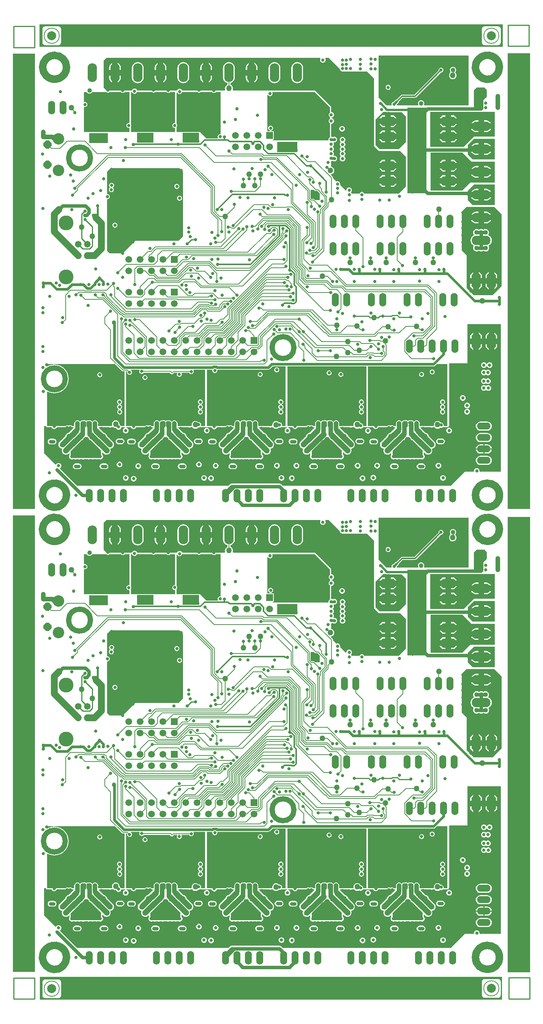
<source format=gbl>
G04 Layer_Physical_Order=4*
G04 Layer_Color=16711680*
%FSLAX24Y24*%
%MOIN*%
G70*
G01*
G75*
%ADD10C,0.0070*%
G04:AMPARAMS|DCode=11|XSize=78.7mil|YSize=78.7mil|CornerRadius=39.4mil|HoleSize=0mil|Usage=FLASHONLY|Rotation=90.000|XOffset=0mil|YOffset=0mil|HoleType=Round|Shape=RoundedRectangle|*
%AMROUNDEDRECTD11*
21,1,0.0787,0.0000,0,0,90.0*
21,1,0.0000,0.0787,0,0,90.0*
1,1,0.0787,0.0000,0.0000*
1,1,0.0787,0.0000,0.0000*
1,1,0.0787,0.0000,0.0000*
1,1,0.0787,0.0000,0.0000*
%
%ADD11ROUNDEDRECTD11*%
%ADD12C,0.0100*%
%ADD13C,0.0650*%
%ADD14C,0.0450*%
%ADD19C,0.0500*%
%ADD71C,0.0240*%
%ADD72C,0.0080*%
%ADD73C,0.0200*%
%ADD74C,0.0120*%
%ADD75C,0.0500*%
%ADD76C,0.0160*%
%ADD77C,0.0400*%
%ADD79C,0.0290*%
%ADD80C,0.0320*%
%ADD81C,0.0250*%
%ADD82C,0.0300*%
%ADD85R,0.0591X0.0591*%
%ADD86C,0.0591*%
%ADD87O,0.1200X0.0600*%
%ADD88O,0.1650X0.0825*%
%ADD89P,0.0758X8X292.5*%
%ADD90C,0.1000*%
%ADD91O,0.0600X0.1200*%
%ADD92C,0.0580*%
%ADD93C,0.1305*%
G04:AMPARAMS|DCode=94|XSize=133mil|YSize=83mil|CornerRadius=0mil|HoleSize=0mil|Usage=FLASHONLY|Rotation=270.000|XOffset=0mil|YOffset=0mil|HoleType=Round|Shape=Octagon|*
%AMOCTAGOND94*
4,1,8,-0.0208,-0.0665,0.0208,-0.0665,0.0415,-0.0458,0.0415,0.0458,0.0208,0.0665,-0.0208,0.0665,-0.0415,0.0458,-0.0415,-0.0458,-0.0208,-0.0665,0.0*
%
%ADD94OCTAGOND94*%

G04:AMPARAMS|DCode=95|XSize=133mil|YSize=83mil|CornerRadius=0mil|HoleSize=0mil|Usage=FLASHONLY|Rotation=180.000|XOffset=0mil|YOffset=0mil|HoleType=Round|Shape=Octagon|*
%AMOCTAGOND95*
4,1,8,-0.0665,0.0208,-0.0665,-0.0208,-0.0458,-0.0415,0.0458,-0.0415,0.0665,-0.0208,0.0665,0.0208,0.0458,0.0415,-0.0458,0.0415,-0.0665,0.0208,0.0*
%
%ADD95OCTAGOND95*%

%ADD96O,0.0825X0.1650*%
%ADD97C,0.0290*%
%ADD98C,0.0400*%
%ADD99C,0.0300*%
%ADD100C,0.0340*%
%ADD101C,0.0380*%
%ADD102C,0.0250*%
%ADD120C,0.0600*%
G36*
X2350Y2797D02*
X2350Y2797D01*
X411D01*
Y42800D01*
X2350D01*
X2350Y2797D01*
D02*
G37*
G36*
X2350Y43350D02*
X2350Y43350D01*
X411D01*
Y83250D01*
X2350D01*
X2350Y43350D01*
D02*
G37*
G36*
X43350Y2354D02*
Y356D01*
X2758Y356D01*
Y2354D01*
X43350Y2354D01*
D02*
G37*
G36*
X45789Y2740D02*
X45789Y2740D01*
X43850D01*
X43850Y42650D01*
X45789D01*
X45789Y2740D01*
D02*
G37*
G36*
X43400Y83837D02*
X2734D01*
Y85835D01*
X43400D01*
Y83837D01*
D02*
G37*
G36*
X45789Y43350D02*
X45789Y43350D01*
X43850D01*
X43850Y83300D01*
X45789D01*
X45789Y43350D01*
D02*
G37*
%LPC*%
G36*
X4402Y2135D02*
Y2133D01*
X3220D01*
Y2135D01*
X3131Y2117D01*
X3056Y2066D01*
X3005Y1991D01*
X2987Y1902D01*
X2989D01*
Y720D01*
X2987D01*
X3005Y631D01*
X3056Y556D01*
X3131Y505D01*
X3220Y487D01*
Y489D01*
X4402D01*
Y487D01*
X4491Y505D01*
X4566Y556D01*
X4617Y631D01*
X4635Y720D01*
X4633D01*
Y1902D01*
X4635D01*
X4617Y1991D01*
X4566Y2066D01*
X4491Y2117D01*
X4402Y2135D01*
D02*
G37*
G36*
X42990Y85643D02*
Y85641D01*
X41809D01*
Y85643D01*
X41720Y85625D01*
X41644Y85575D01*
X41594Y85499D01*
X41576Y85410D01*
X41577D01*
Y84229D01*
X41576D01*
X41594Y84139D01*
X41644Y84064D01*
X41720Y84013D01*
X41809Y83995D01*
Y83997D01*
X42990D01*
Y83995D01*
X43079Y84013D01*
X43155Y84064D01*
X43206Y84139D01*
X43223Y84229D01*
X43222D01*
Y85410D01*
X43223D01*
X43206Y85499D01*
X43155Y85575D01*
X43079Y85625D01*
X42990Y85643D01*
D02*
G37*
G36*
X4402D02*
Y85641D01*
X3220D01*
Y85643D01*
X3131Y85625D01*
X3056Y85575D01*
X3005Y85499D01*
X2987Y85410D01*
X2989D01*
Y84229D01*
X2987D01*
X3005Y84139D01*
X3056Y84064D01*
X3131Y84013D01*
X3220Y83995D01*
Y83997D01*
X4402D01*
Y83995D01*
X4491Y84013D01*
X4566Y84064D01*
X4617Y84139D01*
X4635Y84229D01*
X4633D01*
Y85410D01*
X4635D01*
X4617Y85499D01*
X4566Y85575D01*
X4491Y85625D01*
X4402Y85643D01*
D02*
G37*
G36*
X42990Y2164D02*
Y2163D01*
X41809D01*
Y2164D01*
X41720Y2147D01*
X41644Y2096D01*
X41594Y2020D01*
X41576Y1931D01*
X41577D01*
Y750D01*
X41576D01*
X41594Y661D01*
X41644Y585D01*
X41720Y535D01*
X41809Y517D01*
Y518D01*
X42990D01*
Y517D01*
X43079Y535D01*
X43155Y585D01*
X43206Y661D01*
X43223Y750D01*
X43222D01*
Y1931D01*
X43223D01*
X43206Y2020D01*
X43155Y2096D01*
X43079Y2147D01*
X42990Y2164D01*
D02*
G37*
%LPD*%
G36*
X12741Y34941D02*
X11301D01*
Y35810D01*
X12741D01*
Y34941D01*
D02*
G37*
G36*
X16741Y34948D02*
X16522D01*
X16517Y34949D01*
X16452D01*
X16447Y34948D01*
X16227D01*
X16222Y34949D01*
X16156D01*
X16151Y34948D01*
X15931D01*
X15926Y34949D01*
X15861D01*
X15856Y34948D01*
X15636D01*
X15631Y34949D01*
X15566D01*
X15561Y34948D01*
X15341D01*
X15336Y34949D01*
X15313D01*
Y35810D01*
X16741D01*
Y34948D01*
D02*
G37*
G36*
X27377Y42371D02*
X27400Y42327D01*
X27380Y42297D01*
X27361Y42201D01*
X27380Y42105D01*
X27434Y42024D01*
X27515Y41970D01*
X27611Y41951D01*
X27707Y41970D01*
X27788Y42024D01*
X27842Y42105D01*
X27861Y42201D01*
X27842Y42297D01*
X27822Y42327D01*
X27845Y42371D01*
X28131D01*
X29099Y41403D01*
X29110Y41345D01*
X29164Y41264D01*
X29245Y41210D01*
X29303Y41199D01*
X29311Y41191D01*
X30842Y41191D01*
X30891Y41181D01*
X30940Y41191D01*
X31491Y41191D01*
X32101Y40581D01*
Y34641D01*
X32531Y34211D01*
X34391D01*
X34891Y33711D01*
Y31101D01*
X34281Y30491D01*
X31269D01*
X31218Y30568D01*
X31137Y30622D01*
X31041Y30641D01*
X30945Y30622D01*
X30864Y30568D01*
X30813Y30491D01*
X30142D01*
X30098Y30558D01*
Y30604D01*
X30152Y30685D01*
X30171Y30781D01*
X30152Y30877D01*
X30098Y30958D01*
X30017Y31012D01*
X29921Y31031D01*
X29825Y31012D01*
X29744Y30958D01*
X29690Y30877D01*
X29671Y30781D01*
X29674Y30769D01*
X29627Y30745D01*
X29122Y31250D01*
X29137Y31327D01*
X29118Y31423D01*
X29064Y31504D01*
X28983Y31558D01*
X28887Y31577D01*
X28811Y31562D01*
X28506Y31866D01*
Y31872D01*
X28506Y31872D01*
X28495Y31925D01*
X28465Y31969D01*
X28465Y31969D01*
X28341Y32094D01*
Y32169D01*
X28351Y32171D01*
X28436Y32206D01*
X28509Y32262D01*
X28566Y32335D01*
X28601Y32420D01*
X28613Y32512D01*
X28601Y32603D01*
X28566Y32688D01*
X28509Y32761D01*
X28436Y32818D01*
X28351Y32853D01*
X28341Y32854D01*
Y33323D01*
X28427Y33340D01*
X28436Y33347D01*
X28501D01*
X28525Y33330D01*
X28621Y33311D01*
X28717Y33330D01*
X28798Y33384D01*
X28852Y33465D01*
X28871Y33561D01*
X28852Y33657D01*
X28798Y33738D01*
X28717Y33792D01*
X28621Y33811D01*
X28563Y33799D01*
X28534Y33840D01*
X28533Y33845D01*
X28562Y33888D01*
X28581Y33984D01*
X28562Y34079D01*
X28508Y34160D01*
X28501Y34171D01*
Y34208D01*
X28508Y34220D01*
X28562Y34300D01*
X28581Y34396D01*
X28562Y34492D01*
X28508Y34572D01*
X28501Y34584D01*
Y34621D01*
X28508Y34633D01*
X28562Y34713D01*
X28581Y34809D01*
X28562Y34904D01*
X28540Y34936D01*
X28570Y34981D01*
X28621Y34971D01*
X28717Y34990D01*
X28798Y35044D01*
X28852Y35125D01*
X28871Y35221D01*
X28852Y35317D01*
X28798Y35398D01*
X28717Y35452D01*
X28621Y35471D01*
X28525Y35452D01*
X28516Y35445D01*
X28436D01*
X28427Y35452D01*
X28341Y35469D01*
Y36593D01*
X28351Y36601D01*
X28447Y36620D01*
X28528Y36674D01*
X28582Y36755D01*
X28601Y36851D01*
X28582Y36947D01*
X28528Y37028D01*
X28447Y37082D01*
X28378Y37096D01*
Y37147D01*
X28447Y37160D01*
X28528Y37214D01*
X28582Y37295D01*
X28601Y37391D01*
X28582Y37487D01*
X28528Y37568D01*
X28447Y37622D01*
X28351Y37641D01*
X28341Y37649D01*
Y38131D01*
X27841Y38631D01*
X26951Y39521D01*
X19725D01*
X19692Y39571D01*
X19712Y39620D01*
X19724Y39711D01*
X19712Y39802D01*
X19677Y39888D01*
X19621Y39961D01*
X19548Y40017D01*
X19514Y40031D01*
Y40177D01*
X19619Y40221D01*
X19727Y40303D01*
X19809Y40410D01*
X19860Y40535D01*
X19878Y40669D01*
Y41494D01*
X19860Y41627D01*
X19809Y41752D01*
X19727Y41859D01*
X19619Y41941D01*
X19495Y41993D01*
X19361Y42010D01*
X19227Y41993D01*
X19103Y41941D01*
X18996Y41859D01*
X18913Y41752D01*
X18862Y41627D01*
X18844Y41494D01*
Y40669D01*
X18862Y40535D01*
X18913Y40410D01*
X18996Y40303D01*
X19103Y40221D01*
X19227Y40169D01*
X19228Y40169D01*
Y40031D01*
X19195Y40017D01*
X19121Y39961D01*
X19065Y39888D01*
X19030Y39802D01*
X19018Y39711D01*
X19030Y39620D01*
X19050Y39571D01*
X19017Y39521D01*
X15263D01*
X15262Y39527D01*
X15208Y39608D01*
X15127Y39662D01*
X15031Y39681D01*
X14935Y39662D01*
X14854Y39608D01*
X14800Y39527D01*
X14799Y39521D01*
X11317D01*
X11312Y39547D01*
X11258Y39628D01*
X11177Y39682D01*
X11081Y39701D01*
X10985Y39682D01*
X10904Y39628D01*
X10850Y39547D01*
X10845Y39521D01*
X8641D01*
X8381Y39781D01*
Y42161D01*
X8591Y42371D01*
X26681D01*
X27377Y42371D01*
D02*
G37*
G36*
X25356Y34125D02*
X23596D01*
Y35035D01*
X25356D01*
Y34125D01*
D02*
G37*
G36*
X33163Y37638D02*
X33242Y37622D01*
X34520D01*
X34911Y37231D01*
Y35011D01*
X34301Y34401D01*
X32601D01*
X32241Y34761D01*
Y36991D01*
X32901Y37651D01*
X33143D01*
X33163Y37638D01*
D02*
G37*
G36*
X8751Y34921D02*
X7091D01*
Y35801D01*
X8751D01*
Y34921D01*
D02*
G37*
G36*
X35264Y9087D02*
X35292Y9020D01*
X35343Y8953D01*
X35410Y8902D01*
X35477Y8874D01*
X36360Y7991D01*
Y7347D01*
X36324Y7311D01*
X33720Y7331D01*
Y7931D01*
X34660Y8872D01*
X34732Y8902D01*
X34799Y8953D01*
X34851Y9020D01*
X34880Y9092D01*
X34950Y9161D01*
X35190D01*
X35264Y9087D01*
D02*
G37*
G36*
X7029D02*
X7057Y9020D01*
X7108Y8953D01*
X7175Y8902D01*
X7243Y8874D01*
X8125Y7991D01*
Y7347D01*
X8090Y7311D01*
X5485Y7331D01*
Y7931D01*
X6426Y8872D01*
X6498Y8902D01*
X6565Y8953D01*
X6616Y9020D01*
X6646Y9092D01*
X6715Y9161D01*
X6955D01*
X7029Y9087D01*
D02*
G37*
G36*
X42701Y35471D02*
X40861D01*
X39961Y34571D01*
X37021D01*
Y37661D01*
X37937D01*
X37961Y37656D01*
X37985Y37661D01*
X38907D01*
X38931Y37656D01*
X38955Y37661D01*
X40087D01*
X40111Y37656D01*
X40135Y37661D01*
X41383D01*
X41409Y37656D01*
X41436Y37661D01*
X42701D01*
Y35471D01*
D02*
G37*
G36*
X41990Y39582D02*
Y38949D01*
X41715Y38673D01*
Y37906D01*
X41577Y37768D01*
X40858D01*
Y39539D01*
X41117Y39798D01*
X41774D01*
X41990Y39582D01*
D02*
G37*
G36*
X28182Y9070D02*
X28203Y9020D01*
X28254Y8953D01*
X28321Y8902D01*
X28371Y8881D01*
X29261Y7991D01*
Y7347D01*
X29226Y7311D01*
X26621Y7331D01*
Y7931D01*
X26727Y8037D01*
X27605Y8885D01*
X27644Y8902D01*
X27711Y8953D01*
X27762Y9020D01*
X27774Y9049D01*
X27890Y9161D01*
X28091D01*
X28182Y9070D01*
D02*
G37*
G36*
X21096D02*
X21117Y9020D01*
X21168Y8953D01*
X21235Y8902D01*
X21285Y8881D01*
X22175Y7991D01*
Y7347D01*
X22140Y7311D01*
X19535Y7331D01*
Y7931D01*
X20472Y8868D01*
X20480Y8869D01*
X20558Y8902D01*
X20625Y8953D01*
X20676Y9020D01*
X20708Y9097D01*
X20709Y9105D01*
X20765Y9161D01*
X21005D01*
X21096Y9070D01*
D02*
G37*
G36*
X13998Y9087D02*
X14026Y9020D01*
X14077Y8953D01*
X14144Y8902D01*
X14211Y8874D01*
X15094Y7991D01*
Y7347D01*
X15058Y7311D01*
X12454Y7331D01*
Y7931D01*
X13394Y8872D01*
X13467Y8902D01*
X13533Y8953D01*
X13585Y9020D01*
X13615Y9092D01*
X13684Y9161D01*
X13924D01*
X13998Y9087D01*
D02*
G37*
G36*
X42701Y31271D02*
X42701Y29501D01*
X40771Y29501D01*
X40341Y29931D01*
Y30751D01*
X40861Y31271D01*
X42701Y31271D01*
D02*
G37*
G36*
X17281Y10121D02*
X16945D01*
X16916Y10171D01*
X16930Y10241D01*
X16914Y10325D01*
X16866Y10396D01*
X16795Y10444D01*
X16711Y10460D01*
X16663Y10451D01*
X16649Y10469D01*
X16582Y10521D01*
X16505Y10553D01*
X16421Y10564D01*
X16337Y10553D01*
X16260Y10521D01*
X16193Y10469D01*
X16142Y10402D01*
X16109Y10325D01*
X16098Y10241D01*
X16107Y10171D01*
X16077Y10121D01*
X15197Y10121D01*
X15151Y10130D01*
X15105Y10121D01*
X14853D01*
Y10316D01*
X14860Y10351D01*
X14844Y10435D01*
X14819Y10471D01*
X14817Y10477D01*
X14805Y10493D01*
X14796Y10506D01*
X14793Y10508D01*
X14774Y10534D01*
X14717Y10577D01*
X14652Y10604D01*
X14581Y10613D01*
X14511Y10604D01*
X14445Y10577D01*
X14388Y10534D01*
X14383Y10526D01*
X14320D01*
X14304Y10548D01*
X14247Y10591D01*
X14182Y10618D01*
X14111Y10628D01*
X14071Y10622D01*
X14069Y10624D01*
X14037Y10630D01*
X14005Y10639D01*
X13995Y10638D01*
X13985Y10640D01*
X13953Y10634D01*
X13920Y10630D01*
X13911Y10625D01*
X13901Y10624D01*
X13874Y10605D01*
X13845Y10589D01*
X13838Y10582D01*
X13837Y10581D01*
X13814Y10576D01*
X13796D01*
X13773Y10581D01*
X13709Y10624D01*
X13625Y10640D01*
X13541Y10624D01*
X13539Y10622D01*
X13497Y10628D01*
X13427Y10618D01*
X13361Y10591D01*
X13304Y10548D01*
X13288Y10526D01*
X13225D01*
X13220Y10534D01*
X13163Y10577D01*
X13098Y10604D01*
X13027Y10613D01*
X12957Y10604D01*
X12891Y10577D01*
X12834Y10534D01*
X12791Y10477D01*
X12764Y10412D01*
X12755Y10341D01*
Y10121D01*
X12579D01*
X12576Y10126D01*
X12505Y10174D01*
X12421Y10190D01*
X12337Y10174D01*
X12286Y10139D01*
X12235Y10174D01*
X12151Y10190D01*
X12067Y10174D01*
X11996Y10126D01*
X11993Y10121D01*
X10331D01*
X10331Y14909D01*
X10395D01*
X10429Y14869D01*
X10422Y14831D01*
X10438Y14747D01*
X10486Y14676D01*
X10557Y14628D01*
X10641Y14612D01*
X10725Y14628D01*
X10796Y14676D01*
X10844Y14747D01*
X10860Y14831D01*
X10844Y14915D01*
X10796Y14986D01*
X10764Y15007D01*
X10779Y15057D01*
X11499D01*
X11523Y15013D01*
X11512Y14998D01*
X11496Y14914D01*
X11512Y14830D01*
X11560Y14759D01*
X11631Y14711D01*
X11715Y14695D01*
X11799Y14711D01*
X11870Y14759D01*
X11899Y14802D01*
X14175D01*
X14285Y14692D01*
X14322Y14667D01*
X14365Y14659D01*
X14408Y14667D01*
X14444Y14692D01*
X14536Y14784D01*
X14799D01*
X14823Y14740D01*
X14813Y14725D01*
X14796Y14641D01*
X14813Y14557D01*
X14860Y14486D01*
X14931Y14439D01*
X15015Y14422D01*
X15099Y14439D01*
X15170Y14486D01*
X15218Y14557D01*
X15234Y14641D01*
X15218Y14725D01*
X15208Y14740D01*
X15231Y14784D01*
X15877D01*
X15906Y14741D01*
X15977Y14693D01*
X16061Y14677D01*
X16145Y14693D01*
X16216Y14741D01*
X16264Y14812D01*
X16280Y14896D01*
X16264Y14980D01*
X16245Y15007D01*
X16272Y15057D01*
X17281D01*
X17281Y10121D01*
D02*
G37*
G36*
X26911Y30737D02*
X26946Y30714D01*
X26987Y30706D01*
X27149D01*
X27224Y30631D01*
X27230Y30604D01*
X27253Y30569D01*
X27325Y30497D01*
Y29923D01*
X26945D01*
X26873Y29995D01*
X26838Y30019D01*
X26797Y30027D01*
X26614D01*
X26542Y30099D01*
Y30773D01*
X26542Y30773D01*
X26542Y30774D01*
X26574Y30813D01*
X26835D01*
X26911Y30737D01*
D02*
G37*
G36*
X42671Y29331D02*
X43301Y28701D01*
X43301Y22381D01*
X42491Y21571D01*
X40871D01*
X40251Y22191D01*
X40251Y25081D01*
X39811Y25521D01*
X39811Y28921D01*
X40221Y29331D01*
X40471Y29331D01*
X42671Y29331D01*
D02*
G37*
G36*
X15351Y32401D02*
Y26751D01*
X14961Y26361D01*
X11151D01*
X10031Y25241D01*
X8901D01*
X8671Y25471D01*
Y29985D01*
X8691Y30002D01*
X8775Y30018D01*
X8846Y30066D01*
X8894Y30137D01*
X8910Y30221D01*
X8894Y30305D01*
X8846Y30376D01*
X8775Y30424D01*
X8691Y30440D01*
X8671Y30457D01*
Y32411D01*
X8971Y32711D01*
X15041Y32711D01*
X15351Y32401D01*
D02*
G37*
G36*
X24341Y10121D02*
X24048D01*
X24010Y10171D01*
X24020Y10221D01*
X24004Y10305D01*
X23956Y10376D01*
X23885Y10424D01*
X23801Y10440D01*
X23751Y10430D01*
X23729Y10459D01*
X23662Y10511D01*
X23585Y10543D01*
X23501Y10554D01*
X23417Y10543D01*
X23340Y10511D01*
X23273Y10459D01*
X23222Y10392D01*
X23189Y10315D01*
X23178Y10231D01*
X23186Y10171D01*
X23151Y10121D01*
X22289Y10121D01*
X22242Y10130D01*
X22196Y10121D01*
X21945D01*
Y10316D01*
X21951Y10351D01*
X21935Y10435D01*
X21911Y10471D01*
X21908Y10477D01*
X21896Y10493D01*
X21887Y10506D01*
X21885Y10508D01*
X21865Y10534D01*
X21808Y10577D01*
X21743Y10604D01*
X21672Y10613D01*
X21602Y10604D01*
X21536Y10577D01*
X21480Y10534D01*
X21474Y10526D01*
X21411D01*
X21395Y10548D01*
X21338Y10591D01*
X21273Y10618D01*
X21202Y10628D01*
X21162Y10622D01*
X21160Y10624D01*
X21128Y10630D01*
X21096Y10639D01*
X21086Y10638D01*
X21076Y10640D01*
X21044Y10634D01*
X21011Y10630D01*
X21002Y10625D01*
X20993Y10624D01*
X20965Y10605D01*
X20936Y10589D01*
X20930Y10582D01*
X20928Y10581D01*
X20906Y10576D01*
X20887D01*
X20864Y10581D01*
X20800Y10624D01*
X20716Y10640D01*
X20633Y10624D01*
X20630Y10622D01*
X20588Y10628D01*
X20518Y10618D01*
X20452Y10591D01*
X20396Y10548D01*
X20379Y10526D01*
X20316D01*
X20311Y10534D01*
X20254Y10577D01*
X20189Y10604D01*
X20118Y10613D01*
X20048Y10604D01*
X19982Y10577D01*
X19926Y10534D01*
X19882Y10477D01*
X19855Y10412D01*
X19846Y10341D01*
Y10121D01*
X19671D01*
X19667Y10126D01*
X19596Y10174D01*
X19512Y10190D01*
X19428Y10174D01*
X19377Y10139D01*
X19326Y10174D01*
X19242Y10190D01*
X19158Y10174D01*
X19087Y10126D01*
X19084Y10121D01*
X17441D01*
X17441Y15057D01*
X17869D01*
X17910Y15007D01*
X17903Y14972D01*
X17920Y14889D01*
X17967Y14817D01*
X18038Y14770D01*
X18122Y14753D01*
X18206Y14770D01*
X18277Y14817D01*
X18325Y14889D01*
X18341Y14972D01*
X18334Y15007D01*
X18375Y15057D01*
X22821D01*
X22895Y15072D01*
X22958Y15114D01*
X23196Y15352D01*
X24341D01*
X24341Y10121D01*
D02*
G37*
G36*
X36701Y31141D02*
Y30511D01*
X35041D01*
Y38011D01*
X36701D01*
Y31141D01*
D02*
G37*
G36*
X31421Y10121D02*
X31175D01*
X31150Y10151D01*
X31134Y10235D01*
X31086Y10306D01*
X31015Y10354D01*
X30931Y10370D01*
X30924Y10369D01*
X30911Y10402D01*
X30859Y10469D01*
X30792Y10521D01*
X30715Y10553D01*
X30631Y10564D01*
X30547Y10553D01*
X30470Y10521D01*
X30403Y10469D01*
X30352Y10402D01*
X30319Y10325D01*
X30308Y10241D01*
X30317Y10171D01*
X30287Y10121D01*
X29375Y10121D01*
X29328Y10130D01*
X29282Y10121D01*
X29031D01*
Y10316D01*
X29037Y10351D01*
X29021Y10435D01*
X28997Y10471D01*
X28994Y10477D01*
X28982Y10493D01*
X28973Y10506D01*
X28971Y10508D01*
X28951Y10534D01*
X28894Y10577D01*
X28829Y10604D01*
X28758Y10613D01*
X28688Y10604D01*
X28622Y10577D01*
X28566Y10534D01*
X28560Y10526D01*
X28497D01*
X28481Y10548D01*
X28424Y10591D01*
X28359Y10618D01*
X28288Y10628D01*
X28248Y10622D01*
X28246Y10624D01*
X28214Y10630D01*
X28182Y10639D01*
X28172Y10638D01*
X28162Y10640D01*
X28130Y10634D01*
X28097Y10630D01*
X28088Y10625D01*
X28079Y10624D01*
X28051Y10605D01*
X28022Y10589D01*
X28016Y10582D01*
X28007Y10576D01*
X27973D01*
X27950Y10581D01*
X27886Y10624D01*
X27802Y10640D01*
X27719Y10624D01*
X27716Y10622D01*
X27674Y10628D01*
X27604Y10618D01*
X27538Y10591D01*
X27482Y10548D01*
X27465Y10526D01*
X27402D01*
X27397Y10534D01*
X27340Y10577D01*
X27275Y10604D01*
X27204Y10613D01*
X27134Y10604D01*
X27068Y10577D01*
X27012Y10534D01*
X26968Y10477D01*
X26941Y10412D01*
X26932Y10341D01*
Y10121D01*
X26757D01*
X26753Y10126D01*
X26682Y10174D01*
X26598Y10190D01*
X26514Y10174D01*
X26463Y10139D01*
X26412Y10174D01*
X26328Y10190D01*
X26244Y10174D01*
X26173Y10126D01*
X26170Y10121D01*
X24501D01*
X24501Y15352D01*
X31421D01*
X31421Y10121D01*
D02*
G37*
G36*
X43240Y6111D02*
X41861Y6111D01*
X41396D01*
X41365Y6150D01*
X41371Y6181D01*
X41352Y6277D01*
X41298Y6358D01*
X41217Y6412D01*
X41121Y6431D01*
X41025Y6412D01*
X40944Y6358D01*
X40890Y6277D01*
X40871Y6181D01*
X40877Y6150D01*
X40846Y6111D01*
X40061D01*
X38821Y4871D01*
X24104Y4871D01*
X23973Y5003D01*
X23892Y5057D01*
X23796Y5076D01*
X19616D01*
X19520Y5057D01*
X19439Y5003D01*
X19308Y4871D01*
X8421Y4871D01*
X6028Y4871D01*
X4535Y6364D01*
X4541Y6428D01*
X4588Y6459D01*
X4642Y6540D01*
X4661Y6636D01*
X4642Y6731D01*
X4588Y6812D01*
X4507Y6867D01*
X4411Y6886D01*
X4316Y6867D01*
X4235Y6812D01*
X4197Y6756D01*
X4136Y6746D01*
X3121Y7761D01*
Y10121D01*
X3315D01*
X3322Y10082D01*
X3345Y10049D01*
X3378Y10027D01*
X3417Y10019D01*
X3789D01*
X3792Y10005D01*
X3846Y9924D01*
X3927Y9870D01*
X4022Y9851D01*
X4118Y9870D01*
X4199Y9924D01*
X4253Y10005D01*
X4256Y10019D01*
X5024D01*
X5034Y10021D01*
X5044D01*
X5053Y10025D01*
X5063Y10027D01*
X5071Y10032D01*
X5081Y10036D01*
X5088Y10043D01*
X5096Y10049D01*
X5097Y10050D01*
X5138Y10078D01*
X5182Y10086D01*
X5227Y10078D01*
X5261Y10055D01*
X5261Y10055D01*
X5298Y10039D01*
X5337D01*
X5374Y10055D01*
X5374Y10055D01*
X5408Y10078D01*
X5452Y10086D01*
X5497Y10078D01*
X5538Y10050D01*
X5539Y10049D01*
X5547Y10043D01*
X5554Y10036D01*
X5563Y10032D01*
X5572Y10027D01*
X5582Y10025D01*
X5591Y10021D01*
X5601Y10021D01*
X5611Y10019D01*
X5715D01*
X5732Y9969D01*
X5703Y9947D01*
X5397Y9641D01*
X5364Y9616D01*
X5274Y9526D01*
X5245Y9522D01*
X5160Y9487D01*
X5087Y9431D01*
X5031Y9358D01*
X4996Y9272D01*
X4992Y9244D01*
X4504Y8756D01*
X4448Y8683D01*
X4412Y8597D01*
X4400Y8506D01*
X4412Y8415D01*
X4448Y8330D01*
X4478Y8290D01*
X4502Y8254D01*
X4538Y8230D01*
X4577Y8200D01*
X4662Y8165D01*
X4694Y8161D01*
X4726Y8106D01*
X4707Y8062D01*
X4695Y7971D01*
X4707Y7880D01*
X4733Y7817D01*
X4738Y7795D01*
X4792Y7714D01*
X4873Y7660D01*
X4895Y7656D01*
X4957Y7630D01*
X5048Y7618D01*
X5140Y7630D01*
X5225Y7665D01*
X5298Y7721D01*
X5337Y7760D01*
X5383Y7741D01*
Y7594D01*
X5352Y7547D01*
X5333Y7451D01*
X5352Y7355D01*
X5390Y7299D01*
X5391Y7293D01*
X5391Y7292D01*
X5391Y7292D01*
X5402Y7276D01*
X5413Y7259D01*
X5413Y7259D01*
X5413Y7259D01*
X5429Y7248D01*
X5446Y7237D01*
X5446Y7237D01*
X5446Y7237D01*
X5465Y7233D01*
X5469Y7232D01*
X5487Y7220D01*
X5582Y7201D01*
X5678Y7220D01*
X5689Y7228D01*
X5804Y7227D01*
X5814Y7220D01*
X5909Y7201D01*
X6005Y7220D01*
X6012Y7225D01*
X6134Y7224D01*
X6140Y7220D01*
X6236Y7201D01*
X6331Y7220D01*
X6335Y7223D01*
X6465Y7222D01*
X6467Y7220D01*
X6562Y7201D01*
X6658Y7220D01*
X6979Y7218D01*
X7062Y7201D01*
X7139Y7217D01*
X7329Y7215D01*
X7399Y7201D01*
X7464Y7214D01*
X7679Y7212D01*
X7736Y7201D01*
X7788Y7212D01*
X8029Y7210D01*
X8072Y7201D01*
X8168Y7220D01*
X8249Y7274D01*
X8303Y7355D01*
X8322Y7451D01*
X8303Y7547D01*
X8249Y7628D01*
X8227Y7642D01*
Y7802D01*
X8273Y7821D01*
X8373Y7721D01*
X8446Y7665D01*
X8531Y7630D01*
X8622Y7618D01*
X8714Y7630D01*
X8776Y7656D01*
X8798Y7660D01*
X8879Y7714D01*
X8933Y7795D01*
X8938Y7817D01*
X8963Y7880D01*
X8975Y7971D01*
X8963Y8062D01*
X8945Y8106D01*
X8977Y8161D01*
X9009Y8165D01*
X9094Y8200D01*
X9133Y8230D01*
X9169Y8254D01*
X9193Y8290D01*
X9223Y8330D01*
X9258Y8415D01*
X9270Y8506D01*
X9258Y8597D01*
X9223Y8683D01*
X9167Y8756D01*
X8682Y9241D01*
X8678Y9272D01*
X8642Y9358D01*
X8586Y9431D01*
X8513Y9487D01*
X8428Y9522D01*
X8397Y9526D01*
X8307Y9616D01*
X8274Y9641D01*
X7968Y9947D01*
X7939Y9969D01*
X7956Y10019D01*
X8136D01*
X8146Y10021D01*
X8156D01*
X8182Y10026D01*
X8209Y10021D01*
X8219D01*
X8229Y10019D01*
X8824Y10019D01*
X8837Y10010D01*
X8932Y9991D01*
X9028Y10010D01*
X9041Y10019D01*
X9101D01*
X9111Y10021D01*
X9121D01*
X9130Y10025D01*
X9140Y10027D01*
X9148Y10032D01*
X9158Y10036D01*
X9181Y10041D01*
X9211Y10019D01*
X9255Y9985D01*
X9340Y9950D01*
X9431Y9938D01*
X9453Y9941D01*
X9504Y9864D01*
X9585Y9810D01*
X9681Y9791D01*
X9777Y9810D01*
X9858Y9864D01*
X9912Y9945D01*
X9926Y10019D01*
X10191D01*
X10230Y10027D01*
X10245Y10037D01*
X10259Y10032D01*
X10271Y10024D01*
X10259Y9970D01*
X10215Y9962D01*
X10134Y9908D01*
X10080Y9827D01*
X10061Y9731D01*
X10080Y9635D01*
X10134Y9554D01*
X10215Y9500D01*
X10311Y9481D01*
X10407Y9500D01*
X10488Y9554D01*
X10542Y9635D01*
X10561Y9731D01*
X10542Y9827D01*
X10488Y9908D01*
X10407Y9962D01*
X10370Y9969D01*
X10375Y10019D01*
X10758D01*
X10760Y10005D01*
X10814Y9924D01*
X10895Y9870D01*
X10991Y9851D01*
X11087Y9870D01*
X11168Y9924D01*
X11222Y10005D01*
X11225Y10019D01*
X11993D01*
X12003Y10021D01*
X12013Y10021D01*
X12022Y10025D01*
X12032Y10027D01*
X12040Y10032D01*
X12049Y10036D01*
X12056Y10043D01*
X12065Y10049D01*
X12065Y10050D01*
X12107Y10078D01*
X12151Y10086D01*
X12195Y10078D01*
X12229Y10055D01*
X12229Y10055D01*
X12266Y10039D01*
X12306D01*
X12343Y10055D01*
X12343Y10055D01*
X12377Y10078D01*
X12421Y10086D01*
X12465Y10078D01*
X12507Y10050D01*
X12507Y10049D01*
X12516Y10043D01*
X12523Y10036D01*
X12532Y10032D01*
X12540Y10027D01*
X12550Y10025D01*
X12559Y10021D01*
X12570Y10021D01*
X12579Y10019D01*
X12683D01*
X12700Y9969D01*
X12671Y9947D01*
X12365Y9641D01*
X12332Y9616D01*
X12243Y9526D01*
X12214Y9522D01*
X12129Y9487D01*
X12056Y9431D01*
X12000Y9358D01*
X11964Y9272D01*
X11961Y9244D01*
X11472Y8756D01*
X11416Y8683D01*
X11381Y8597D01*
X11369Y8506D01*
X11381Y8415D01*
X11416Y8330D01*
X11446Y8290D01*
X11470Y8254D01*
X11506Y8230D01*
X11546Y8200D01*
X11631Y8165D01*
X11663Y8161D01*
X11694Y8106D01*
X11676Y8062D01*
X11664Y7971D01*
X11676Y7880D01*
X11702Y7817D01*
X11706Y7795D01*
X11760Y7714D01*
X11841Y7660D01*
X11863Y7656D01*
X11926Y7630D01*
X12017Y7618D01*
X12108Y7630D01*
X12194Y7665D01*
X12267Y7721D01*
X12306Y7760D01*
X12352Y7741D01*
Y7594D01*
X12320Y7547D01*
X12301Y7451D01*
X12320Y7355D01*
X12358Y7299D01*
X12359Y7293D01*
X12360Y7292D01*
X12360Y7292D01*
X12370Y7276D01*
X12381Y7259D01*
X12382Y7259D01*
X12382Y7259D01*
X12398Y7248D01*
X12414Y7237D01*
X12415Y7237D01*
X12415Y7237D01*
X12434Y7233D01*
X12437Y7232D01*
X12455Y7220D01*
X12551Y7201D01*
X12647Y7220D01*
X12658Y7228D01*
X12773Y7227D01*
X12782Y7220D01*
X12878Y7201D01*
X12973Y7220D01*
X12981Y7225D01*
X13103Y7224D01*
X13109Y7220D01*
X13204Y7201D01*
X13300Y7220D01*
X13304Y7223D01*
X13433Y7222D01*
X13435Y7220D01*
X13531Y7201D01*
X13626Y7220D01*
X13948Y7218D01*
X14031Y7201D01*
X14108Y7217D01*
X14298Y7215D01*
X14368Y7201D01*
X14432Y7214D01*
X14648Y7212D01*
X14704Y7201D01*
X14757Y7212D01*
X14998Y7210D01*
X15041Y7201D01*
X15137Y7220D01*
X15218Y7274D01*
X15272Y7355D01*
X15291Y7451D01*
X15272Y7547D01*
X15218Y7628D01*
X15196Y7642D01*
Y7802D01*
X15242Y7821D01*
X15341Y7721D01*
X15415Y7665D01*
X15500Y7630D01*
X15591Y7618D01*
X15682Y7630D01*
X15745Y7656D01*
X15767Y7660D01*
X15848Y7714D01*
X15902Y7795D01*
X15906Y7817D01*
X15932Y7880D01*
X15944Y7971D01*
X15932Y8062D01*
X15914Y8106D01*
X15945Y8161D01*
X15977Y8165D01*
X16063Y8200D01*
X16102Y8230D01*
X16138Y8254D01*
X16162Y8290D01*
X16192Y8330D01*
X16227Y8415D01*
X16239Y8506D01*
X16227Y8597D01*
X16192Y8683D01*
X16136Y8756D01*
X15650Y9241D01*
X15646Y9272D01*
X15611Y9358D01*
X15555Y9431D01*
X15482Y9487D01*
X15397Y9522D01*
X15365Y9526D01*
X15276Y9616D01*
X15243Y9641D01*
X14937Y9947D01*
X14908Y9969D01*
X14925Y10019D01*
X15105D01*
X15115Y10021D01*
X15125D01*
X15151Y10026D01*
X15177Y10021D01*
X15187D01*
X15197Y10019D01*
X15792Y10019D01*
X15805Y10010D01*
X15901Y9991D01*
X15997Y10010D01*
X16010Y10019D01*
X16077D01*
X16089Y10021D01*
X16101Y10022D01*
X16108Y10025D01*
X16116Y10027D01*
X16126Y10034D01*
X16136Y10038D01*
X16171Y9991D01*
X16245Y9935D01*
X16330Y9900D01*
X16421Y9888D01*
X16512Y9900D01*
X16598Y9935D01*
X16671Y9991D01*
X16676Y9998D01*
X16711Y9991D01*
X16807Y10010D01*
X16870Y10053D01*
X16873Y10049D01*
X16878Y10045D01*
X16883Y10040D01*
X16895Y10034D01*
X16906Y10027D01*
X16912Y10026D01*
X16918Y10023D01*
X16932Y10022D01*
X16945Y10019D01*
X17281D01*
X17320Y10027D01*
X17353Y10049D01*
X17397Y10030D01*
X17402Y10027D01*
X17441Y10019D01*
X17845D01*
X17851Y9985D01*
X17906Y9904D01*
X17987Y9850D01*
X18082Y9831D01*
X18178Y9850D01*
X18259Y9904D01*
X18313Y9985D01*
X18320Y10019D01*
X19084D01*
X19094Y10021D01*
X19104Y10021D01*
X19113Y10025D01*
X19123Y10027D01*
X19131Y10032D01*
X19140Y10036D01*
X19148Y10043D01*
X19156Y10049D01*
X19156Y10050D01*
X19198Y10078D01*
X19242Y10086D01*
X19286Y10078D01*
X19321Y10055D01*
X19321Y10055D01*
X19357Y10039D01*
X19397D01*
X19434Y10055D01*
X19434Y10055D01*
X19468Y10078D01*
X19512Y10086D01*
X19556Y10078D01*
X19598Y10050D01*
X19598Y10049D01*
X19607Y10043D01*
X19614Y10036D01*
X19623Y10032D01*
X19632Y10027D01*
X19641Y10025D01*
X19651Y10021D01*
X19661Y10021D01*
X19671Y10019D01*
X19774D01*
X19791Y9969D01*
X19762Y9947D01*
X19456Y9641D01*
X19424Y9616D01*
X19334Y9526D01*
X19305Y9522D01*
X19220Y9487D01*
X19147Y9431D01*
X19091Y9358D01*
X19055Y9272D01*
X19052Y9244D01*
X18564Y8756D01*
X18508Y8683D01*
X18472Y8597D01*
X18460Y8506D01*
X18472Y8415D01*
X18508Y8330D01*
X18538Y8290D01*
X18562Y8254D01*
X18597Y8230D01*
X18637Y8200D01*
X18722Y8165D01*
X18754Y8161D01*
X18785Y8106D01*
X18767Y8062D01*
X18755Y7971D01*
X18767Y7880D01*
X18793Y7817D01*
X18797Y7795D01*
X18852Y7714D01*
X18933Y7660D01*
X18954Y7656D01*
X19017Y7630D01*
X19108Y7618D01*
X19200Y7630D01*
X19285Y7665D01*
X19358Y7721D01*
X19387Y7750D01*
X19433Y7731D01*
Y7579D01*
X19411Y7547D01*
X19392Y7451D01*
X19411Y7355D01*
X19435Y7320D01*
X19437Y7312D01*
X19441Y7293D01*
X19441Y7292D01*
X19441Y7292D01*
X19452Y7276D01*
X19462Y7259D01*
X19463Y7259D01*
X19463Y7259D01*
X19479Y7248D01*
X19495Y7237D01*
X19496Y7237D01*
X19496Y7237D01*
X19515Y7233D01*
X19533Y7229D01*
X19547Y7220D01*
X19642Y7201D01*
X19738Y7220D01*
X19749Y7227D01*
X19864Y7227D01*
X19873Y7220D01*
X19969Y7201D01*
X20064Y7220D01*
X20072Y7225D01*
X20194Y7224D01*
X20200Y7220D01*
X20296Y7201D01*
X20391Y7220D01*
X20395Y7223D01*
X20525Y7222D01*
X20527Y7220D01*
X20622Y7201D01*
X20717Y7220D01*
X21040Y7218D01*
X21122Y7201D01*
X21199Y7216D01*
X21390Y7215D01*
X21459Y7201D01*
X21523Y7214D01*
X21740Y7212D01*
X21796Y7201D01*
X21847Y7212D01*
X22090Y7210D01*
X22132Y7201D01*
X22228Y7220D01*
X22309Y7274D01*
X22363Y7355D01*
X22382Y7451D01*
X22363Y7547D01*
X22309Y7628D01*
X22277Y7649D01*
Y7812D01*
X22323Y7831D01*
X22433Y7721D01*
X22506Y7665D01*
X22591Y7630D01*
X22682Y7618D01*
X22774Y7630D01*
X22836Y7656D01*
X22858Y7660D01*
X22939Y7714D01*
X22993Y7795D01*
X22997Y7817D01*
X23023Y7880D01*
X23035Y7971D01*
X23023Y8062D01*
X23005Y8106D01*
X23037Y8161D01*
X23069Y8165D01*
X23154Y8200D01*
X23193Y8230D01*
X23229Y8254D01*
X23253Y8290D01*
X23283Y8330D01*
X23318Y8415D01*
X23330Y8506D01*
X23318Y8597D01*
X23283Y8683D01*
X23227Y8756D01*
X22742Y9241D01*
X22737Y9272D01*
X22702Y9358D01*
X22646Y9431D01*
X22573Y9487D01*
X22488Y9522D01*
X22456Y9526D01*
X22367Y9616D01*
X22334Y9641D01*
X22028Y9947D01*
X21999Y9969D01*
X22016Y10019D01*
X22196D01*
X22206Y10021D01*
X22216D01*
X22242Y10026D01*
X22269Y10021D01*
X22279D01*
X22289Y10019D01*
X22883Y10019D01*
X22897Y10010D01*
X22992Y9991D01*
X23088Y10010D01*
X23101Y10019D01*
X23151D01*
X23160Y10021D01*
X23169Y10021D01*
X23179Y10025D01*
X23190Y10027D01*
X23198Y10032D01*
X23206Y10035D01*
X23210Y10035D01*
X23251Y9981D01*
X23325Y9925D01*
X23410Y9890D01*
X23501Y9878D01*
X23592Y9890D01*
X23678Y9925D01*
X23750Y9981D01*
X23801Y9971D01*
X23897Y9990D01*
X23978Y10044D01*
X23997Y10033D01*
X24004Y10031D01*
X24009Y10027D01*
X24022Y10024D01*
X24035Y10020D01*
X24042Y10020D01*
X24048Y10019D01*
X24341D01*
X24380Y10027D01*
X24413Y10049D01*
X24413Y10049D01*
X24429D01*
X24462Y10027D01*
X24474Y10024D01*
Y9973D01*
X24415Y9962D01*
X24334Y9908D01*
X24280Y9827D01*
X24261Y9731D01*
X24280Y9635D01*
X24334Y9554D01*
X24415Y9500D01*
X24511Y9481D01*
X24607Y9500D01*
X24688Y9554D01*
X24742Y9635D01*
X24761Y9731D01*
X24742Y9827D01*
X24688Y9908D01*
X24607Y9962D01*
X24570Y9969D01*
X24575Y10019D01*
X24935D01*
X24937Y10005D01*
X24992Y9924D01*
X25073Y9870D01*
X25168Y9851D01*
X25264Y9870D01*
X25345Y9924D01*
X25399Y10005D01*
X25402Y10019D01*
X26170D01*
X26180Y10021D01*
X26190Y10021D01*
X26199Y10025D01*
X26209Y10027D01*
X26217Y10032D01*
X26226Y10036D01*
X26234Y10043D01*
X26242Y10049D01*
X26242Y10050D01*
X26284Y10078D01*
X26328Y10086D01*
X26372Y10078D01*
X26407Y10055D01*
X26407Y10055D01*
X26443Y10039D01*
X26483D01*
X26520Y10055D01*
X26520Y10055D01*
X26554Y10078D01*
X26598Y10086D01*
X26642Y10078D01*
X26684Y10050D01*
X26684Y10049D01*
X26693Y10043D01*
X26700Y10036D01*
X26709Y10032D01*
X26718Y10027D01*
X26727Y10025D01*
X26737Y10021D01*
X26747Y10021D01*
X26757Y10019D01*
X26860D01*
X26877Y9969D01*
X26848Y9947D01*
X26542Y9641D01*
X26510Y9616D01*
X26420Y9526D01*
X26391Y9522D01*
X26306Y9487D01*
X26233Y9431D01*
X26177Y9358D01*
X26141Y9272D01*
X26138Y9244D01*
X25650Y8756D01*
X25594Y8683D01*
X25558Y8597D01*
X25546Y8506D01*
X25558Y8415D01*
X25594Y8330D01*
X25624Y8290D01*
X25648Y8254D01*
X25683Y8230D01*
X25723Y8200D01*
X25808Y8165D01*
X25841Y8161D01*
X25871Y8106D01*
X25855Y8068D01*
X25841Y7977D01*
X25852Y7886D01*
X25880Y7815D01*
X25883Y7795D01*
X25938Y7714D01*
X26019Y7660D01*
X26042Y7656D01*
X26097Y7632D01*
X26188Y7618D01*
X26280Y7629D01*
X26365Y7662D01*
X26440Y7717D01*
X26473Y7750D01*
X26519Y7730D01*
Y7579D01*
X26497Y7547D01*
X26478Y7451D01*
X26497Y7355D01*
X26521Y7320D01*
X26523Y7312D01*
X26527Y7293D01*
X26527Y7292D01*
X26527Y7292D01*
X26538Y7276D01*
X26548Y7259D01*
X26549Y7259D01*
X26549Y7259D01*
X26565Y7248D01*
X26581Y7237D01*
X26582Y7237D01*
X26582Y7237D01*
X26601Y7233D01*
X26619Y7229D01*
X26633Y7220D01*
X26728Y7201D01*
X26824Y7220D01*
X26835Y7227D01*
X26950Y7227D01*
X26959Y7220D01*
X27055Y7201D01*
X27150Y7220D01*
X27158Y7225D01*
X27280Y7224D01*
X27286Y7220D01*
X27382Y7201D01*
X27477Y7220D01*
X27481Y7223D01*
X27611Y7222D01*
X27613Y7220D01*
X27708Y7201D01*
X27803Y7220D01*
X28126Y7218D01*
X28208Y7201D01*
X28285Y7216D01*
X28476Y7215D01*
X28545Y7201D01*
X28609Y7214D01*
X28826Y7212D01*
X28882Y7201D01*
X28933Y7212D01*
X29176Y7210D01*
X29218Y7201D01*
X29314Y7220D01*
X29395Y7274D01*
X29449Y7355D01*
X29468Y7451D01*
X29449Y7547D01*
X29395Y7628D01*
X29363Y7649D01*
Y7812D01*
X29409Y7831D01*
X29519Y7721D01*
X29592Y7665D01*
X29677Y7630D01*
X29768Y7618D01*
X29860Y7630D01*
X29922Y7656D01*
X29944Y7660D01*
X30025Y7714D01*
X30079Y7795D01*
X30083Y7817D01*
X30109Y7880D01*
X30121Y7971D01*
X30109Y8062D01*
X30091Y8106D01*
X30123Y8161D01*
X30155Y8165D01*
X30240Y8200D01*
X30279Y8230D01*
X30315Y8254D01*
X30339Y8290D01*
X30369Y8330D01*
X30404Y8415D01*
X30416Y8506D01*
X30404Y8597D01*
X30369Y8683D01*
X30313Y8756D01*
X29828Y9241D01*
X29823Y9272D01*
X29788Y9358D01*
X29732Y9431D01*
X29659Y9487D01*
X29574Y9522D01*
X29542Y9526D01*
X29453Y9616D01*
X29420Y9641D01*
X29114Y9947D01*
X29085Y9969D01*
X29102Y10019D01*
X29282D01*
X29292Y10021D01*
X29302D01*
X29328Y10026D01*
X29355Y10021D01*
X29365D01*
X29375Y10019D01*
X29969Y10019D01*
X29983Y10010D01*
X30078Y9991D01*
X30174Y10010D01*
X30187Y10019D01*
X30287D01*
X30299Y10021D01*
X30311Y10022D01*
X30318Y10025D01*
X30326Y10027D01*
X30336Y10034D01*
X30346Y10038D01*
X30381Y9991D01*
X30455Y9935D01*
X30540Y9900D01*
X30631Y9888D01*
X30722Y9900D01*
X30808Y9935D01*
X30810Y9937D01*
X30835Y9920D01*
X30931Y9901D01*
X31027Y9920D01*
X31108Y9974D01*
X31142Y10026D01*
X31151Y10024D01*
X31165Y10020D01*
X31170Y10020D01*
X31175Y10019D01*
X31421D01*
X31460Y10027D01*
X31491Y10048D01*
X31522Y10027D01*
X31561Y10019D01*
X32023D01*
X32026Y10005D01*
X32080Y9924D01*
X32161Y9870D01*
X32257Y9851D01*
X32352Y9870D01*
X32433Y9924D01*
X32488Y10005D01*
X32490Y10019D01*
X33258D01*
X33268Y10021D01*
X33278D01*
X33288Y10025D01*
X33297Y10027D01*
X33306Y10032D01*
X33315Y10036D01*
X33322Y10043D01*
X33331Y10049D01*
X33331Y10050D01*
X33373Y10078D01*
X33417Y10086D01*
X33461Y10078D01*
X33495Y10055D01*
X33495Y10055D01*
X33532Y10039D01*
X33572D01*
X33608Y10055D01*
X33608Y10055D01*
X33643Y10078D01*
X33687Y10086D01*
X33731Y10078D01*
X33773Y10050D01*
X33773Y10049D01*
X33781Y10043D01*
X33788Y10036D01*
X33798Y10032D01*
X33806Y10027D01*
X33816Y10025D01*
X33825Y10021D01*
X33835Y10021D01*
X33845Y10019D01*
X33949D01*
X33966Y9969D01*
X33937Y9947D01*
X33631Y9641D01*
X33598Y9616D01*
X33508Y9526D01*
X33480Y9522D01*
X33395Y9487D01*
X33321Y9431D01*
X33265Y9358D01*
X33230Y9272D01*
X33226Y9244D01*
X32738Y8756D01*
X32682Y8683D01*
X32647Y8597D01*
X32635Y8506D01*
X32647Y8415D01*
X32682Y8330D01*
X32712Y8290D01*
X32736Y8254D01*
X32772Y8230D01*
X32811Y8200D01*
X32896Y8165D01*
X32928Y8161D01*
X32960Y8106D01*
X32942Y8062D01*
X32930Y7971D01*
X32942Y7880D01*
X32968Y7817D01*
X32972Y7795D01*
X33026Y7714D01*
X33107Y7660D01*
X33129Y7656D01*
X33191Y7630D01*
X33283Y7618D01*
X33374Y7630D01*
X33459Y7665D01*
X33532Y7721D01*
X33571Y7760D01*
X33618Y7741D01*
Y7594D01*
X33586Y7547D01*
X33567Y7451D01*
X33586Y7355D01*
X33624Y7299D01*
X33625Y7293D01*
X33625Y7292D01*
X33625Y7292D01*
X33636Y7276D01*
X33647Y7259D01*
X33647Y7259D01*
X33648Y7259D01*
X33664Y7248D01*
X33680Y7237D01*
X33680Y7237D01*
X33681Y7237D01*
X33700Y7233D01*
X33703Y7232D01*
X33721Y7220D01*
X33817Y7201D01*
X33912Y7220D01*
X33923Y7228D01*
X34038Y7227D01*
X34048Y7220D01*
X34143Y7201D01*
X34239Y7220D01*
X34246Y7225D01*
X34369Y7224D01*
X34375Y7220D01*
X34470Y7201D01*
X34566Y7220D01*
X34569Y7223D01*
X34699Y7222D01*
X34701Y7220D01*
X34797Y7201D01*
X34892Y7220D01*
X35214Y7218D01*
X35297Y7201D01*
X35374Y7217D01*
X35564Y7215D01*
X35633Y7201D01*
X35698Y7214D01*
X35914Y7212D01*
X35970Y7201D01*
X36022Y7212D01*
X36264Y7210D01*
X36307Y7201D01*
X36402Y7220D01*
X36483Y7274D01*
X36538Y7355D01*
X36557Y7451D01*
X36538Y7547D01*
X36483Y7628D01*
X36462Y7642D01*
Y7802D01*
X36508Y7821D01*
X36607Y7721D01*
X36680Y7665D01*
X36765Y7630D01*
X36857Y7618D01*
X36948Y7630D01*
X37011Y7656D01*
X37032Y7660D01*
X37113Y7714D01*
X37168Y7795D01*
X37172Y7817D01*
X37198Y7880D01*
X37210Y7971D01*
X37198Y8062D01*
X37180Y8106D01*
X37211Y8161D01*
X37243Y8165D01*
X37328Y8200D01*
X37368Y8230D01*
X37403Y8254D01*
X37427Y8290D01*
X37458Y8330D01*
X37493Y8415D01*
X37505Y8506D01*
X37493Y8597D01*
X37458Y8683D01*
X37401Y8756D01*
X36916Y9241D01*
X36912Y9272D01*
X36877Y9358D01*
X36821Y9431D01*
X36748Y9487D01*
X36662Y9522D01*
X36631Y9526D01*
X36541Y9616D01*
X36509Y9641D01*
X36203Y9947D01*
X36174Y9969D01*
X36191Y10019D01*
X36370D01*
X36380Y10021D01*
X36390D01*
X36417Y10026D01*
X36443Y10021D01*
X36453D01*
X36463Y10019D01*
X37058Y10019D01*
X37071Y10010D01*
X37167Y9991D01*
X37262Y10010D01*
X37276Y10019D01*
X37337D01*
X37349Y10021D01*
X37361Y10022D01*
X37368Y10025D01*
X37376Y10027D01*
X37386Y10034D01*
X37396Y10038D01*
X37431Y9991D01*
X37505Y9935D01*
X37590Y9900D01*
X37681Y9888D01*
X37772Y9900D01*
X37858Y9935D01*
X37912Y9977D01*
X37991Y9961D01*
X38087Y9980D01*
X38168Y10034D01*
X38195Y10031D01*
X38200Y10030D01*
X38204Y10027D01*
X38219Y10024D01*
X38233Y10020D01*
X38238Y10020D01*
X38243Y10019D01*
X38552D01*
X38591Y10027D01*
X38624Y10049D01*
X38647Y10082D01*
X38654Y10121D01*
X38701Y10121D01*
X38701Y15611D01*
X40311Y15611D01*
X40311Y19061D01*
X43240Y19061D01*
X43240Y6111D01*
D02*
G37*
G36*
X42701Y35271D02*
X42701Y33501D01*
X40771Y33501D01*
X40341Y33931D01*
Y34751D01*
X40861Y35271D01*
X42701Y35271D01*
D02*
G37*
G36*
X40651Y33301D02*
X42701Y33301D01*
Y31461D01*
X40521Y31461D01*
X39821Y30761D01*
X37061D01*
Y34071D01*
X39881D01*
X40651Y33301D01*
D02*
G37*
G36*
X9357Y15561D02*
X9976Y14942D01*
X9976Y14942D01*
X10013Y14917D01*
X10056Y14909D01*
X10191D01*
X10191Y10121D01*
X9884D01*
X9884Y10125D01*
X9836Y10196D01*
X9765Y10244D01*
X9748Y10247D01*
X9754Y10291D01*
X9743Y10375D01*
X9711Y10452D01*
X9659Y10519D01*
X9592Y10571D01*
X9515Y10603D01*
X9431Y10614D01*
X9347Y10603D01*
X9270Y10571D01*
X9203Y10519D01*
X9151Y10452D01*
X9119Y10375D01*
X9108Y10291D01*
X9119Y10207D01*
X9134Y10171D01*
X9101Y10121D01*
X8229Y10121D01*
X8182Y10130D01*
X8136Y10121D01*
X7885D01*
Y10316D01*
X7892Y10351D01*
X7875Y10435D01*
X7851Y10471D01*
X7848Y10477D01*
X7836Y10493D01*
X7827Y10506D01*
X7825Y10508D01*
X7805Y10534D01*
X7749Y10577D01*
X7683Y10604D01*
X7612Y10613D01*
X7542Y10604D01*
X7476Y10577D01*
X7420Y10534D01*
X7414Y10526D01*
X7351D01*
X7335Y10548D01*
X7279Y10591D01*
X7213Y10618D01*
X7142Y10628D01*
X7102Y10622D01*
X7101Y10624D01*
X7068Y10630D01*
X7036Y10639D01*
X7026Y10638D01*
X7017Y10640D01*
X6984Y10634D01*
X6951Y10630D01*
X6942Y10625D01*
X6933Y10624D01*
X6905Y10605D01*
X6876Y10589D01*
X6870Y10582D01*
X6869Y10581D01*
X6846Y10576D01*
X6812D01*
X6741Y10624D01*
X6657Y10640D01*
X6573Y10624D01*
X6571Y10622D01*
X6528Y10628D01*
X6458Y10618D01*
X6392Y10591D01*
X6336Y10548D01*
X6320Y10526D01*
X6256D01*
X6251Y10534D01*
X6195Y10577D01*
X6129Y10604D01*
X6058Y10613D01*
X5988Y10604D01*
X5922Y10577D01*
X5866Y10534D01*
X5823Y10477D01*
X5795Y10412D01*
X5786Y10341D01*
Y10121D01*
X5611D01*
X5607Y10126D01*
X5536Y10174D01*
X5452Y10190D01*
X5369Y10174D01*
X5317Y10139D01*
X5266Y10174D01*
X5182Y10190D01*
X5099Y10174D01*
X5027Y10126D01*
X5024Y10121D01*
X3417D01*
X3417Y13111D01*
X3460Y13135D01*
X3469Y13129D01*
X3652Y13054D01*
X3844Y13008D01*
X4041Y12992D01*
X4238Y13008D01*
X4430Y13054D01*
X4613Y13129D01*
X4781Y13233D01*
X4931Y13361D01*
X5059Y13511D01*
X5163Y13679D01*
X5238Y13862D01*
X5284Y14054D01*
X5300Y14251D01*
X5284Y14448D01*
X5238Y14640D01*
X5163Y14823D01*
X5059Y14991D01*
X4931Y15141D01*
X4781Y15269D01*
X4613Y15373D01*
X4430Y15448D01*
X4238Y15494D01*
X4041Y15510D01*
X3844Y15494D01*
X3652Y15448D01*
X3469Y15373D01*
X3460Y15367D01*
X3417Y15391D01*
Y15561D01*
X9357Y15561D01*
D02*
G37*
G36*
X38552Y10121D02*
X38243D01*
X38202Y10171D01*
X38210Y10211D01*
X38194Y10295D01*
X38146Y10366D01*
X38075Y10414D01*
X37991Y10430D01*
X37946Y10421D01*
X37909Y10469D01*
X37842Y10521D01*
X37765Y10553D01*
X37681Y10564D01*
X37597Y10553D01*
X37520Y10521D01*
X37453Y10469D01*
X37402Y10402D01*
X37369Y10325D01*
X37358Y10241D01*
X37367Y10171D01*
X37337Y10121D01*
X36463Y10121D01*
X36417Y10130D01*
X36370Y10121D01*
X36119D01*
Y10316D01*
X36126Y10351D01*
X36109Y10435D01*
X36085Y10471D01*
X36083Y10477D01*
X36070Y10493D01*
X36062Y10506D01*
X36059Y10508D01*
X36039Y10534D01*
X35983Y10577D01*
X35917Y10604D01*
X35847Y10613D01*
X35776Y10604D01*
X35711Y10577D01*
X35654Y10534D01*
X35649Y10526D01*
X35586D01*
X35569Y10548D01*
X35513Y10591D01*
X35447Y10618D01*
X35377Y10628D01*
X35337Y10622D01*
X35335Y10624D01*
X35302Y10630D01*
X35271Y10639D01*
X35261Y10638D01*
X35251Y10640D01*
X35218Y10634D01*
X35185Y10630D01*
X35177Y10625D01*
X35167Y10624D01*
X35140Y10605D01*
X35110Y10589D01*
X35104Y10582D01*
X35103Y10581D01*
X35080Y10576D01*
X35062D01*
X35039Y10581D01*
X34975Y10624D01*
X34891Y10640D01*
X34807Y10624D01*
X34805Y10622D01*
X34763Y10628D01*
X34692Y10618D01*
X34627Y10591D01*
X34570Y10548D01*
X34554Y10526D01*
X34491D01*
X34485Y10534D01*
X34429Y10577D01*
X34363Y10604D01*
X34293Y10613D01*
X34222Y10604D01*
X34157Y10577D01*
X34100Y10534D01*
X34057Y10477D01*
X34030Y10412D01*
X34020Y10341D01*
Y10121D01*
X33845D01*
X33842Y10126D01*
X33771Y10174D01*
X33687Y10190D01*
X33603Y10174D01*
X33552Y10139D01*
X33501Y10174D01*
X33417Y10190D01*
X33333Y10174D01*
X33262Y10126D01*
X33258Y10121D01*
X31561D01*
X31561Y15352D01*
X37329D01*
X37403Y15367D01*
X37466Y15409D01*
X37618Y15561D01*
X38552D01*
X38552Y10121D01*
D02*
G37*
G36*
X26901Y39381D02*
X28221Y38061D01*
Y37563D01*
X28196Y37546D01*
X28149Y37475D01*
X28132Y37391D01*
X28149Y37307D01*
X28196Y37236D01*
X28221Y37219D01*
Y37023D01*
X28196Y37006D01*
X28149Y36935D01*
X28132Y36851D01*
X28149Y36767D01*
X28196Y36696D01*
X28221Y36679D01*
X28221Y35406D01*
X28176Y35376D01*
X28128Y35305D01*
X28112Y35221D01*
X28116Y35200D01*
X28084Y35161D01*
X23219D01*
X23208Y35176D01*
X23234Y35226D01*
X23306D01*
Y35956D01*
X23096D01*
X23056Y35980D01*
X23056Y35980D01*
X23056D01*
X23054Y36006D01*
X23057Y36007D01*
X23115Y36019D01*
X23186Y36066D01*
X23234Y36137D01*
X23250Y36221D01*
X23234Y36305D01*
X23186Y36376D01*
X23115Y36424D01*
X23031Y36440D01*
X22947Y36424D01*
X22876Y36376D01*
X22829Y36305D01*
X22812Y36221D01*
X22829Y36137D01*
X22876Y36066D01*
X22947Y36019D01*
X23005Y36007D01*
X23008Y36006D01*
X23006Y35980D01*
X23006D01*
X23006Y35980D01*
X22966Y35956D01*
X22751D01*
Y39108D01*
X22801Y39123D01*
X22826Y39086D01*
X22897Y39039D01*
X22981Y39022D01*
X23065Y39039D01*
X23136Y39086D01*
X23184Y39157D01*
X23200Y39241D01*
X23184Y39325D01*
X23176Y39337D01*
X23199Y39381D01*
X26901Y39381D01*
D02*
G37*
G36*
X40411Y42591D02*
X40411Y38220D01*
X36499Y38220D01*
X36495Y38228D01*
X36479Y38270D01*
X36504Y38331D01*
X36513Y38401D01*
X36504Y38472D01*
X36477Y38537D01*
X36434Y38594D01*
X36377Y38637D01*
X36312Y38664D01*
X36241Y38673D01*
X36171Y38664D01*
X36105Y38637D01*
X36048Y38594D01*
X36005Y38537D01*
X35978Y38472D01*
X35969Y38401D01*
X35978Y38331D01*
X36003Y38270D01*
X35987Y38228D01*
X35983Y38220D01*
X34111Y38220D01*
X34078Y38270D01*
X34084Y38299D01*
X34217Y38432D01*
X34254Y38488D01*
X34264Y38537D01*
X34622Y38895D01*
X35698D01*
X35748Y38905D01*
X35791Y38934D01*
X37955Y41097D01*
X37981Y41092D01*
X38065Y41108D01*
X38136Y41156D01*
X38184Y41227D01*
X38200Y41311D01*
X38184Y41395D01*
X38136Y41466D01*
X38065Y41514D01*
X37981Y41530D01*
X37897Y41514D01*
X37826Y41466D01*
X37778Y41395D01*
X37762Y41311D01*
X37767Y41285D01*
X35643Y39160D01*
X34568D01*
X34517Y39150D01*
X34474Y39121D01*
X34077Y38724D01*
X34028Y38714D01*
X33972Y38677D01*
X33839Y38544D01*
X33787Y38534D01*
X33716Y38486D01*
X33668Y38415D01*
X33652Y38331D01*
X33664Y38270D01*
X33631Y38220D01*
X33207D01*
X33196Y38235D01*
X32511Y38919D01*
X32511Y42111D01*
Y42591D01*
X40411Y42591D01*
D02*
G37*
G36*
X18641Y35721D02*
X18603Y35690D01*
X18519Y35674D01*
X18448Y35626D01*
X18400Y35555D01*
X18384Y35471D01*
X18400Y35387D01*
X18408Y35375D01*
X18385Y35331D01*
X17391D01*
X16841Y35881D01*
X14781D01*
Y36331D01*
X14817Y36385D01*
X14833Y36469D01*
X14817Y36552D01*
X14781Y36606D01*
Y39313D01*
X14827Y39344D01*
X14831Y39343D01*
X14876Y39276D01*
X14947Y39228D01*
X15031Y39212D01*
X15115Y39228D01*
X15186Y39276D01*
X15234Y39347D01*
X15240Y39381D01*
X16608D01*
X16657Y39348D01*
X16741Y39332D01*
X16825Y39348D01*
X16874Y39381D01*
X17883D01*
X17886Y39376D01*
X17957Y39328D01*
X18041Y39312D01*
X18125Y39328D01*
X18196Y39376D01*
X18199Y39381D01*
X18641D01*
Y35721D01*
D02*
G37*
G36*
X10651Y36703D02*
X10612Y36671D01*
X10579Y36678D01*
X10495Y36661D01*
X10424Y36614D01*
X10376Y36543D01*
X10360Y36459D01*
X10376Y36375D01*
X10424Y36304D01*
X10495Y36256D01*
X10579Y36239D01*
X10612Y36246D01*
X10651Y36214D01*
Y35881D01*
X6621D01*
Y38054D01*
X6671Y38092D01*
X6721Y38082D01*
X6805Y38098D01*
X6876Y38146D01*
X6924Y38217D01*
X6940Y38301D01*
X6924Y38385D01*
X6876Y38456D01*
X6805Y38504D01*
X6721Y38520D01*
X6671Y38510D01*
X6621Y38548D01*
Y39381D01*
X6883D01*
X6885Y39375D01*
X6928Y39318D01*
X6985Y39275D01*
X7051Y39248D01*
X7121Y39239D01*
X7192Y39248D01*
X7257Y39275D01*
X7314Y39318D01*
X7357Y39375D01*
X7359Y39381D01*
X8608D01*
X8657Y39348D01*
X8741Y39332D01*
X8825Y39348D01*
X8874Y39381D01*
X9883D01*
X9886Y39376D01*
X9957Y39328D01*
X10041Y39312D01*
X10125Y39328D01*
X10196Y39376D01*
X10199Y39381D01*
X10651D01*
Y36703D01*
D02*
G37*
G36*
X14641Y36710D02*
X14614Y36688D01*
X14530Y36671D01*
X14459Y36624D01*
X14412Y36552D01*
X14395Y36469D01*
X14412Y36385D01*
X14459Y36314D01*
X14530Y36266D01*
X14614Y36249D01*
X14641Y36227D01*
Y35881D01*
X10761D01*
Y36344D01*
X10781Y36375D01*
X10798Y36459D01*
X10781Y36543D01*
X10761Y36573D01*
Y39381D01*
X10876D01*
X10878Y39367D01*
X10926Y39296D01*
X10997Y39248D01*
X11081Y39232D01*
X11165Y39248D01*
X11236Y39296D01*
X11284Y39367D01*
X11286Y39381D01*
X12608D01*
X12657Y39348D01*
X12741Y39332D01*
X12825Y39348D01*
X12874Y39381D01*
X13883D01*
X13886Y39376D01*
X13957Y39328D01*
X14041Y39312D01*
X14125Y39328D01*
X14196Y39376D01*
X14199Y39381D01*
X14641D01*
Y36710D01*
D02*
G37*
%LPC*%
G36*
X11991Y14592D02*
X11907Y14575D01*
X11836Y14528D01*
X11788Y14457D01*
X11771Y14373D01*
X11788Y14289D01*
X11836Y14218D01*
X11907Y14170D01*
X11991Y14153D01*
X12075Y14170D01*
X12146Y14218D01*
X12193Y14289D01*
X12210Y14373D01*
X12193Y14457D01*
X12146Y14528D01*
X12075Y14575D01*
X11991Y14592D01*
D02*
G37*
G36*
X41751Y13709D02*
X41656Y13690D01*
X41574Y13636D01*
X41520Y13555D01*
X41501Y13460D01*
X41520Y13364D01*
X41574Y13283D01*
X41656Y13229D01*
X41751Y13210D01*
X41847Y13229D01*
X41928Y13283D01*
X41978Y13269D01*
X42042Y13226D01*
X42138Y13207D01*
X42233Y13226D01*
X42314Y13280D01*
X42369Y13361D01*
X42388Y13457D01*
X42369Y13552D01*
X42314Y13633D01*
X42233Y13687D01*
X42138Y13706D01*
X42042Y13687D01*
X41981Y13647D01*
X41928Y13636D01*
X41847Y13690D01*
X41751Y13709D01*
D02*
G37*
G36*
Y14309D02*
X41656Y14290D01*
X41574Y14236D01*
X41520Y14155D01*
X41501Y14060D01*
X41520Y13964D01*
X41574Y13883D01*
X41656Y13829D01*
X41751Y13810D01*
X41847Y13829D01*
X41888Y13856D01*
X41932Y13880D01*
X42013Y13826D01*
X42108Y13807D01*
X42204Y13826D01*
X42285Y13880D01*
X42339Y13961D01*
X42358Y14057D01*
X42339Y14153D01*
X42285Y14234D01*
X42204Y14288D01*
X42108Y14307D01*
X42013Y14288D01*
X41972Y14260D01*
X41928Y14236D01*
X41847Y14290D01*
X41751Y14309D01*
D02*
G37*
G36*
X8031Y14830D02*
X7947Y14814D01*
X7876Y14766D01*
X7829Y14695D01*
X7812Y14611D01*
X7829Y14527D01*
X7876Y14456D01*
X7947Y14409D01*
X8031Y14392D01*
X8115Y14409D01*
X8186Y14456D01*
X8234Y14527D01*
X8250Y14611D01*
X8234Y14695D01*
X8186Y14766D01*
X8115Y14814D01*
X8031Y14830D01*
D02*
G37*
G36*
X41751Y15059D02*
X41656Y15040D01*
X41574Y14986D01*
X41520Y14905D01*
X41501Y14810D01*
X41520Y14714D01*
X41574Y14633D01*
X41656Y14579D01*
X41751Y14560D01*
X41847Y14579D01*
X41887Y14606D01*
X41932Y14628D01*
X41968Y14604D01*
X42013Y14574D01*
X42108Y14555D01*
X42204Y14574D01*
X42285Y14628D01*
X42339Y14710D01*
X42358Y14805D01*
X42339Y14901D01*
X42285Y14982D01*
X42204Y15036D01*
X42108Y15055D01*
X42013Y15036D01*
X41973Y15009D01*
X41928Y14986D01*
X41891Y15010D01*
X41847Y15040D01*
X41751Y15059D01*
D02*
G37*
G36*
X23982Y5821D02*
X23887Y5802D01*
X23806Y5748D01*
X23751Y5667D01*
X23732Y5571D01*
X23751Y5475D01*
X23806Y5394D01*
X23887Y5340D01*
X23982Y5321D01*
X24078Y5340D01*
X24159Y5394D01*
X24213Y5475D01*
X24232Y5571D01*
X24213Y5667D01*
X24159Y5748D01*
X24078Y5802D01*
X23982Y5821D01*
D02*
G37*
G36*
X36281Y14860D02*
X36197Y14844D01*
X36126Y14796D01*
X36079Y14725D01*
X36062Y14641D01*
X36079Y14557D01*
X36126Y14486D01*
X36197Y14439D01*
X36281Y14422D01*
X36365Y14439D01*
X36436Y14486D01*
X36484Y14557D01*
X36500Y14641D01*
X36484Y14725D01*
X36436Y14796D01*
X36365Y14844D01*
X36281Y14860D01*
D02*
G37*
G36*
X22111D02*
X22027Y14844D01*
X21956Y14796D01*
X21909Y14725D01*
X21892Y14641D01*
X21909Y14557D01*
X21956Y14486D01*
X22027Y14439D01*
X22111Y14422D01*
X22195Y14439D01*
X22266Y14486D01*
X22314Y14557D01*
X22330Y14641D01*
X22314Y14725D01*
X22266Y14796D01*
X22195Y14844D01*
X22111Y14860D01*
D02*
G37*
G36*
X29192D02*
X29109Y14844D01*
X29037Y14796D01*
X28990Y14725D01*
X28973Y14641D01*
X28990Y14557D01*
X29037Y14486D01*
X29109Y14439D01*
X29192Y14422D01*
X29276Y14439D01*
X29347Y14486D01*
X29395Y14557D01*
X29412Y14641D01*
X29395Y14725D01*
X29347Y14796D01*
X29276Y14844D01*
X29192Y14860D01*
D02*
G37*
G36*
X9761Y12454D02*
X9677Y12437D01*
X9606Y12390D01*
X9559Y12319D01*
X9542Y12235D01*
X9559Y12151D01*
X9606Y12080D01*
X9664Y12041D01*
X9667Y12030D01*
Y11996D01*
X9664Y11985D01*
X9606Y11946D01*
X9559Y11875D01*
X9542Y11791D01*
X9559Y11707D01*
X9606Y11636D01*
X9666Y11596D01*
X9672Y11555D01*
X9670Y11539D01*
X9626Y11510D01*
X9578Y11439D01*
X9562Y11355D01*
X9578Y11271D01*
X9626Y11200D01*
X9697Y11152D01*
X9781Y11135D01*
X9865Y11152D01*
X9936Y11200D01*
X9984Y11271D01*
X10000Y11355D01*
X9984Y11439D01*
X9936Y11510D01*
X9876Y11549D01*
X9870Y11591D01*
X9872Y11607D01*
X9916Y11636D01*
X9964Y11707D01*
X9980Y11791D01*
X9964Y11875D01*
X9916Y11946D01*
X9858Y11985D01*
X9855Y11996D01*
Y12030D01*
X9858Y12041D01*
X9916Y12080D01*
X9964Y12151D01*
X9980Y12235D01*
X9964Y12319D01*
X9916Y12390D01*
X9845Y12437D01*
X9761Y12454D01*
D02*
G37*
G36*
X16861D02*
X16777Y12437D01*
X16706Y12390D01*
X16659Y12319D01*
X16642Y12235D01*
X16659Y12151D01*
X16706Y12080D01*
X16764Y12041D01*
X16767Y12030D01*
Y11996D01*
X16764Y11985D01*
X16706Y11946D01*
X16659Y11875D01*
X16642Y11791D01*
X16659Y11707D01*
X16706Y11636D01*
X16759Y11601D01*
Y11545D01*
X16706Y11510D01*
X16659Y11439D01*
X16642Y11355D01*
X16659Y11271D01*
X16706Y11200D01*
X16777Y11152D01*
X16861Y11135D01*
X16945Y11152D01*
X17016Y11200D01*
X17064Y11271D01*
X17080Y11355D01*
X17064Y11439D01*
X17016Y11510D01*
X16963Y11545D01*
Y11601D01*
X17016Y11636D01*
X17064Y11707D01*
X17080Y11791D01*
X17064Y11875D01*
X17016Y11946D01*
X16958Y11985D01*
X16955Y11996D01*
Y12030D01*
X16958Y12041D01*
X17016Y12080D01*
X17064Y12151D01*
X17080Y12235D01*
X17064Y12319D01*
X17016Y12390D01*
X16945Y12437D01*
X16861Y12454D01*
D02*
G37*
G36*
X32041Y5851D02*
X31945Y5832D01*
X31864Y5778D01*
X31810Y5697D01*
X31791Y5601D01*
X31810Y5505D01*
X31864Y5424D01*
X31945Y5370D01*
X32041Y5351D01*
X32137Y5370D01*
X32218Y5424D01*
X32272Y5505D01*
X32291Y5601D01*
X32272Y5697D01*
X32218Y5778D01*
X32137Y5832D01*
X32041Y5851D01*
D02*
G37*
G36*
X40281Y12171D02*
X40185Y12152D01*
X40104Y12098D01*
X40050Y12017D01*
X40031Y11921D01*
X40050Y11825D01*
X40104Y11744D01*
X40185Y11690D01*
X40254Y11677D01*
Y11626D01*
X40185Y11612D01*
X40104Y11558D01*
X40050Y11477D01*
X40031Y11381D01*
X40050Y11285D01*
X40104Y11204D01*
X40185Y11150D01*
X40281Y11131D01*
X40377Y11150D01*
X40458Y11204D01*
X40512Y11285D01*
X40531Y11381D01*
X40512Y11477D01*
X40458Y11558D01*
X40377Y11612D01*
X40308Y11626D01*
Y11677D01*
X40377Y11690D01*
X40458Y11744D01*
X40512Y11825D01*
X40531Y11921D01*
X40512Y12017D01*
X40458Y12098D01*
X40377Y12152D01*
X40281Y12171D01*
D02*
G37*
G36*
X23921Y12454D02*
X23837Y12437D01*
X23766Y12390D01*
X23719Y12319D01*
X23702Y12235D01*
X23719Y12151D01*
X23766Y12080D01*
X23824Y12041D01*
X23827Y12030D01*
Y11996D01*
X23824Y11985D01*
X23766Y11946D01*
X23719Y11875D01*
X23702Y11791D01*
X23719Y11707D01*
X23766Y11636D01*
X23819Y11601D01*
Y11545D01*
X23766Y11510D01*
X23719Y11439D01*
X23702Y11355D01*
X23719Y11271D01*
X23766Y11200D01*
X23837Y11152D01*
X23921Y11135D01*
X24005Y11152D01*
X24076Y11200D01*
X24124Y11271D01*
X24140Y11355D01*
X24124Y11439D01*
X24076Y11510D01*
X24023Y11545D01*
Y11601D01*
X24076Y11636D01*
X24124Y11707D01*
X24140Y11791D01*
X24124Y11875D01*
X24076Y11946D01*
X24018Y11985D01*
X24015Y11996D01*
Y12030D01*
X24018Y12041D01*
X24076Y12080D01*
X24124Y12151D01*
X24140Y12235D01*
X24124Y12319D01*
X24076Y12390D01*
X24005Y12437D01*
X23921Y12454D01*
D02*
G37*
G36*
X39891Y12831D02*
X39795Y12812D01*
X39714Y12758D01*
X39660Y12677D01*
X39641Y12581D01*
X39660Y12485D01*
X39714Y12404D01*
X39795Y12350D01*
X39891Y12331D01*
X39987Y12350D01*
X40068Y12404D01*
X40122Y12485D01*
X40141Y12581D01*
X40122Y12677D01*
X40068Y12758D01*
X39987Y12812D01*
X39891Y12831D01*
D02*
G37*
G36*
X38157Y5821D02*
X38061Y5802D01*
X37980Y5748D01*
X37926Y5667D01*
X37907Y5571D01*
X37926Y5475D01*
X37980Y5394D01*
X38061Y5340D01*
X38157Y5321D01*
X38252Y5340D01*
X38333Y5394D01*
X38388Y5475D01*
X38407Y5571D01*
X38388Y5667D01*
X38333Y5748D01*
X38252Y5802D01*
X38157Y5821D01*
D02*
G37*
G36*
X30991Y12454D02*
X30907Y12437D01*
X30836Y12390D01*
X30789Y12319D01*
X30772Y12235D01*
X30789Y12151D01*
X30836Y12080D01*
X30894Y12041D01*
X30897Y12030D01*
Y11996D01*
X30894Y11985D01*
X30836Y11946D01*
X30789Y11875D01*
X30772Y11791D01*
X30789Y11707D01*
X30836Y11636D01*
X30889Y11601D01*
Y11545D01*
X30836Y11510D01*
X30789Y11439D01*
X30772Y11355D01*
X30789Y11271D01*
X30836Y11200D01*
X30907Y11152D01*
X30991Y11135D01*
X31075Y11152D01*
X31146Y11200D01*
X31194Y11271D01*
X31210Y11355D01*
X31194Y11439D01*
X31146Y11510D01*
X31093Y11545D01*
Y11601D01*
X31146Y11636D01*
X31194Y11707D01*
X31210Y11791D01*
X31194Y11875D01*
X31146Y11946D01*
X31088Y11985D01*
X31085Y11996D01*
Y12030D01*
X31088Y12041D01*
X31146Y12080D01*
X31194Y12151D01*
X31210Y12235D01*
X31194Y12319D01*
X31146Y12390D01*
X31075Y12437D01*
X30991Y12454D01*
D02*
G37*
G36*
X38121D02*
X38037Y12437D01*
X37966Y12390D01*
X37919Y12319D01*
X37902Y12235D01*
X37919Y12151D01*
X37966Y12080D01*
X38024Y12041D01*
X38027Y12030D01*
Y11996D01*
X38024Y11985D01*
X37966Y11946D01*
X37919Y11875D01*
X37902Y11791D01*
X37919Y11707D01*
X37966Y11636D01*
X38019Y11601D01*
Y11545D01*
X37966Y11510D01*
X37919Y11439D01*
X37902Y11355D01*
X37919Y11271D01*
X37966Y11200D01*
X38037Y11152D01*
X38121Y11135D01*
X38205Y11152D01*
X38276Y11200D01*
X38324Y11271D01*
X38340Y11355D01*
X38324Y11439D01*
X38276Y11510D01*
X38223Y11545D01*
Y11601D01*
X38276Y11636D01*
X38324Y11707D01*
X38340Y11791D01*
X38324Y11875D01*
X38276Y11946D01*
X38218Y11985D01*
X38215Y11996D01*
Y12030D01*
X38218Y12041D01*
X38276Y12080D01*
X38324Y12151D01*
X38340Y12235D01*
X38324Y12319D01*
X38276Y12390D01*
X38205Y12437D01*
X38121Y12454D01*
D02*
G37*
G36*
X42919Y17299D02*
X42654D01*
Y16784D01*
X42662D01*
X42919Y17041D01*
Y17299D01*
D02*
G37*
G36*
X40814Y18314D02*
X40807D01*
X40549Y18056D01*
Y17799D01*
X40814D01*
Y18314D01*
D02*
G37*
G36*
X42154Y17299D02*
X41889D01*
Y17041D01*
X42147Y16784D01*
X42154D01*
Y17299D01*
D02*
G37*
G36*
X17802Y5801D02*
X17707Y5782D01*
X17626Y5728D01*
X17571Y5647D01*
X17552Y5551D01*
X17571Y5455D01*
X17626Y5374D01*
X17707Y5320D01*
X17802Y5301D01*
X17898Y5320D01*
X17979Y5374D01*
X18033Y5455D01*
X18052Y5551D01*
X18033Y5647D01*
X17979Y5728D01*
X17898Y5782D01*
X17802Y5801D01*
D02*
G37*
G36*
X42154Y18314D02*
X42147D01*
X41889Y18056D01*
Y17799D01*
X42154D01*
Y18314D01*
D02*
G37*
G36*
X11006Y5754D02*
X10910Y5735D01*
X10829Y5681D01*
X10775Y5600D01*
X10756Y5504D01*
X10775Y5408D01*
X10829Y5327D01*
X10910Y5273D01*
X11006Y5254D01*
X11101Y5273D01*
X11183Y5327D01*
X11237Y5408D01*
X11256Y5504D01*
X11237Y5600D01*
X11183Y5681D01*
X11101Y5735D01*
X11006Y5754D01*
D02*
G37*
G36*
X40814Y22599D02*
X40549D01*
Y22341D01*
X40807Y22084D01*
X40814D01*
Y22599D01*
D02*
G37*
G36*
X41322Y18314D02*
X41314D01*
Y17799D01*
X41579D01*
Y18056D01*
X41322Y18314D01*
D02*
G37*
G36*
X42662D02*
X42654D01*
Y17799D01*
X42919D01*
Y18056D01*
X42662Y18314D01*
D02*
G37*
G36*
X41579Y17299D02*
X41314D01*
Y16784D01*
X41322D01*
X41579Y17041D01*
Y17299D01*
D02*
G37*
G36*
X37207Y15083D02*
X37123Y15067D01*
X37052Y15019D01*
X37004Y14948D01*
X36987Y14864D01*
X37004Y14780D01*
X37052Y14709D01*
X37123Y14662D01*
X37207Y14645D01*
X37291Y14662D01*
X37362Y14709D01*
X37409Y14780D01*
X37426Y14864D01*
X37409Y14948D01*
X37362Y15019D01*
X37291Y15067D01*
X37207Y15083D01*
D02*
G37*
G36*
X10318Y5821D02*
X10222Y5802D01*
X10141Y5748D01*
X10087Y5667D01*
X10068Y5571D01*
X10087Y5475D01*
X10141Y5394D01*
X10222Y5340D01*
X10318Y5321D01*
X10413Y5340D01*
X10494Y5394D01*
X10548Y5475D01*
X10568Y5571D01*
X10548Y5667D01*
X10494Y5748D01*
X10413Y5802D01*
X10318Y5821D01*
D02*
G37*
G36*
X17186D02*
X17091Y5802D01*
X17010Y5748D01*
X16956Y5667D01*
X16937Y5571D01*
X16956Y5475D01*
X17010Y5394D01*
X17091Y5340D01*
X17186Y5321D01*
X17282Y5340D01*
X17363Y5394D01*
X17417Y5475D01*
X17436Y5571D01*
X17417Y5667D01*
X17363Y5748D01*
X17282Y5802D01*
X17186Y5821D01*
D02*
G37*
G36*
X28161Y14995D02*
X28078Y14978D01*
X28006Y14931D01*
X27959Y14859D01*
X27942Y14776D01*
X27959Y14692D01*
X28006Y14621D01*
X28078Y14573D01*
X28161Y14556D01*
X28245Y14573D01*
X28316Y14621D01*
X28364Y14692D01*
X28381Y14776D01*
X28364Y14859D01*
X28316Y14931D01*
X28245Y14978D01*
X28161Y14995D01*
D02*
G37*
G36*
X31101Y5801D02*
X31005Y5782D01*
X30924Y5728D01*
X30870Y5647D01*
X30851Y5551D01*
X30870Y5455D01*
X30924Y5374D01*
X31005Y5320D01*
X31101Y5301D01*
X31197Y5320D01*
X31278Y5374D01*
X31332Y5455D01*
X31351Y5551D01*
X31332Y5647D01*
X31278Y5728D01*
X31197Y5782D01*
X31101Y5801D01*
D02*
G37*
G36*
X42251Y15709D02*
X42156Y15690D01*
X42074Y15636D01*
X42029Y15568D01*
X42019Y15565D01*
X41984D01*
X41973Y15568D01*
X41928Y15636D01*
X41847Y15690D01*
X41751Y15709D01*
X41656Y15690D01*
X41574Y15636D01*
X41520Y15555D01*
X41501Y15460D01*
X41520Y15364D01*
X41574Y15283D01*
X41656Y15229D01*
X41751Y15210D01*
X41847Y15229D01*
X41928Y15283D01*
X41973Y15351D01*
X41984Y15354D01*
X42019D01*
X42029Y15351D01*
X42074Y15283D01*
X42156Y15229D01*
X42251Y15210D01*
X42347Y15229D01*
X42428Y15283D01*
X42482Y15364D01*
X42501Y15460D01*
X42482Y15555D01*
X42428Y15636D01*
X42347Y15690D01*
X42251Y15709D01*
D02*
G37*
G36*
X40814Y17299D02*
X40549D01*
Y17041D01*
X40807Y16784D01*
X40814D01*
Y17299D01*
D02*
G37*
G36*
X24888Y5801D02*
X24793Y5782D01*
X24712Y5728D01*
X24657Y5647D01*
X24638Y5551D01*
X24657Y5455D01*
X24712Y5374D01*
X24793Y5320D01*
X24888Y5301D01*
X24984Y5320D01*
X25065Y5374D01*
X25119Y5455D01*
X25138Y5551D01*
X25119Y5647D01*
X25065Y5728D01*
X24984Y5782D01*
X24888Y5801D01*
D02*
G37*
G36*
X23566Y15261D02*
X23482Y15244D01*
X23411Y15197D01*
X23363Y15126D01*
X23347Y15042D01*
X23363Y14958D01*
X23411Y14887D01*
X23482Y14839D01*
X23566Y14823D01*
X23650Y14839D01*
X23721Y14887D01*
X23769Y14958D01*
X23785Y15042D01*
X23769Y15126D01*
X23721Y15197D01*
X23650Y15244D01*
X23566Y15261D01*
D02*
G37*
G36*
X6176Y6841D02*
X5916D01*
X5821Y6822D01*
X5739Y6768D01*
X5685Y6687D01*
X5666Y6591D01*
X5685Y6495D01*
X5739Y6414D01*
X5821Y6360D01*
X5916Y6341D01*
X6176D01*
X6272Y6360D01*
X6353Y6414D01*
X6407Y6495D01*
X6426Y6591D01*
X6407Y6687D01*
X6353Y6768D01*
X6272Y6822D01*
X6176Y6841D01*
D02*
G37*
G36*
X42438Y8061D02*
X41791D01*
Y7708D01*
X42041D01*
X42145Y7721D01*
X42243Y7762D01*
X42326Y7826D01*
X42390Y7909D01*
X42431Y8007D01*
X42438Y8061D01*
D02*
G37*
G36*
X41691Y8514D02*
X41441D01*
X41337Y8501D01*
X41239Y8460D01*
X41156Y8396D01*
X41092Y8313D01*
X41051Y8215D01*
X41044Y8161D01*
X41691D01*
Y8514D01*
D02*
G37*
G36*
X36367Y6841D02*
X36097D01*
X36001Y6822D01*
X35920Y6768D01*
X35866Y6687D01*
X35847Y6591D01*
X35866Y6495D01*
X35920Y6414D01*
X36001Y6360D01*
X36097Y6341D01*
X36367D01*
X36462Y6360D01*
X36543Y6414D01*
X36598Y6495D01*
X36617Y6591D01*
X36598Y6687D01*
X36543Y6768D01*
X36462Y6822D01*
X36367Y6841D01*
D02*
G37*
G36*
X41691Y8061D02*
X41044D01*
X41051Y8007D01*
X41092Y7909D01*
X41156Y7826D01*
X41239Y7762D01*
X41337Y7721D01*
X41441Y7708D01*
X41691D01*
Y8061D01*
D02*
G37*
G36*
X42041Y8514D02*
X41791D01*
Y8161D01*
X42438D01*
X42431Y8215D01*
X42390Y8313D01*
X42326Y8396D01*
X42243Y8460D01*
X42145Y8501D01*
X42041Y8514D01*
D02*
G37*
G36*
X18042Y9011D02*
X17772D01*
X17677Y8992D01*
X17596Y8938D01*
X17541Y8857D01*
X17522Y8761D01*
X17541Y8665D01*
X17596Y8584D01*
X17677Y8530D01*
X17772Y8511D01*
X18042D01*
X18138Y8530D01*
X18219Y8584D01*
X18273Y8665D01*
X18292Y8761D01*
X18273Y8857D01*
X18219Y8938D01*
X18138Y8992D01*
X18042Y9011D01*
D02*
G37*
G36*
X25128D02*
X24858D01*
X24763Y8992D01*
X24682Y8938D01*
X24627Y8857D01*
X24608Y8761D01*
X24627Y8665D01*
X24682Y8584D01*
X24763Y8530D01*
X24858Y8511D01*
X25128D01*
X25224Y8530D01*
X25305Y8584D01*
X25359Y8665D01*
X25378Y8761D01*
X25359Y8857D01*
X25305Y8938D01*
X25224Y8992D01*
X25128Y9011D01*
D02*
G37*
G36*
X3982D02*
X3712D01*
X3617Y8992D01*
X3536Y8938D01*
X3482Y8857D01*
X3463Y8761D01*
X3482Y8665D01*
X3536Y8584D01*
X3617Y8530D01*
X3712Y8511D01*
X3982D01*
X4078Y8530D01*
X4159Y8584D01*
X4213Y8665D01*
X4232Y8761D01*
X4213Y8857D01*
X4159Y8938D01*
X4078Y8992D01*
X3982Y9011D01*
D02*
G37*
G36*
X10951D02*
X10681D01*
X10585Y8992D01*
X10504Y8938D01*
X10450Y8857D01*
X10431Y8761D01*
X10450Y8665D01*
X10504Y8584D01*
X10585Y8530D01*
X10681Y8511D01*
X10951D01*
X11047Y8530D01*
X11128Y8584D01*
X11182Y8665D01*
X11201Y8761D01*
X11182Y8857D01*
X11128Y8938D01*
X11047Y8992D01*
X10951Y9011D01*
D02*
G37*
G36*
X11409Y6866D02*
X11314Y6847D01*
X11233Y6793D01*
X11179Y6712D01*
X11160Y6616D01*
X11179Y6521D01*
X11233Y6440D01*
X11314Y6385D01*
X11409Y6366D01*
X11505Y6385D01*
X11586Y6440D01*
X11640Y6521D01*
X11659Y6616D01*
X11640Y6712D01*
X11586Y6793D01*
X11505Y6847D01*
X11409Y6866D01*
D02*
G37*
G36*
X32383Y6901D02*
X32287Y6882D01*
X32206Y6828D01*
X32152Y6747D01*
X32133Y6651D01*
X32152Y6555D01*
X32206Y6474D01*
X32287Y6420D01*
X32383Y6401D01*
X32478Y6420D01*
X32559Y6474D01*
X32614Y6555D01*
X32633Y6651D01*
X32614Y6747D01*
X32559Y6828D01*
X32478Y6882D01*
X32383Y6901D01*
D02*
G37*
G36*
X37757D02*
X37661Y6882D01*
X37580Y6828D01*
X37526Y6747D01*
X37507Y6651D01*
X37526Y6555D01*
X37580Y6474D01*
X37661Y6420D01*
X37757Y6401D01*
X37852Y6420D01*
X37933Y6474D01*
X37988Y6555D01*
X38007Y6651D01*
X37988Y6747D01*
X37933Y6828D01*
X37852Y6882D01*
X37757Y6901D01*
D02*
G37*
G36*
X25294D02*
X25199Y6882D01*
X25118Y6828D01*
X25063Y6747D01*
X25044Y6651D01*
X25063Y6555D01*
X25118Y6474D01*
X25199Y6420D01*
X25294Y6401D01*
X25390Y6420D01*
X25471Y6474D01*
X25525Y6555D01*
X25544Y6651D01*
X25525Y6747D01*
X25471Y6828D01*
X25390Y6882D01*
X25294Y6901D01*
D02*
G37*
G36*
X30668D02*
X30573Y6882D01*
X30492Y6828D01*
X30437Y6747D01*
X30418Y6651D01*
X30437Y6555D01*
X30492Y6474D01*
X30573Y6420D01*
X30668Y6401D01*
X30764Y6420D01*
X30845Y6474D01*
X30899Y6555D01*
X30918Y6651D01*
X30899Y6747D01*
X30845Y6828D01*
X30764Y6882D01*
X30668Y6901D01*
D02*
G37*
G36*
X9764Y7005D02*
X9669Y6986D01*
X9588Y6932D01*
X9534Y6851D01*
X9515Y6755D01*
X9534Y6660D01*
X9588Y6579D01*
X9669Y6525D01*
X9764Y6506D01*
X9860Y6525D01*
X9941Y6579D01*
X9995Y6660D01*
X10014Y6755D01*
X9995Y6851D01*
X9941Y6932D01*
X9860Y6986D01*
X9764Y7005D01*
D02*
G37*
G36*
X23582Y6901D02*
X23487Y6882D01*
X23406Y6828D01*
X23351Y6747D01*
X23332Y6651D01*
X23351Y6555D01*
X23406Y6474D01*
X23487Y6420D01*
X23582Y6401D01*
X23678Y6420D01*
X23759Y6474D01*
X23813Y6555D01*
X23832Y6651D01*
X23813Y6747D01*
X23759Y6828D01*
X23678Y6882D01*
X23582Y6901D01*
D02*
G37*
G36*
X18208D02*
X18113Y6882D01*
X18032Y6828D01*
X17977Y6747D01*
X17958Y6651D01*
X17977Y6555D01*
X18032Y6474D01*
X18113Y6420D01*
X18208Y6401D01*
X18304Y6420D01*
X18385Y6474D01*
X18439Y6555D01*
X18458Y6651D01*
X18439Y6747D01*
X18385Y6828D01*
X18304Y6882D01*
X18208Y6901D01*
D02*
G37*
G36*
X16733Y7005D02*
X16637Y6986D01*
X16556Y6932D01*
X16502Y6851D01*
X16483Y6755D01*
X16502Y6660D01*
X16556Y6579D01*
X16637Y6525D01*
X16733Y6506D01*
X16829Y6525D01*
X16910Y6579D01*
X16964Y6660D01*
X16983Y6755D01*
X16964Y6851D01*
X16910Y6932D01*
X16829Y6986D01*
X16733Y7005D01*
D02*
G37*
G36*
X42041Y7514D02*
X41441D01*
X41337Y7501D01*
X41239Y7460D01*
X41156Y7396D01*
X41092Y7313D01*
X41051Y7215D01*
X41038Y7111D01*
X41051Y7007D01*
X41092Y6909D01*
X41156Y6826D01*
X41239Y6762D01*
X41337Y6721D01*
X41441Y6708D01*
X42041D01*
X42145Y6721D01*
X42243Y6762D01*
X42326Y6826D01*
X42390Y6909D01*
X42431Y7007D01*
X42444Y7111D01*
X42431Y7215D01*
X42390Y7313D01*
X42326Y7396D01*
X42243Y7460D01*
X42145Y7501D01*
X42041Y7514D01*
D02*
G37*
G36*
Y9514D02*
X41441D01*
X41337Y9501D01*
X41239Y9460D01*
X41156Y9396D01*
X41092Y9313D01*
X41051Y9215D01*
X41038Y9111D01*
X41051Y9007D01*
X41092Y8909D01*
X41156Y8826D01*
X41239Y8762D01*
X41337Y8721D01*
X41441Y8708D01*
X42041D01*
X42145Y8721D01*
X42243Y8762D01*
X42326Y8826D01*
X42390Y8909D01*
X42431Y9007D01*
X42444Y9111D01*
X42431Y9215D01*
X42390Y9313D01*
X42326Y9396D01*
X42243Y9460D01*
X42145Y9501D01*
X42041Y9514D01*
D02*
G37*
G36*
X38071Y9031D02*
X38069Y9030D01*
X38067Y9031D01*
X37807D01*
X37711Y9012D01*
X37630Y8958D01*
X37576Y8877D01*
X37557Y8781D01*
X37576Y8685D01*
X37630Y8604D01*
X37711Y8550D01*
X37807Y8531D01*
X38067D01*
X38069Y8532D01*
X38071Y8531D01*
X38167Y8550D01*
X38248Y8604D01*
X38302Y8685D01*
X38321Y8781D01*
X38302Y8877D01*
X38248Y8958D01*
X38167Y9012D01*
X38071Y9031D01*
D02*
G37*
G36*
X30991D02*
X30718D01*
X30623Y9012D01*
X30542Y8958D01*
X30487Y8877D01*
X30468Y8781D01*
X30487Y8685D01*
X30542Y8604D01*
X30623Y8550D01*
X30718Y8531D01*
X30991D01*
X31087Y8550D01*
X31168Y8604D01*
X31222Y8685D01*
X31241Y8781D01*
X31222Y8877D01*
X31168Y8958D01*
X31087Y9012D01*
X30991Y9031D01*
D02*
G37*
G36*
X13046Y6841D02*
X12786D01*
X12691Y6822D01*
X12610Y6768D01*
X12556Y6687D01*
X12536Y6591D01*
X12556Y6495D01*
X12610Y6414D01*
X12691Y6360D01*
X12786Y6341D01*
X13046D01*
X13142Y6360D01*
X13223Y6414D01*
X13277Y6495D01*
X13296Y6591D01*
X13277Y6687D01*
X13223Y6768D01*
X13142Y6822D01*
X13046Y6841D01*
D02*
G37*
G36*
X31571Y9961D02*
X31475Y9942D01*
X31394Y9888D01*
X31340Y9807D01*
X31321Y9711D01*
X31340Y9615D01*
X31394Y9534D01*
X31475Y9480D01*
X31571Y9461D01*
X31667Y9480D01*
X31748Y9534D01*
X31802Y9615D01*
X31821Y9711D01*
X31802Y9807D01*
X31748Y9888D01*
X31667Y9942D01*
X31571Y9961D01*
D02*
G37*
G36*
X42041Y10514D02*
X41441D01*
X41337Y10501D01*
X41239Y10460D01*
X41156Y10396D01*
X41092Y10313D01*
X41051Y10215D01*
X41038Y10111D01*
X41051Y10007D01*
X41092Y9909D01*
X41156Y9826D01*
X41239Y9762D01*
X41337Y9721D01*
X41441Y9708D01*
X42041D01*
X42145Y9721D01*
X42243Y9762D01*
X42326Y9826D01*
X42390Y9909D01*
X42431Y10007D01*
X42444Y10111D01*
X42431Y10215D01*
X42390Y10313D01*
X42326Y10396D01*
X42243Y10460D01*
X42145Y10501D01*
X42041Y10514D01*
D02*
G37*
G36*
X8526Y6841D02*
X8256D01*
X8161Y6822D01*
X8080Y6768D01*
X8025Y6687D01*
X8006Y6591D01*
X8025Y6495D01*
X8080Y6414D01*
X8161Y6360D01*
X8256Y6341D01*
X8526D01*
X8622Y6360D01*
X8703Y6414D01*
X8757Y6495D01*
X8776Y6591D01*
X8757Y6687D01*
X8703Y6768D01*
X8622Y6822D01*
X8526Y6841D01*
D02*
G37*
G36*
X17421Y9971D02*
X17325Y9952D01*
X17244Y9898D01*
X17190Y9817D01*
X17171Y9721D01*
X17190Y9625D01*
X17244Y9544D01*
X17325Y9490D01*
X17421Y9471D01*
X17517Y9490D01*
X17598Y9544D01*
X17652Y9625D01*
X17671Y9721D01*
X17652Y9817D01*
X17598Y9898D01*
X17517Y9952D01*
X17421Y9971D01*
D02*
G37*
G36*
X38691D02*
X38595Y9952D01*
X38514Y9898D01*
X38460Y9817D01*
X38441Y9721D01*
X38460Y9625D01*
X38514Y9544D01*
X38595Y9490D01*
X38691Y9471D01*
X38787Y9490D01*
X38868Y9544D01*
X38922Y9625D01*
X38941Y9721D01*
X38922Y9817D01*
X38868Y9898D01*
X38787Y9952D01*
X38691Y9971D01*
D02*
G37*
G36*
X23901Y9031D02*
X23632D01*
X23537Y9012D01*
X23456Y8958D01*
X23401Y8877D01*
X23382Y8781D01*
X23401Y8685D01*
X23456Y8604D01*
X23537Y8550D01*
X23632Y8531D01*
X23901D01*
X23997Y8550D01*
X24078Y8604D01*
X24132Y8685D01*
X24151Y8781D01*
X24132Y8877D01*
X24078Y8958D01*
X23997Y9012D01*
X23901Y9031D01*
D02*
G37*
G36*
X29278Y6841D02*
X29008D01*
X28913Y6822D01*
X28832Y6768D01*
X28777Y6687D01*
X28758Y6591D01*
X28777Y6495D01*
X28832Y6414D01*
X28913Y6360D01*
X29008Y6341D01*
X29278D01*
X29374Y6360D01*
X29455Y6414D01*
X29509Y6495D01*
X29528Y6591D01*
X29509Y6687D01*
X29455Y6768D01*
X29374Y6822D01*
X29278Y6841D01*
D02*
G37*
G36*
X26928D02*
X26668D01*
X26573Y6822D01*
X26492Y6768D01*
X26437Y6687D01*
X26418Y6591D01*
X26437Y6495D01*
X26492Y6414D01*
X26573Y6360D01*
X26668Y6341D01*
X26928D01*
X27024Y6360D01*
X27105Y6414D01*
X27159Y6495D01*
X27178Y6591D01*
X27159Y6687D01*
X27105Y6768D01*
X27024Y6822D01*
X26928Y6841D01*
D02*
G37*
G36*
X32217Y9011D02*
X31947D01*
X31851Y8992D01*
X31770Y8938D01*
X31716Y8857D01*
X31697Y8761D01*
X31716Y8665D01*
X31770Y8584D01*
X31851Y8530D01*
X31947Y8511D01*
X32217D01*
X32312Y8530D01*
X32393Y8584D01*
X32448Y8665D01*
X32467Y8761D01*
X32448Y8857D01*
X32393Y8938D01*
X32312Y8992D01*
X32217Y9011D01*
D02*
G37*
G36*
X34017Y6841D02*
X33757D01*
X33661Y6822D01*
X33580Y6768D01*
X33526Y6687D01*
X33507Y6591D01*
X33526Y6495D01*
X33580Y6414D01*
X33661Y6360D01*
X33757Y6341D01*
X34017D01*
X34112Y6360D01*
X34193Y6414D01*
X34248Y6495D01*
X34267Y6591D01*
X34248Y6687D01*
X34193Y6768D01*
X34112Y6822D01*
X34017Y6841D01*
D02*
G37*
G36*
X22192D02*
X21922D01*
X21827Y6822D01*
X21746Y6768D01*
X21691Y6687D01*
X21672Y6591D01*
X21691Y6495D01*
X21746Y6414D01*
X21827Y6360D01*
X21922Y6341D01*
X22192D01*
X22288Y6360D01*
X22369Y6414D01*
X22423Y6495D01*
X22442Y6591D01*
X22423Y6687D01*
X22369Y6768D01*
X22288Y6822D01*
X22192Y6841D01*
D02*
G37*
G36*
X19842D02*
X19582D01*
X19487Y6822D01*
X19406Y6768D01*
X19351Y6687D01*
X19332Y6591D01*
X19351Y6495D01*
X19406Y6414D01*
X19487Y6360D01*
X19582Y6341D01*
X19842D01*
X19938Y6360D01*
X20019Y6414D01*
X20073Y6495D01*
X20092Y6591D01*
X20073Y6687D01*
X20019Y6768D01*
X19938Y6822D01*
X19842Y6841D01*
D02*
G37*
G36*
X15396D02*
X15126D01*
X15031Y6822D01*
X14950Y6768D01*
X14896Y6687D01*
X14877Y6591D01*
X14896Y6495D01*
X14950Y6414D01*
X15031Y6360D01*
X15126Y6341D01*
X15396D01*
X15492Y6360D01*
X15573Y6414D01*
X15627Y6495D01*
X15646Y6591D01*
X15627Y6687D01*
X15573Y6768D01*
X15492Y6822D01*
X15396Y6841D01*
D02*
G37*
G36*
X9942Y9041D02*
X9892Y9031D01*
X9672D01*
X9577Y9012D01*
X9496Y8958D01*
X9442Y8877D01*
X9423Y8781D01*
X9442Y8685D01*
X9496Y8604D01*
X9577Y8550D01*
X9672Y8531D01*
X9932D01*
X10028Y8550D01*
X10109Y8604D01*
X10113Y8610D01*
X10119Y8614D01*
X10173Y8695D01*
X10192Y8791D01*
X10173Y8887D01*
X10119Y8968D01*
X10038Y9022D01*
X9942Y9041D01*
D02*
G37*
G36*
X16811Y9031D02*
X16541D01*
X16445Y9012D01*
X16364Y8958D01*
X16310Y8877D01*
X16291Y8781D01*
X16310Y8685D01*
X16364Y8604D01*
X16445Y8550D01*
X16541Y8531D01*
X16811D01*
X16907Y8550D01*
X16988Y8604D01*
X17042Y8685D01*
X17061Y8781D01*
X17042Y8877D01*
X16988Y8958D01*
X16907Y9012D01*
X16811Y9031D01*
D02*
G37*
G36*
X38371Y36581D02*
X37856D01*
Y36574D01*
X38114Y36316D01*
X38371D01*
Y36581D01*
D02*
G37*
G36*
X39386D02*
X38871D01*
Y36316D01*
X39129D01*
X39386Y36574D01*
Y36581D01*
D02*
G37*
G36*
X34086D02*
X33571D01*
Y36316D01*
X33829D01*
X34086Y36574D01*
Y36581D01*
D02*
G37*
G36*
X29301Y36421D02*
X29205Y36402D01*
X29124Y36348D01*
X29070Y36267D01*
X29051Y36171D01*
X29070Y36075D01*
X29124Y35994D01*
X29205Y35940D01*
X29301Y35921D01*
X29397Y35940D01*
X29478Y35994D01*
X29532Y36075D01*
X29551Y36171D01*
X29532Y36267D01*
X29478Y36348D01*
X29397Y36402D01*
X29301Y36421D01*
D02*
G37*
G36*
X33071Y36581D02*
X32556D01*
Y36574D01*
X32814Y36316D01*
X33071D01*
Y36581D01*
D02*
G37*
G36*
X41261Y36903D02*
X41099D01*
X40965Y36885D01*
X40840Y36833D01*
X40733Y36751D01*
X40651Y36644D01*
X40647Y36636D01*
X41261D01*
Y36903D01*
D02*
G37*
G36*
X33829Y37346D02*
X33571D01*
Y37081D01*
X34086D01*
Y37089D01*
X33829Y37346D01*
D02*
G37*
G36*
X39129D02*
X38871D01*
Y37081D01*
X39386D01*
Y37089D01*
X39129Y37346D01*
D02*
G37*
G36*
X38371D02*
X38114D01*
X37856Y37089D01*
Y37081D01*
X38371D01*
Y37346D01*
D02*
G37*
G36*
X41924Y36903D02*
X41761D01*
Y36636D01*
X42375D01*
X42371Y36644D01*
X42289Y36751D01*
X42182Y36833D01*
X42057Y36885D01*
X41924Y36903D01*
D02*
G37*
G36*
X33071Y37346D02*
X32814D01*
X32556Y37089D01*
Y37081D01*
X33071D01*
Y37346D01*
D02*
G37*
G36*
X38371Y35241D02*
X37856D01*
Y35234D01*
X38114Y34976D01*
X38371D01*
Y35241D01*
D02*
G37*
G36*
X39386D02*
X38871D01*
Y34976D01*
X39129D01*
X39386Y35234D01*
Y35241D01*
D02*
G37*
G36*
X34086D02*
X33571D01*
Y34976D01*
X33829D01*
X34086Y35234D01*
Y35241D01*
D02*
G37*
G36*
X41924Y34903D02*
X41761D01*
Y34636D01*
X42375D01*
X42371Y34644D01*
X42289Y34751D01*
X42182Y34833D01*
X42057Y34885D01*
X41924Y34903D01*
D02*
G37*
G36*
X33071Y35241D02*
X32556D01*
Y35234D01*
X32814Y34976D01*
X33071D01*
Y35241D01*
D02*
G37*
G36*
Y36006D02*
X32814D01*
X32556Y35749D01*
Y35741D01*
X33071D01*
Y36006D01*
D02*
G37*
G36*
X41261Y36136D02*
X40647D01*
X40651Y36127D01*
X40733Y36020D01*
X40840Y35938D01*
X40965Y35887D01*
X41099Y35869D01*
X41261D01*
Y36136D01*
D02*
G37*
G36*
X42375D02*
X41761D01*
Y35869D01*
X41924D01*
X42057Y35887D01*
X42182Y35938D01*
X42289Y36020D01*
X42371Y36127D01*
X42375Y36136D01*
D02*
G37*
G36*
X39129Y36006D02*
X38871D01*
Y35741D01*
X39386D01*
Y35749D01*
X39129Y36006D01*
D02*
G37*
G36*
X38371D02*
X38114D01*
X37856Y35749D01*
Y35741D01*
X38371D01*
Y36006D01*
D02*
G37*
G36*
X33829D02*
X33571D01*
Y35741D01*
X34086D01*
Y35749D01*
X33829Y36006D01*
D02*
G37*
G36*
X9111Y41945D02*
X9103Y41941D01*
X8996Y41859D01*
X8913Y41752D01*
X8862Y41627D01*
X8844Y41494D01*
Y41331D01*
X9111D01*
Y41945D01*
D02*
G37*
G36*
X13111D02*
X13103Y41941D01*
X12996Y41859D01*
X12913Y41752D01*
X12862Y41627D01*
X12844Y41494D01*
Y41331D01*
X13111D01*
Y41945D01*
D02*
G37*
G36*
X39031Y41583D02*
X38961Y41574D01*
X38895Y41547D01*
X38838Y41504D01*
X38795Y41447D01*
X38768Y41382D01*
X38759Y41311D01*
X38768Y41241D01*
X38795Y41175D01*
X38811Y41154D01*
X38804Y41085D01*
X38783Y41069D01*
X38732Y41002D01*
X38699Y40925D01*
X38688Y40841D01*
X38699Y40757D01*
X38732Y40680D01*
X38783Y40613D01*
X38850Y40562D01*
X38927Y40529D01*
X39011Y40518D01*
X39095Y40529D01*
X39172Y40562D01*
X39239Y40613D01*
X39291Y40680D01*
X39323Y40757D01*
X39334Y40841D01*
X39323Y40925D01*
X39291Y41002D01*
X39239Y41069D01*
X39236Y41072D01*
X39236Y41135D01*
X39267Y41175D01*
X39294Y41241D01*
X39303Y41311D01*
X39294Y41382D01*
X39267Y41447D01*
X39224Y41504D01*
X39167Y41547D01*
X39102Y41574D01*
X39031Y41583D01*
D02*
G37*
G36*
X13878Y40831D02*
X13611D01*
Y40217D01*
X13619Y40221D01*
X13727Y40303D01*
X13809Y40410D01*
X13860Y40535D01*
X13878Y40669D01*
Y40831D01*
D02*
G37*
G36*
X17878D02*
X17611D01*
Y40217D01*
X17619Y40221D01*
X17727Y40303D01*
X17809Y40410D01*
X17860Y40535D01*
X17878Y40669D01*
Y40831D01*
D02*
G37*
G36*
X17111Y41945D02*
X17103Y41941D01*
X16996Y41859D01*
X16913Y41752D01*
X16862Y41627D01*
X16844Y41494D01*
Y41331D01*
X17111D01*
Y41945D01*
D02*
G37*
G36*
X17611D02*
Y41331D01*
X17878D01*
Y41494D01*
X17860Y41627D01*
X17809Y41752D01*
X17727Y41859D01*
X17619Y41941D01*
X17611Y41945D01*
D02*
G37*
G36*
X21611D02*
Y41331D01*
X21878D01*
Y41494D01*
X21860Y41627D01*
X21809Y41752D01*
X21727Y41859D01*
X21619Y41941D01*
X21611Y41945D01*
D02*
G37*
G36*
X13611D02*
Y41331D01*
X13878D01*
Y41494D01*
X13860Y41627D01*
X13809Y41752D01*
X13727Y41859D01*
X13619Y41941D01*
X13611Y41945D01*
D02*
G37*
G36*
X21111D02*
X21103Y41941D01*
X20996Y41859D01*
X20913Y41752D01*
X20862Y41627D01*
X20844Y41494D01*
Y41331D01*
X21111D01*
Y41945D01*
D02*
G37*
G36*
X9611D02*
Y41331D01*
X9878D01*
Y41494D01*
X9860Y41627D01*
X9809Y41752D01*
X9727Y41859D01*
X9619Y41941D01*
X9611Y41945D01*
D02*
G37*
G36*
X23361Y42010D02*
X23227Y41993D01*
X23103Y41941D01*
X22996Y41859D01*
X22913Y41752D01*
X22862Y41627D01*
X22844Y41494D01*
Y40669D01*
X22862Y40535D01*
X22913Y40410D01*
X22996Y40303D01*
X23103Y40221D01*
X23227Y40169D01*
X23361Y40152D01*
X23495Y40169D01*
X23619Y40221D01*
X23727Y40303D01*
X23809Y40410D01*
X23860Y40535D01*
X23878Y40669D01*
Y41494D01*
X23860Y41627D01*
X23809Y41752D01*
X23727Y41859D01*
X23619Y41941D01*
X23495Y41993D01*
X23361Y42010D01*
D02*
G37*
G36*
X25361D02*
X25227Y41993D01*
X25103Y41941D01*
X24996Y41859D01*
X24913Y41752D01*
X24862Y41627D01*
X24844Y41494D01*
Y40669D01*
X24862Y40535D01*
X24913Y40410D01*
X24996Y40303D01*
X25103Y40221D01*
X25227Y40169D01*
X25361Y40152D01*
X25495Y40169D01*
X25619Y40221D01*
X25727Y40303D01*
X25809Y40410D01*
X25860Y40535D01*
X25878Y40669D01*
Y41494D01*
X25860Y41627D01*
X25809Y41752D01*
X25727Y41859D01*
X25619Y41941D01*
X25495Y41993D01*
X25361Y42010D01*
D02*
G37*
G36*
X15361D02*
X15227Y41993D01*
X15103Y41941D01*
X14996Y41859D01*
X14913Y41752D01*
X14862Y41627D01*
X14844Y41494D01*
Y40669D01*
X14862Y40535D01*
X14913Y40410D01*
X14996Y40303D01*
X15103Y40221D01*
X15227Y40169D01*
X15361Y40152D01*
X15495Y40169D01*
X15619Y40221D01*
X15727Y40303D01*
X15809Y40410D01*
X15860Y40535D01*
X15878Y40669D01*
Y41494D01*
X15860Y41627D01*
X15809Y41752D01*
X15727Y41859D01*
X15619Y41941D01*
X15495Y41993D01*
X15361Y42010D01*
D02*
G37*
G36*
X33341Y40020D02*
X33257Y40004D01*
X33186Y39956D01*
X33138Y39885D01*
X33122Y39801D01*
X33138Y39717D01*
X33186Y39646D01*
X33257Y39599D01*
X33341Y39582D01*
X33425Y39599D01*
X33496Y39646D01*
X33544Y39717D01*
X33560Y39801D01*
X33544Y39885D01*
X33496Y39956D01*
X33425Y40004D01*
X33341Y40020D01*
D02*
G37*
G36*
X11361Y42010D02*
X11227Y41993D01*
X11103Y41941D01*
X10996Y41859D01*
X10913Y41752D01*
X10862Y41627D01*
X10844Y41494D01*
Y40669D01*
X10862Y40535D01*
X10913Y40410D01*
X10996Y40303D01*
X11103Y40221D01*
X11227Y40169D01*
X11361Y40152D01*
X11495Y40169D01*
X11619Y40221D01*
X11727Y40303D01*
X11809Y40410D01*
X11860Y40535D01*
X11878Y40669D01*
Y41494D01*
X11860Y41627D01*
X11809Y41752D01*
X11727Y41859D01*
X11619Y41941D01*
X11495Y41993D01*
X11361Y42010D01*
D02*
G37*
G36*
X9111Y40831D02*
X8844D01*
Y40669D01*
X8862Y40535D01*
X8913Y40410D01*
X8996Y40303D01*
X9103Y40221D01*
X9111Y40217D01*
Y40831D01*
D02*
G37*
G36*
X21878D02*
X21611D01*
Y40217D01*
X21619Y40221D01*
X21727Y40303D01*
X21809Y40410D01*
X21860Y40535D01*
X21878Y40669D01*
Y40831D01*
D02*
G37*
G36*
X9878D02*
X9611D01*
Y40217D01*
X9619Y40221D01*
X9727Y40303D01*
X9809Y40410D01*
X9860Y40535D01*
X9878Y40669D01*
Y40831D01*
D02*
G37*
G36*
X21111D02*
X20844D01*
Y40669D01*
X20862Y40535D01*
X20913Y40410D01*
X20996Y40303D01*
X21103Y40221D01*
X21111Y40217D01*
Y40831D01*
D02*
G37*
G36*
X13111D02*
X12844D01*
Y40669D01*
X12862Y40535D01*
X12913Y40410D01*
X12996Y40303D01*
X13103Y40221D01*
X13111Y40217D01*
Y40831D01*
D02*
G37*
G36*
X17111D02*
X16844D01*
Y40669D01*
X16862Y40535D01*
X16913Y40410D01*
X16996Y40303D01*
X17103Y40221D01*
X17111Y40217D01*
Y40831D01*
D02*
G37*
G36*
X41261Y30136D02*
X40647D01*
X40651Y30127D01*
X40733Y30020D01*
X40840Y29938D01*
X40965Y29887D01*
X41099Y29869D01*
X41261D01*
Y30136D01*
D02*
G37*
G36*
X42375D02*
X41761D01*
Y29869D01*
X41924D01*
X42057Y29887D01*
X42182Y29938D01*
X42289Y30020D01*
X42371Y30127D01*
X42375Y30136D01*
D02*
G37*
G36*
X15031Y30300D02*
X14947Y30284D01*
X14876Y30236D01*
X14828Y30165D01*
X14812Y30081D01*
X14828Y29997D01*
X14876Y29926D01*
X14947Y29878D01*
X15031Y29862D01*
X15115Y29878D01*
X15186Y29926D01*
X15234Y29997D01*
X15250Y30081D01*
X15234Y30165D01*
X15186Y30236D01*
X15115Y30284D01*
X15031Y30300D01*
D02*
G37*
G36*
X41261Y28903D02*
X41099D01*
X40965Y28885D01*
X40840Y28833D01*
X40733Y28751D01*
X40651Y28644D01*
X40647Y28636D01*
X41261D01*
Y28903D01*
D02*
G37*
G36*
X41924D02*
X41761D01*
Y28636D01*
X42375D01*
X42371Y28644D01*
X42289Y28751D01*
X42182Y28833D01*
X42057Y28885D01*
X41924Y28903D01*
D02*
G37*
G36*
X9071Y31430D02*
X8987Y31414D01*
X8916Y31366D01*
X8868Y31295D01*
X8852Y31211D01*
X8868Y31127D01*
X8916Y31056D01*
Y31006D01*
X8886Y30986D01*
X8838Y30915D01*
X8822Y30831D01*
X8838Y30747D01*
X8886Y30676D01*
X8957Y30628D01*
X9041Y30612D01*
X9125Y30628D01*
X9196Y30676D01*
X9244Y30747D01*
X9260Y30831D01*
X9244Y30915D01*
X9196Y30986D01*
Y31036D01*
X9226Y31056D01*
X9274Y31127D01*
X9290Y31211D01*
X9274Y31295D01*
X9226Y31366D01*
X9155Y31414D01*
X9071Y31430D01*
D02*
G37*
G36*
X33071Y31341D02*
X32556D01*
Y31334D01*
X32814Y31076D01*
X33071D01*
Y31341D01*
D02*
G37*
G36*
X34086D02*
X33571D01*
Y31076D01*
X33829D01*
X34086Y31334D01*
Y31341D01*
D02*
G37*
G36*
X14791Y31340D02*
X14707Y31324D01*
X14636Y31276D01*
X14589Y31205D01*
X14572Y31121D01*
X14589Y31037D01*
X14636Y30966D01*
X14707Y30919D01*
X14791Y30902D01*
X14875Y30919D01*
X14946Y30966D01*
X14994Y31037D01*
X15010Y31121D01*
X14994Y31205D01*
X14946Y31276D01*
X14875Y31324D01*
X14791Y31340D01*
D02*
G37*
G36*
X41261Y30903D02*
X41099D01*
X40965Y30885D01*
X40840Y30833D01*
X40733Y30751D01*
X40651Y30644D01*
X40647Y30636D01*
X41261D01*
Y30903D01*
D02*
G37*
G36*
X41924D02*
X41761D01*
Y30636D01*
X42375D01*
X42371Y30644D01*
X42289Y30751D01*
X42182Y30833D01*
X42057Y30885D01*
X41924Y30903D01*
D02*
G37*
G36*
X40814Y23614D02*
X40807D01*
X40549Y23356D01*
Y23099D01*
X40814D01*
Y23614D01*
D02*
G37*
G36*
X42154D02*
X42147D01*
X41889Y23356D01*
Y23099D01*
X42154D01*
Y23614D01*
D02*
G37*
G36*
X42919Y22599D02*
X42654D01*
Y22084D01*
X42662D01*
X42919Y22341D01*
Y22599D01*
D02*
G37*
G36*
X41579D02*
X41314D01*
Y22084D01*
X41322D01*
X41579Y22341D01*
Y22599D01*
D02*
G37*
G36*
X42154D02*
X41889D01*
Y22341D01*
X42147Y22084D01*
X42154D01*
Y22599D01*
D02*
G37*
G36*
X41322Y23614D02*
X41314D01*
Y23099D01*
X41579D01*
Y23356D01*
X41322Y23614D01*
D02*
G37*
G36*
X41261Y28136D02*
X40647D01*
X40651Y28127D01*
X40733Y28020D01*
X40840Y27938D01*
X40965Y27887D01*
X41099Y27869D01*
X41261D01*
Y28136D01*
D02*
G37*
G36*
X42375D02*
X41761D01*
Y27869D01*
X41924D01*
X42057Y27887D01*
X42182Y27938D01*
X42289Y28020D01*
X42371Y28127D01*
X42375Y28136D01*
D02*
G37*
G36*
X9361Y27940D02*
X9277Y27924D01*
X9206Y27876D01*
X9158Y27805D01*
X9142Y27721D01*
X9158Y27637D01*
X9206Y27566D01*
X9277Y27518D01*
X9361Y27502D01*
X9445Y27518D01*
X9516Y27566D01*
X9564Y27637D01*
X9580Y27721D01*
X9564Y27805D01*
X9516Y27876D01*
X9445Y27924D01*
X9361Y27940D01*
D02*
G37*
G36*
X42662Y23614D02*
X42654D01*
Y23099D01*
X42919D01*
Y23356D01*
X42662Y23614D01*
D02*
G37*
G36*
X41891Y27384D02*
X41813Y27373D01*
X41740Y27343D01*
X41724Y27331D01*
X41678D01*
X41662Y27343D01*
X41589Y27373D01*
X41511Y27384D01*
X41433Y27373D01*
X41360Y27343D01*
X41344Y27331D01*
X41278D01*
X41262Y27343D01*
X41189Y27373D01*
X41111Y27384D01*
X41033Y27373D01*
X40960Y27343D01*
X40897Y27295D01*
X40849Y27232D01*
X40819Y27159D01*
X40808Y27081D01*
X40819Y27003D01*
X40849Y26930D01*
X40871Y26901D01*
X40855Y26840D01*
X40840Y26833D01*
X40733Y26751D01*
X40651Y26644D01*
X40599Y26520D01*
X40582Y26386D01*
X40599Y26252D01*
X40651Y26127D01*
X40733Y26020D01*
X40840Y25938D01*
X40847Y25935D01*
X40860Y25887D01*
X40849Y25872D01*
X40819Y25799D01*
X40808Y25721D01*
X40819Y25643D01*
X40849Y25570D01*
X40897Y25507D01*
X40960Y25459D01*
X41033Y25429D01*
X41111Y25418D01*
X41189Y25429D01*
X41262Y25459D01*
X41278Y25471D01*
X41344D01*
X41360Y25459D01*
X41433Y25429D01*
X41511Y25418D01*
X41589Y25429D01*
X41662Y25459D01*
X41678Y25471D01*
X41744D01*
X41760Y25459D01*
X41833Y25429D01*
X41911Y25418D01*
X41989Y25429D01*
X42062Y25459D01*
X42125Y25507D01*
X42173Y25570D01*
X42203Y25643D01*
X42214Y25721D01*
X42203Y25799D01*
X42173Y25872D01*
X42162Y25887D01*
X42175Y25935D01*
X42182Y25938D01*
X42289Y26020D01*
X42371Y26127D01*
X42423Y26252D01*
X42440Y26386D01*
X42423Y26520D01*
X42371Y26644D01*
X42289Y26751D01*
X42182Y26833D01*
X42152Y26846D01*
X42136Y26907D01*
X42153Y26930D01*
X42183Y27003D01*
X42194Y27081D01*
X42183Y27159D01*
X42153Y27232D01*
X42105Y27295D01*
X42042Y27343D01*
X41969Y27373D01*
X41891Y27384D01*
D02*
G37*
G36*
X33071Y33446D02*
X32814D01*
X32556Y33189D01*
Y33181D01*
X33071D01*
Y33446D01*
D02*
G37*
G36*
X38371D02*
X38114D01*
X37856Y33189D01*
Y33181D01*
X38371D01*
Y33446D01*
D02*
G37*
G36*
X41924Y32903D02*
X41761D01*
Y32636D01*
X42375D01*
X42371Y32644D01*
X42289Y32751D01*
X42182Y32833D01*
X42057Y32885D01*
X41924Y32903D01*
D02*
G37*
G36*
X39386Y32681D02*
X38871D01*
Y32416D01*
X39129D01*
X39386Y32674D01*
Y32681D01*
D02*
G37*
G36*
X41261Y32903D02*
X41099D01*
X40965Y32885D01*
X40840Y32833D01*
X40733Y32751D01*
X40651Y32644D01*
X40647Y32636D01*
X41261D01*
Y32903D01*
D02*
G37*
G36*
X33829Y33446D02*
X33571D01*
Y33181D01*
X34086D01*
Y33189D01*
X33829Y33446D01*
D02*
G37*
G36*
X42375Y34136D02*
X41761D01*
Y33869D01*
X41924D01*
X42057Y33887D01*
X42182Y33938D01*
X42289Y34020D01*
X42371Y34127D01*
X42375Y34136D01*
D02*
G37*
G36*
X41261Y34903D02*
X41099D01*
X40965Y34885D01*
X40840Y34833D01*
X40733Y34751D01*
X40651Y34644D01*
X40647Y34636D01*
X41261D01*
Y34903D01*
D02*
G37*
G36*
Y34136D02*
X40647D01*
X40651Y34127D01*
X40733Y34020D01*
X40840Y33938D01*
X40965Y33887D01*
X41099Y33869D01*
X41261D01*
Y34136D01*
D02*
G37*
G36*
X39129Y33446D02*
X38871D01*
Y33181D01*
X39386D01*
Y33189D01*
X39129Y33446D01*
D02*
G37*
G36*
X29341Y35461D02*
X29245Y35442D01*
X29164Y35388D01*
X29110Y35307D01*
X29091Y35211D01*
X29110Y35115D01*
X29164Y35035D01*
X29171Y35023D01*
Y34986D01*
X29164Y34975D01*
X29110Y34894D01*
X29091Y34799D01*
X29110Y34703D01*
X29164Y34623D01*
X29171Y34611D01*
Y34574D01*
X29164Y34562D01*
X29110Y34482D01*
X29091Y34386D01*
X29110Y34290D01*
X29164Y34210D01*
X29171Y34198D01*
Y34161D01*
X29164Y34150D01*
X29110Y34069D01*
X29091Y33974D01*
X29110Y33878D01*
X29164Y33798D01*
X29171Y33786D01*
Y33749D01*
X29164Y33737D01*
X29110Y33657D01*
X29091Y33561D01*
X29110Y33465D01*
X29164Y33384D01*
X29245Y33330D01*
X29341Y33311D01*
X29437Y33330D01*
X29518Y33384D01*
X29572Y33465D01*
X29591Y33561D01*
X29572Y33657D01*
X29518Y33737D01*
X29511Y33749D01*
Y33786D01*
X29518Y33798D01*
X29572Y33878D01*
X29591Y33974D01*
X29572Y34069D01*
X29518Y34150D01*
X29511Y34161D01*
Y34198D01*
X29518Y34210D01*
X29572Y34290D01*
X29591Y34386D01*
X29572Y34482D01*
X29518Y34562D01*
X29511Y34574D01*
Y34611D01*
X29518Y34623D01*
X29572Y34703D01*
X29591Y34799D01*
X29572Y34894D01*
X29518Y34975D01*
X29511Y34986D01*
Y35023D01*
X29518Y35035D01*
X29572Y35115D01*
X29591Y35211D01*
X29572Y35307D01*
X29518Y35388D01*
X29437Y35442D01*
X29341Y35461D01*
D02*
G37*
G36*
X38371Y32106D02*
X38114D01*
X37856Y31849D01*
Y31841D01*
X38371D01*
Y32106D01*
D02*
G37*
G36*
X33829D02*
X33571D01*
Y31841D01*
X34086D01*
Y31849D01*
X33829Y32106D01*
D02*
G37*
G36*
X33071D02*
X32814D01*
X32556Y31849D01*
Y31841D01*
X33071D01*
Y32106D01*
D02*
G37*
G36*
X38371Y31341D02*
X37856D01*
Y31334D01*
X38114Y31076D01*
X38371D01*
Y31341D01*
D02*
G37*
G36*
X39386D02*
X38871D01*
Y31076D01*
X39129D01*
X39386Y31334D01*
Y31341D01*
D02*
G37*
G36*
X39129Y32106D02*
X38871D01*
Y31841D01*
X39386D01*
Y31849D01*
X39129Y32106D01*
D02*
G37*
G36*
X34086Y32681D02*
X33571D01*
Y32416D01*
X33829D01*
X34086Y32674D01*
Y32681D01*
D02*
G37*
G36*
X38371D02*
X37856D01*
Y32674D01*
X38114Y32416D01*
X38371D01*
Y32681D01*
D02*
G37*
G36*
X33071D02*
X32556D01*
Y32674D01*
X32814Y32416D01*
X33071D01*
Y32681D01*
D02*
G37*
G36*
X41261Y32136D02*
X40647D01*
X40651Y32127D01*
X40733Y32020D01*
X40840Y31938D01*
X40965Y31887D01*
X41099Y31869D01*
X41261D01*
Y32136D01*
D02*
G37*
G36*
X42375D02*
X41761D01*
Y31869D01*
X41924D01*
X42057Y31887D01*
X42182Y31938D01*
X42289Y32020D01*
X42371Y32127D01*
X42375Y32136D01*
D02*
G37*
%LPD*%
G36*
X12741Y75441D02*
X11301D01*
Y76310D01*
X12741D01*
Y75441D01*
D02*
G37*
G36*
X16741Y75448D02*
X16522D01*
X16517Y75449D01*
X16452D01*
X16447Y75448D01*
X16227D01*
X16222Y75449D01*
X16156D01*
X16151Y75448D01*
X15931D01*
X15926Y75449D01*
X15861D01*
X15856Y75448D01*
X15636D01*
X15631Y75449D01*
X15566D01*
X15561Y75448D01*
X15341D01*
X15336Y75449D01*
X15313D01*
Y76310D01*
X16741D01*
Y75448D01*
D02*
G37*
G36*
X27377Y82871D02*
X27400Y82827D01*
X27380Y82797D01*
X27361Y82701D01*
X27380Y82605D01*
X27434Y82524D01*
X27515Y82470D01*
X27611Y82451D01*
X27707Y82470D01*
X27788Y82524D01*
X27842Y82605D01*
X27861Y82701D01*
X27842Y82797D01*
X27822Y82827D01*
X27845Y82871D01*
X28131D01*
X29099Y81903D01*
X29110Y81845D01*
X29164Y81764D01*
X29245Y81710D01*
X29303Y81699D01*
X29311Y81691D01*
X30842Y81691D01*
X30891Y81681D01*
X30940Y81691D01*
X31491Y81691D01*
X32101Y81081D01*
Y75141D01*
X32531Y74711D01*
X34391D01*
X34891Y74211D01*
Y71601D01*
X34281Y70991D01*
X31269D01*
X31218Y71068D01*
X31137Y71122D01*
X31041Y71141D01*
X30945Y71122D01*
X30864Y71068D01*
X30813Y70991D01*
X30142D01*
X30098Y71058D01*
Y71104D01*
X30152Y71185D01*
X30171Y71281D01*
X30152Y71377D01*
X30098Y71458D01*
X30017Y71512D01*
X29921Y71531D01*
X29825Y71512D01*
X29744Y71458D01*
X29690Y71377D01*
X29671Y71281D01*
X29674Y71269D01*
X29627Y71245D01*
X29122Y71750D01*
X29137Y71827D01*
X29118Y71923D01*
X29064Y72004D01*
X28983Y72058D01*
X28887Y72077D01*
X28811Y72062D01*
X28506Y72366D01*
Y72372D01*
X28506Y72372D01*
X28495Y72425D01*
X28465Y72469D01*
X28465Y72469D01*
X28341Y72594D01*
Y72669D01*
X28351Y72671D01*
X28436Y72706D01*
X28509Y72762D01*
X28566Y72835D01*
X28601Y72920D01*
X28613Y73012D01*
X28601Y73103D01*
X28566Y73188D01*
X28509Y73261D01*
X28436Y73318D01*
X28351Y73353D01*
X28341Y73354D01*
Y73823D01*
X28427Y73840D01*
X28436Y73847D01*
X28501D01*
X28525Y73830D01*
X28621Y73811D01*
X28717Y73830D01*
X28798Y73884D01*
X28852Y73965D01*
X28871Y74061D01*
X28852Y74157D01*
X28798Y74238D01*
X28717Y74292D01*
X28621Y74311D01*
X28563Y74299D01*
X28534Y74340D01*
X28533Y74345D01*
X28562Y74388D01*
X28581Y74484D01*
X28562Y74579D01*
X28508Y74660D01*
X28501Y74671D01*
Y74708D01*
X28508Y74720D01*
X28562Y74800D01*
X28581Y74896D01*
X28562Y74992D01*
X28508Y75072D01*
X28501Y75084D01*
Y75121D01*
X28508Y75133D01*
X28562Y75213D01*
X28581Y75309D01*
X28562Y75404D01*
X28540Y75436D01*
X28570Y75481D01*
X28621Y75471D01*
X28717Y75490D01*
X28798Y75544D01*
X28852Y75625D01*
X28871Y75721D01*
X28852Y75817D01*
X28798Y75898D01*
X28717Y75952D01*
X28621Y75971D01*
X28525Y75952D01*
X28516Y75945D01*
X28436D01*
X28427Y75952D01*
X28341Y75969D01*
Y77093D01*
X28351Y77101D01*
X28447Y77120D01*
X28528Y77174D01*
X28582Y77255D01*
X28601Y77351D01*
X28582Y77447D01*
X28528Y77528D01*
X28447Y77582D01*
X28378Y77596D01*
Y77647D01*
X28447Y77660D01*
X28528Y77714D01*
X28582Y77795D01*
X28601Y77891D01*
X28582Y77987D01*
X28528Y78068D01*
X28447Y78122D01*
X28351Y78141D01*
X28341Y78149D01*
Y78631D01*
X27841Y79131D01*
X26951Y80021D01*
X19725D01*
X19692Y80071D01*
X19712Y80120D01*
X19724Y80211D01*
X19712Y80302D01*
X19677Y80388D01*
X19621Y80461D01*
X19548Y80517D01*
X19514Y80531D01*
Y80677D01*
X19619Y80721D01*
X19727Y80803D01*
X19809Y80910D01*
X19860Y81035D01*
X19878Y81169D01*
Y81994D01*
X19860Y82127D01*
X19809Y82252D01*
X19727Y82359D01*
X19619Y82441D01*
X19495Y82493D01*
X19361Y82510D01*
X19227Y82493D01*
X19103Y82441D01*
X18996Y82359D01*
X18913Y82252D01*
X18862Y82127D01*
X18844Y81994D01*
Y81169D01*
X18862Y81035D01*
X18913Y80910D01*
X18996Y80803D01*
X19103Y80721D01*
X19227Y80669D01*
X19228Y80669D01*
Y80531D01*
X19195Y80517D01*
X19121Y80461D01*
X19065Y80388D01*
X19030Y80302D01*
X19018Y80211D01*
X19030Y80120D01*
X19050Y80071D01*
X19017Y80021D01*
X15263D01*
X15262Y80027D01*
X15208Y80108D01*
X15127Y80162D01*
X15031Y80181D01*
X14935Y80162D01*
X14854Y80108D01*
X14800Y80027D01*
X14799Y80021D01*
X11317D01*
X11312Y80047D01*
X11258Y80128D01*
X11177Y80182D01*
X11081Y80201D01*
X10985Y80182D01*
X10904Y80128D01*
X10850Y80047D01*
X10845Y80021D01*
X8641D01*
X8381Y80281D01*
Y82661D01*
X8591Y82871D01*
X26681D01*
X27377Y82871D01*
D02*
G37*
G36*
X25356Y74625D02*
X23596D01*
Y75535D01*
X25356D01*
Y74625D01*
D02*
G37*
G36*
X33163Y78138D02*
X33242Y78122D01*
X34520D01*
X34911Y77731D01*
Y75511D01*
X34301Y74901D01*
X32601D01*
X32241Y75261D01*
Y77491D01*
X32901Y78151D01*
X33143D01*
X33163Y78138D01*
D02*
G37*
G36*
X8751Y75421D02*
X7091D01*
Y76301D01*
X8751D01*
Y75421D01*
D02*
G37*
G36*
X35264Y49587D02*
X35292Y49520D01*
X35343Y49453D01*
X35410Y49401D01*
X35477Y49374D01*
X36360Y48491D01*
Y47847D01*
X36324Y47811D01*
X33720Y47831D01*
Y48431D01*
X34660Y49372D01*
X34732Y49401D01*
X34799Y49453D01*
X34851Y49520D01*
X34880Y49592D01*
X34950Y49661D01*
X35190D01*
X35264Y49587D01*
D02*
G37*
G36*
X7029D02*
X7057Y49520D01*
X7108Y49453D01*
X7175Y49401D01*
X7243Y49374D01*
X8125Y48491D01*
Y47847D01*
X8090Y47811D01*
X5485Y47831D01*
Y48431D01*
X6426Y49372D01*
X6498Y49401D01*
X6565Y49453D01*
X6616Y49520D01*
X6646Y49592D01*
X6715Y49661D01*
X6955D01*
X7029Y49587D01*
D02*
G37*
G36*
X42701Y75971D02*
X40861D01*
X39961Y75071D01*
X37021D01*
Y78161D01*
X37937D01*
X37961Y78156D01*
X37985Y78161D01*
X38907D01*
X38931Y78156D01*
X38955Y78161D01*
X40087D01*
X40111Y78156D01*
X40135Y78161D01*
X41383D01*
X41409Y78156D01*
X41436Y78161D01*
X42701D01*
Y75971D01*
D02*
G37*
G36*
X41990Y80082D02*
Y79449D01*
X41715Y79173D01*
Y78406D01*
X41577Y78268D01*
X40858D01*
Y80039D01*
X41117Y80298D01*
X41774D01*
X41990Y80082D01*
D02*
G37*
G36*
X28182Y49570D02*
X28203Y49520D01*
X28254Y49453D01*
X28321Y49401D01*
X28371Y49381D01*
X29261Y48491D01*
Y47847D01*
X29226Y47811D01*
X26621Y47831D01*
Y48431D01*
X26727Y48537D01*
X27605Y49385D01*
X27644Y49401D01*
X27711Y49453D01*
X27762Y49520D01*
X27774Y49549D01*
X27890Y49661D01*
X28091D01*
X28182Y49570D01*
D02*
G37*
G36*
X21096D02*
X21117Y49520D01*
X21168Y49453D01*
X21235Y49401D01*
X21285Y49381D01*
X22175Y48491D01*
Y47847D01*
X22140Y47811D01*
X19535Y47831D01*
Y48431D01*
X20472Y49368D01*
X20480Y49369D01*
X20558Y49401D01*
X20625Y49453D01*
X20676Y49520D01*
X20708Y49597D01*
X20709Y49605D01*
X20765Y49661D01*
X21005D01*
X21096Y49570D01*
D02*
G37*
G36*
X13998Y49587D02*
X14026Y49520D01*
X14077Y49453D01*
X14144Y49401D01*
X14211Y49374D01*
X15094Y48491D01*
Y47847D01*
X15058Y47811D01*
X12454Y47831D01*
Y48431D01*
X13394Y49372D01*
X13467Y49401D01*
X13533Y49453D01*
X13585Y49520D01*
X13615Y49592D01*
X13684Y49661D01*
X13924D01*
X13998Y49587D01*
D02*
G37*
G36*
X42701Y71771D02*
X42701Y70001D01*
X40771Y70001D01*
X40341Y70431D01*
Y71251D01*
X40861Y71771D01*
X42701Y71771D01*
D02*
G37*
G36*
X17281Y50621D02*
X16945D01*
X16916Y50671D01*
X16930Y50741D01*
X16914Y50825D01*
X16866Y50896D01*
X16795Y50944D01*
X16711Y50960D01*
X16663Y50951D01*
X16649Y50969D01*
X16582Y51021D01*
X16505Y51053D01*
X16421Y51064D01*
X16337Y51053D01*
X16260Y51021D01*
X16193Y50969D01*
X16142Y50902D01*
X16109Y50825D01*
X16098Y50741D01*
X16107Y50671D01*
X16077Y50621D01*
X15197Y50621D01*
X15151Y50630D01*
X15105Y50621D01*
X14853D01*
Y50816D01*
X14860Y50851D01*
X14844Y50935D01*
X14819Y50971D01*
X14817Y50977D01*
X14805Y50993D01*
X14796Y51006D01*
X14793Y51008D01*
X14774Y51034D01*
X14717Y51077D01*
X14652Y51104D01*
X14581Y51113D01*
X14511Y51104D01*
X14445Y51077D01*
X14388Y51034D01*
X14383Y51026D01*
X14320D01*
X14304Y51048D01*
X14247Y51091D01*
X14182Y51118D01*
X14111Y51128D01*
X14071Y51122D01*
X14069Y51124D01*
X14037Y51130D01*
X14005Y51139D01*
X13995Y51138D01*
X13985Y51140D01*
X13953Y51134D01*
X13920Y51130D01*
X13911Y51125D01*
X13901Y51124D01*
X13874Y51105D01*
X13845Y51089D01*
X13838Y51082D01*
X13837Y51081D01*
X13814Y51076D01*
X13796D01*
X13773Y51081D01*
X13709Y51124D01*
X13625Y51140D01*
X13541Y51124D01*
X13539Y51122D01*
X13497Y51128D01*
X13427Y51118D01*
X13361Y51091D01*
X13304Y51048D01*
X13288Y51026D01*
X13225D01*
X13220Y51034D01*
X13163Y51077D01*
X13098Y51104D01*
X13027Y51113D01*
X12957Y51104D01*
X12891Y51077D01*
X12834Y51034D01*
X12791Y50977D01*
X12764Y50912D01*
X12755Y50841D01*
Y50621D01*
X12579D01*
X12576Y50626D01*
X12505Y50674D01*
X12421Y50690D01*
X12337Y50674D01*
X12286Y50639D01*
X12235Y50674D01*
X12151Y50690D01*
X12067Y50674D01*
X11996Y50626D01*
X11993Y50621D01*
X10331D01*
X10331Y55409D01*
X10395D01*
X10429Y55369D01*
X10422Y55331D01*
X10438Y55247D01*
X10486Y55176D01*
X10557Y55128D01*
X10641Y55112D01*
X10725Y55128D01*
X10796Y55176D01*
X10844Y55247D01*
X10860Y55331D01*
X10844Y55415D01*
X10796Y55486D01*
X10764Y55507D01*
X10779Y55557D01*
X11499D01*
X11523Y55513D01*
X11512Y55498D01*
X11496Y55414D01*
X11512Y55330D01*
X11560Y55259D01*
X11631Y55211D01*
X11715Y55195D01*
X11799Y55211D01*
X11870Y55259D01*
X11899Y55302D01*
X14175D01*
X14285Y55192D01*
X14322Y55167D01*
X14365Y55159D01*
X14408Y55167D01*
X14444Y55192D01*
X14536Y55284D01*
X14799D01*
X14823Y55240D01*
X14813Y55225D01*
X14796Y55141D01*
X14813Y55057D01*
X14860Y54986D01*
X14931Y54939D01*
X15015Y54922D01*
X15099Y54939D01*
X15170Y54986D01*
X15218Y55057D01*
X15234Y55141D01*
X15218Y55225D01*
X15208Y55240D01*
X15231Y55284D01*
X15877D01*
X15906Y55241D01*
X15977Y55194D01*
X16061Y55177D01*
X16145Y55194D01*
X16216Y55241D01*
X16264Y55312D01*
X16280Y55396D01*
X16264Y55480D01*
X16245Y55507D01*
X16272Y55557D01*
X17281D01*
X17281Y50621D01*
D02*
G37*
G36*
X26911Y71237D02*
X26946Y71214D01*
X26987Y71206D01*
X27149D01*
X27224Y71131D01*
X27230Y71104D01*
X27253Y71069D01*
X27325Y70997D01*
Y70423D01*
X26945D01*
X26873Y70495D01*
X26838Y70519D01*
X26797Y70527D01*
X26614D01*
X26542Y70599D01*
Y71273D01*
X26542Y71273D01*
X26542Y71274D01*
X26574Y71313D01*
X26835D01*
X26911Y71237D01*
D02*
G37*
G36*
X42671Y69831D02*
X43301Y69201D01*
X43301Y62881D01*
X42491Y62071D01*
X40871D01*
X40251Y62691D01*
X40251Y65581D01*
X39811Y66021D01*
X39811Y69421D01*
X40221Y69831D01*
X40471Y69831D01*
X42671Y69831D01*
D02*
G37*
G36*
X15351Y72901D02*
Y67251D01*
X14961Y66861D01*
X11151D01*
X10031Y65741D01*
X8901D01*
X8671Y65971D01*
Y70485D01*
X8691Y70502D01*
X8775Y70518D01*
X8846Y70566D01*
X8894Y70637D01*
X8910Y70721D01*
X8894Y70805D01*
X8846Y70876D01*
X8775Y70924D01*
X8691Y70940D01*
X8671Y70957D01*
Y72911D01*
X8971Y73211D01*
X15041Y73211D01*
X15351Y72901D01*
D02*
G37*
G36*
X24341Y50621D02*
X24048D01*
X24010Y50671D01*
X24020Y50721D01*
X24004Y50805D01*
X23956Y50876D01*
X23885Y50924D01*
X23801Y50940D01*
X23751Y50930D01*
X23729Y50959D01*
X23662Y51011D01*
X23585Y51043D01*
X23501Y51054D01*
X23417Y51043D01*
X23340Y51011D01*
X23273Y50959D01*
X23222Y50892D01*
X23189Y50815D01*
X23178Y50731D01*
X23186Y50671D01*
X23151Y50621D01*
X22289Y50621D01*
X22242Y50630D01*
X22196Y50621D01*
X21945D01*
Y50816D01*
X21951Y50851D01*
X21935Y50935D01*
X21911Y50971D01*
X21908Y50977D01*
X21896Y50993D01*
X21887Y51006D01*
X21885Y51008D01*
X21865Y51034D01*
X21808Y51077D01*
X21743Y51104D01*
X21672Y51113D01*
X21602Y51104D01*
X21536Y51077D01*
X21480Y51034D01*
X21474Y51026D01*
X21411D01*
X21395Y51048D01*
X21338Y51091D01*
X21273Y51118D01*
X21202Y51128D01*
X21162Y51122D01*
X21160Y51124D01*
X21128Y51130D01*
X21096Y51139D01*
X21086Y51138D01*
X21076Y51140D01*
X21044Y51134D01*
X21011Y51130D01*
X21002Y51125D01*
X20993Y51124D01*
X20965Y51105D01*
X20936Y51089D01*
X20930Y51082D01*
X20928Y51081D01*
X20906Y51076D01*
X20887D01*
X20864Y51081D01*
X20800Y51124D01*
X20716Y51140D01*
X20633Y51124D01*
X20630Y51122D01*
X20588Y51128D01*
X20518Y51118D01*
X20452Y51091D01*
X20396Y51048D01*
X20379Y51026D01*
X20316D01*
X20311Y51034D01*
X20254Y51077D01*
X20189Y51104D01*
X20118Y51113D01*
X20048Y51104D01*
X19982Y51077D01*
X19926Y51034D01*
X19882Y50977D01*
X19855Y50912D01*
X19846Y50841D01*
Y50621D01*
X19671D01*
X19667Y50626D01*
X19596Y50674D01*
X19512Y50690D01*
X19428Y50674D01*
X19377Y50639D01*
X19326Y50674D01*
X19242Y50690D01*
X19158Y50674D01*
X19087Y50626D01*
X19084Y50621D01*
X17441D01*
X17441Y55557D01*
X17869D01*
X17910Y55507D01*
X17903Y55472D01*
X17920Y55389D01*
X17967Y55317D01*
X18038Y55270D01*
X18122Y55253D01*
X18206Y55270D01*
X18277Y55317D01*
X18325Y55389D01*
X18341Y55472D01*
X18334Y55507D01*
X18375Y55557D01*
X22821D01*
X22895Y55572D01*
X22958Y55614D01*
X23196Y55852D01*
X24341D01*
X24341Y50621D01*
D02*
G37*
G36*
X36701Y71641D02*
Y71011D01*
X35041D01*
Y78511D01*
X36701D01*
Y71641D01*
D02*
G37*
G36*
X31421Y50621D02*
X31175D01*
X31150Y50651D01*
X31134Y50735D01*
X31086Y50806D01*
X31015Y50854D01*
X30931Y50870D01*
X30924Y50869D01*
X30911Y50902D01*
X30859Y50969D01*
X30792Y51021D01*
X30715Y51053D01*
X30631Y51064D01*
X30547Y51053D01*
X30470Y51021D01*
X30403Y50969D01*
X30352Y50902D01*
X30319Y50825D01*
X30308Y50741D01*
X30317Y50671D01*
X30287Y50621D01*
X29375Y50621D01*
X29328Y50630D01*
X29282Y50621D01*
X29031D01*
Y50816D01*
X29037Y50851D01*
X29021Y50935D01*
X28997Y50971D01*
X28994Y50977D01*
X28982Y50993D01*
X28973Y51006D01*
X28971Y51008D01*
X28951Y51034D01*
X28894Y51077D01*
X28829Y51104D01*
X28758Y51113D01*
X28688Y51104D01*
X28622Y51077D01*
X28566Y51034D01*
X28560Y51026D01*
X28497D01*
X28481Y51048D01*
X28424Y51091D01*
X28359Y51118D01*
X28288Y51128D01*
X28248Y51122D01*
X28246Y51124D01*
X28214Y51130D01*
X28182Y51139D01*
X28172Y51138D01*
X28162Y51140D01*
X28130Y51134D01*
X28097Y51130D01*
X28088Y51125D01*
X28079Y51124D01*
X28051Y51105D01*
X28022Y51089D01*
X28016Y51082D01*
X28007Y51076D01*
X27973D01*
X27950Y51081D01*
X27886Y51124D01*
X27802Y51140D01*
X27719Y51124D01*
X27716Y51122D01*
X27674Y51128D01*
X27604Y51118D01*
X27538Y51091D01*
X27482Y51048D01*
X27465Y51026D01*
X27402D01*
X27397Y51034D01*
X27340Y51077D01*
X27275Y51104D01*
X27204Y51113D01*
X27134Y51104D01*
X27068Y51077D01*
X27012Y51034D01*
X26968Y50977D01*
X26941Y50912D01*
X26932Y50841D01*
Y50621D01*
X26757D01*
X26753Y50626D01*
X26682Y50674D01*
X26598Y50690D01*
X26514Y50674D01*
X26463Y50639D01*
X26412Y50674D01*
X26328Y50690D01*
X26244Y50674D01*
X26173Y50626D01*
X26170Y50621D01*
X24501D01*
X24501Y55852D01*
X31421D01*
X31421Y50621D01*
D02*
G37*
G36*
X43240Y46611D02*
X41861Y46611D01*
X41396D01*
X41365Y46650D01*
X41371Y46681D01*
X41352Y46777D01*
X41298Y46858D01*
X41217Y46912D01*
X41121Y46931D01*
X41025Y46912D01*
X40944Y46858D01*
X40890Y46777D01*
X40871Y46681D01*
X40877Y46650D01*
X40846Y46611D01*
X40061D01*
X38821Y45371D01*
X24104Y45371D01*
X23973Y45503D01*
X23892Y45557D01*
X23796Y45576D01*
X19616D01*
X19520Y45557D01*
X19439Y45503D01*
X19308Y45371D01*
X8421Y45371D01*
X6028Y45371D01*
X4535Y46864D01*
X4541Y46928D01*
X4588Y46959D01*
X4642Y47040D01*
X4661Y47136D01*
X4642Y47231D01*
X4588Y47312D01*
X4507Y47367D01*
X4411Y47386D01*
X4316Y47367D01*
X4235Y47312D01*
X4197Y47256D01*
X4136Y47246D01*
X3121Y48261D01*
Y50621D01*
X3315D01*
X3322Y50582D01*
X3345Y50549D01*
X3378Y50527D01*
X3417Y50519D01*
X3789D01*
X3792Y50505D01*
X3846Y50424D01*
X3927Y50370D01*
X4022Y50351D01*
X4118Y50370D01*
X4199Y50424D01*
X4253Y50505D01*
X4256Y50519D01*
X5024D01*
X5034Y50521D01*
X5044D01*
X5053Y50525D01*
X5063Y50527D01*
X5071Y50532D01*
X5081Y50536D01*
X5088Y50543D01*
X5096Y50549D01*
X5097Y50550D01*
X5138Y50578D01*
X5182Y50586D01*
X5227Y50578D01*
X5261Y50555D01*
X5261Y50555D01*
X5298Y50539D01*
X5337D01*
X5374Y50555D01*
X5374Y50555D01*
X5408Y50578D01*
X5452Y50586D01*
X5497Y50578D01*
X5538Y50550D01*
X5539Y50549D01*
X5547Y50543D01*
X5554Y50536D01*
X5563Y50532D01*
X5572Y50527D01*
X5582Y50525D01*
X5591Y50521D01*
X5601Y50521D01*
X5611Y50519D01*
X5715D01*
X5732Y50469D01*
X5703Y50447D01*
X5397Y50141D01*
X5364Y50116D01*
X5274Y50026D01*
X5245Y50022D01*
X5160Y49987D01*
X5087Y49931D01*
X5031Y49858D01*
X4996Y49772D01*
X4992Y49744D01*
X4504Y49256D01*
X4448Y49183D01*
X4412Y49097D01*
X4400Y49006D01*
X4412Y48915D01*
X4448Y48830D01*
X4478Y48790D01*
X4502Y48754D01*
X4538Y48730D01*
X4577Y48700D01*
X4662Y48665D01*
X4694Y48661D01*
X4726Y48606D01*
X4707Y48562D01*
X4695Y48471D01*
X4707Y48380D01*
X4733Y48317D01*
X4738Y48295D01*
X4792Y48214D01*
X4873Y48160D01*
X4895Y48156D01*
X4957Y48130D01*
X5048Y48118D01*
X5140Y48130D01*
X5225Y48165D01*
X5298Y48221D01*
X5337Y48260D01*
X5383Y48241D01*
Y48094D01*
X5352Y48047D01*
X5333Y47951D01*
X5352Y47855D01*
X5390Y47799D01*
X5391Y47793D01*
X5391Y47792D01*
X5391Y47792D01*
X5402Y47776D01*
X5413Y47759D01*
X5413Y47759D01*
X5413Y47759D01*
X5429Y47748D01*
X5446Y47737D01*
X5446Y47737D01*
X5446Y47737D01*
X5465Y47733D01*
X5469Y47732D01*
X5487Y47720D01*
X5582Y47701D01*
X5678Y47720D01*
X5689Y47728D01*
X5804Y47727D01*
X5814Y47720D01*
X5909Y47701D01*
X6005Y47720D01*
X6012Y47725D01*
X6134Y47724D01*
X6140Y47720D01*
X6236Y47701D01*
X6331Y47720D01*
X6335Y47723D01*
X6465Y47722D01*
X6467Y47720D01*
X6562Y47701D01*
X6658Y47720D01*
X6979Y47718D01*
X7062Y47701D01*
X7139Y47717D01*
X7329Y47715D01*
X7399Y47701D01*
X7464Y47714D01*
X7679Y47712D01*
X7736Y47701D01*
X7788Y47712D01*
X8029Y47710D01*
X8072Y47701D01*
X8168Y47720D01*
X8249Y47774D01*
X8303Y47855D01*
X8322Y47951D01*
X8303Y48047D01*
X8249Y48128D01*
X8227Y48142D01*
Y48302D01*
X8273Y48321D01*
X8373Y48221D01*
X8446Y48165D01*
X8531Y48130D01*
X8622Y48118D01*
X8714Y48130D01*
X8776Y48156D01*
X8798Y48160D01*
X8879Y48214D01*
X8933Y48295D01*
X8938Y48317D01*
X8963Y48380D01*
X8975Y48471D01*
X8963Y48562D01*
X8945Y48606D01*
X8977Y48661D01*
X9009Y48665D01*
X9094Y48700D01*
X9133Y48730D01*
X9169Y48754D01*
X9193Y48790D01*
X9223Y48830D01*
X9258Y48915D01*
X9270Y49006D01*
X9258Y49097D01*
X9223Y49183D01*
X9167Y49256D01*
X8682Y49741D01*
X8678Y49772D01*
X8642Y49858D01*
X8586Y49931D01*
X8513Y49987D01*
X8428Y50022D01*
X8397Y50026D01*
X8307Y50116D01*
X8274Y50141D01*
X7968Y50447D01*
X7939Y50469D01*
X7956Y50519D01*
X8136D01*
X8146Y50521D01*
X8156D01*
X8182Y50526D01*
X8209Y50521D01*
X8219D01*
X8229Y50519D01*
X8824Y50519D01*
X8837Y50510D01*
X8932Y50491D01*
X9028Y50510D01*
X9041Y50519D01*
X9101D01*
X9111Y50521D01*
X9121D01*
X9130Y50525D01*
X9140Y50527D01*
X9148Y50532D01*
X9158Y50536D01*
X9181Y50541D01*
X9211Y50519D01*
X9255Y50485D01*
X9340Y50450D01*
X9431Y50438D01*
X9453Y50441D01*
X9504Y50364D01*
X9585Y50310D01*
X9681Y50291D01*
X9777Y50310D01*
X9858Y50364D01*
X9912Y50445D01*
X9926Y50519D01*
X10191D01*
X10230Y50527D01*
X10245Y50537D01*
X10259Y50532D01*
X10271Y50524D01*
X10259Y50470D01*
X10215Y50462D01*
X10134Y50408D01*
X10080Y50327D01*
X10061Y50231D01*
X10080Y50135D01*
X10134Y50054D01*
X10215Y50000D01*
X10311Y49981D01*
X10407Y50000D01*
X10488Y50054D01*
X10542Y50135D01*
X10561Y50231D01*
X10542Y50327D01*
X10488Y50408D01*
X10407Y50462D01*
X10370Y50469D01*
X10375Y50519D01*
X10758D01*
X10760Y50505D01*
X10814Y50424D01*
X10895Y50370D01*
X10991Y50351D01*
X11087Y50370D01*
X11168Y50424D01*
X11222Y50505D01*
X11225Y50519D01*
X11993D01*
X12003Y50521D01*
X12013Y50521D01*
X12022Y50525D01*
X12032Y50527D01*
X12040Y50532D01*
X12049Y50536D01*
X12056Y50543D01*
X12065Y50549D01*
X12065Y50550D01*
X12107Y50578D01*
X12151Y50586D01*
X12195Y50578D01*
X12229Y50555D01*
X12229Y50555D01*
X12266Y50539D01*
X12306D01*
X12343Y50555D01*
X12343Y50555D01*
X12377Y50578D01*
X12421Y50586D01*
X12465Y50578D01*
X12507Y50550D01*
X12507Y50549D01*
X12516Y50543D01*
X12523Y50536D01*
X12532Y50532D01*
X12540Y50527D01*
X12550Y50525D01*
X12559Y50521D01*
X12570Y50521D01*
X12579Y50519D01*
X12683D01*
X12700Y50469D01*
X12671Y50447D01*
X12365Y50141D01*
X12332Y50116D01*
X12243Y50026D01*
X12214Y50022D01*
X12129Y49987D01*
X12056Y49931D01*
X12000Y49858D01*
X11964Y49772D01*
X11961Y49744D01*
X11472Y49256D01*
X11416Y49183D01*
X11381Y49097D01*
X11369Y49006D01*
X11381Y48915D01*
X11416Y48830D01*
X11446Y48790D01*
X11470Y48754D01*
X11506Y48730D01*
X11546Y48700D01*
X11631Y48665D01*
X11663Y48661D01*
X11694Y48606D01*
X11676Y48562D01*
X11664Y48471D01*
X11676Y48380D01*
X11702Y48317D01*
X11706Y48295D01*
X11760Y48214D01*
X11841Y48160D01*
X11863Y48156D01*
X11926Y48130D01*
X12017Y48118D01*
X12108Y48130D01*
X12194Y48165D01*
X12267Y48221D01*
X12306Y48260D01*
X12352Y48241D01*
Y48094D01*
X12320Y48047D01*
X12301Y47951D01*
X12320Y47855D01*
X12358Y47799D01*
X12359Y47793D01*
X12360Y47792D01*
X12360Y47792D01*
X12370Y47776D01*
X12381Y47759D01*
X12382Y47759D01*
X12382Y47759D01*
X12398Y47748D01*
X12414Y47737D01*
X12415Y47737D01*
X12415Y47737D01*
X12434Y47733D01*
X12437Y47732D01*
X12455Y47720D01*
X12551Y47701D01*
X12647Y47720D01*
X12658Y47728D01*
X12773Y47727D01*
X12782Y47720D01*
X12878Y47701D01*
X12973Y47720D01*
X12981Y47725D01*
X13103Y47724D01*
X13109Y47720D01*
X13204Y47701D01*
X13300Y47720D01*
X13304Y47723D01*
X13433Y47722D01*
X13435Y47720D01*
X13531Y47701D01*
X13626Y47720D01*
X13948Y47718D01*
X14031Y47701D01*
X14108Y47717D01*
X14298Y47715D01*
X14368Y47701D01*
X14432Y47714D01*
X14648Y47712D01*
X14704Y47701D01*
X14757Y47712D01*
X14998Y47710D01*
X15041Y47701D01*
X15137Y47720D01*
X15218Y47774D01*
X15272Y47855D01*
X15291Y47951D01*
X15272Y48047D01*
X15218Y48128D01*
X15196Y48142D01*
Y48302D01*
X15242Y48321D01*
X15341Y48221D01*
X15415Y48165D01*
X15500Y48130D01*
X15591Y48118D01*
X15682Y48130D01*
X15745Y48156D01*
X15767Y48160D01*
X15848Y48214D01*
X15902Y48295D01*
X15906Y48317D01*
X15932Y48380D01*
X15944Y48471D01*
X15932Y48562D01*
X15914Y48606D01*
X15945Y48661D01*
X15977Y48665D01*
X16063Y48700D01*
X16102Y48730D01*
X16138Y48754D01*
X16162Y48790D01*
X16192Y48830D01*
X16227Y48915D01*
X16239Y49006D01*
X16227Y49097D01*
X16192Y49183D01*
X16136Y49256D01*
X15650Y49741D01*
X15646Y49772D01*
X15611Y49858D01*
X15555Y49931D01*
X15482Y49987D01*
X15397Y50022D01*
X15365Y50026D01*
X15276Y50116D01*
X15243Y50141D01*
X14937Y50447D01*
X14908Y50469D01*
X14925Y50519D01*
X15105D01*
X15115Y50521D01*
X15125D01*
X15151Y50526D01*
X15177Y50521D01*
X15187D01*
X15197Y50519D01*
X15792Y50519D01*
X15805Y50510D01*
X15901Y50491D01*
X15997Y50510D01*
X16010Y50519D01*
X16077D01*
X16089Y50521D01*
X16101Y50522D01*
X16108Y50525D01*
X16116Y50527D01*
X16126Y50534D01*
X16136Y50538D01*
X16171Y50491D01*
X16245Y50435D01*
X16330Y50400D01*
X16421Y50388D01*
X16512Y50400D01*
X16598Y50435D01*
X16671Y50491D01*
X16676Y50498D01*
X16711Y50491D01*
X16807Y50510D01*
X16870Y50553D01*
X16873Y50549D01*
X16878Y50545D01*
X16883Y50540D01*
X16895Y50534D01*
X16906Y50527D01*
X16912Y50526D01*
X16918Y50523D01*
X16932Y50522D01*
X16945Y50519D01*
X17281D01*
X17320Y50527D01*
X17353Y50549D01*
X17397Y50530D01*
X17402Y50527D01*
X17441Y50519D01*
X17845D01*
X17851Y50485D01*
X17906Y50404D01*
X17987Y50350D01*
X18082Y50331D01*
X18178Y50350D01*
X18259Y50404D01*
X18313Y50485D01*
X18320Y50519D01*
X19084D01*
X19094Y50521D01*
X19104Y50521D01*
X19113Y50525D01*
X19123Y50527D01*
X19131Y50532D01*
X19140Y50536D01*
X19148Y50543D01*
X19156Y50549D01*
X19156Y50550D01*
X19198Y50578D01*
X19242Y50586D01*
X19286Y50578D01*
X19321Y50555D01*
X19321Y50555D01*
X19357Y50539D01*
X19397D01*
X19434Y50555D01*
X19434Y50555D01*
X19468Y50578D01*
X19512Y50586D01*
X19556Y50578D01*
X19598Y50550D01*
X19598Y50549D01*
X19607Y50543D01*
X19614Y50536D01*
X19623Y50532D01*
X19632Y50527D01*
X19641Y50525D01*
X19651Y50521D01*
X19661Y50521D01*
X19671Y50519D01*
X19774D01*
X19791Y50469D01*
X19762Y50447D01*
X19456Y50141D01*
X19424Y50116D01*
X19334Y50026D01*
X19305Y50022D01*
X19220Y49987D01*
X19147Y49931D01*
X19091Y49858D01*
X19055Y49772D01*
X19052Y49744D01*
X18564Y49256D01*
X18508Y49183D01*
X18472Y49097D01*
X18460Y49006D01*
X18472Y48915D01*
X18508Y48830D01*
X18538Y48790D01*
X18562Y48754D01*
X18597Y48730D01*
X18637Y48700D01*
X18722Y48665D01*
X18754Y48661D01*
X18785Y48606D01*
X18767Y48562D01*
X18755Y48471D01*
X18767Y48380D01*
X18793Y48317D01*
X18797Y48295D01*
X18852Y48214D01*
X18933Y48160D01*
X18954Y48156D01*
X19017Y48130D01*
X19108Y48118D01*
X19200Y48130D01*
X19285Y48165D01*
X19358Y48221D01*
X19387Y48250D01*
X19433Y48231D01*
Y48079D01*
X19411Y48047D01*
X19392Y47951D01*
X19411Y47855D01*
X19435Y47820D01*
X19437Y47812D01*
X19441Y47793D01*
X19441Y47792D01*
X19441Y47792D01*
X19452Y47776D01*
X19462Y47759D01*
X19463Y47759D01*
X19463Y47759D01*
X19479Y47748D01*
X19495Y47737D01*
X19496Y47737D01*
X19496Y47737D01*
X19515Y47733D01*
X19533Y47729D01*
X19547Y47720D01*
X19642Y47701D01*
X19738Y47720D01*
X19749Y47727D01*
X19864Y47727D01*
X19873Y47720D01*
X19969Y47701D01*
X20064Y47720D01*
X20072Y47725D01*
X20194Y47724D01*
X20200Y47720D01*
X20296Y47701D01*
X20391Y47720D01*
X20395Y47723D01*
X20525Y47722D01*
X20527Y47720D01*
X20622Y47701D01*
X20717Y47720D01*
X21040Y47718D01*
X21122Y47701D01*
X21199Y47716D01*
X21390Y47715D01*
X21459Y47701D01*
X21523Y47714D01*
X21740Y47712D01*
X21796Y47701D01*
X21847Y47712D01*
X22090Y47710D01*
X22132Y47701D01*
X22228Y47720D01*
X22309Y47774D01*
X22363Y47855D01*
X22382Y47951D01*
X22363Y48047D01*
X22309Y48128D01*
X22277Y48149D01*
Y48312D01*
X22323Y48331D01*
X22433Y48221D01*
X22506Y48165D01*
X22591Y48130D01*
X22682Y48118D01*
X22774Y48130D01*
X22836Y48156D01*
X22858Y48160D01*
X22939Y48214D01*
X22993Y48295D01*
X22997Y48317D01*
X23023Y48380D01*
X23035Y48471D01*
X23023Y48562D01*
X23005Y48606D01*
X23037Y48661D01*
X23069Y48665D01*
X23154Y48700D01*
X23193Y48730D01*
X23229Y48754D01*
X23253Y48790D01*
X23283Y48830D01*
X23318Y48915D01*
X23330Y49006D01*
X23318Y49097D01*
X23283Y49183D01*
X23227Y49256D01*
X22742Y49741D01*
X22737Y49772D01*
X22702Y49858D01*
X22646Y49931D01*
X22573Y49987D01*
X22488Y50022D01*
X22456Y50026D01*
X22367Y50116D01*
X22334Y50141D01*
X22028Y50447D01*
X21999Y50469D01*
X22016Y50519D01*
X22196D01*
X22206Y50521D01*
X22216D01*
X22242Y50526D01*
X22269Y50521D01*
X22279D01*
X22289Y50519D01*
X22883Y50519D01*
X22897Y50510D01*
X22992Y50491D01*
X23088Y50510D01*
X23101Y50519D01*
X23151D01*
X23160Y50521D01*
X23169Y50521D01*
X23179Y50525D01*
X23190Y50527D01*
X23198Y50532D01*
X23206Y50535D01*
X23210Y50535D01*
X23251Y50481D01*
X23325Y50425D01*
X23410Y50390D01*
X23501Y50378D01*
X23592Y50390D01*
X23678Y50425D01*
X23750Y50481D01*
X23801Y50471D01*
X23897Y50490D01*
X23978Y50544D01*
X23997Y50533D01*
X24004Y50531D01*
X24009Y50527D01*
X24022Y50524D01*
X24035Y50520D01*
X24042Y50520D01*
X24048Y50519D01*
X24341D01*
X24380Y50527D01*
X24413Y50549D01*
X24413Y50549D01*
X24429D01*
X24462Y50527D01*
X24474Y50524D01*
Y50473D01*
X24415Y50462D01*
X24334Y50408D01*
X24280Y50327D01*
X24261Y50231D01*
X24280Y50135D01*
X24334Y50054D01*
X24415Y50000D01*
X24511Y49981D01*
X24607Y50000D01*
X24688Y50054D01*
X24742Y50135D01*
X24761Y50231D01*
X24742Y50327D01*
X24688Y50408D01*
X24607Y50462D01*
X24570Y50469D01*
X24575Y50519D01*
X24935D01*
X24937Y50505D01*
X24992Y50424D01*
X25073Y50370D01*
X25168Y50351D01*
X25264Y50370D01*
X25345Y50424D01*
X25399Y50505D01*
X25402Y50519D01*
X26170D01*
X26180Y50521D01*
X26190Y50521D01*
X26199Y50525D01*
X26209Y50527D01*
X26217Y50532D01*
X26226Y50536D01*
X26234Y50543D01*
X26242Y50549D01*
X26242Y50550D01*
X26284Y50578D01*
X26328Y50586D01*
X26372Y50578D01*
X26407Y50555D01*
X26407Y50555D01*
X26443Y50539D01*
X26483D01*
X26520Y50555D01*
X26520Y50555D01*
X26554Y50578D01*
X26598Y50586D01*
X26642Y50578D01*
X26684Y50550D01*
X26684Y50549D01*
X26693Y50543D01*
X26700Y50536D01*
X26709Y50532D01*
X26718Y50527D01*
X26727Y50525D01*
X26737Y50521D01*
X26747Y50521D01*
X26757Y50519D01*
X26860D01*
X26877Y50469D01*
X26848Y50447D01*
X26542Y50141D01*
X26510Y50116D01*
X26420Y50026D01*
X26391Y50022D01*
X26306Y49987D01*
X26233Y49931D01*
X26177Y49858D01*
X26141Y49772D01*
X26138Y49744D01*
X25650Y49256D01*
X25594Y49183D01*
X25558Y49097D01*
X25546Y49006D01*
X25558Y48915D01*
X25594Y48830D01*
X25624Y48790D01*
X25648Y48754D01*
X25683Y48730D01*
X25723Y48700D01*
X25808Y48665D01*
X25841Y48661D01*
X25871Y48606D01*
X25855Y48568D01*
X25841Y48477D01*
X25852Y48386D01*
X25880Y48315D01*
X25883Y48295D01*
X25938Y48214D01*
X26019Y48160D01*
X26042Y48156D01*
X26097Y48132D01*
X26188Y48118D01*
X26280Y48129D01*
X26365Y48162D01*
X26440Y48217D01*
X26473Y48250D01*
X26519Y48230D01*
Y48079D01*
X26497Y48047D01*
X26478Y47951D01*
X26497Y47855D01*
X26521Y47820D01*
X26523Y47812D01*
X26527Y47793D01*
X26527Y47792D01*
X26527Y47792D01*
X26538Y47776D01*
X26548Y47759D01*
X26549Y47759D01*
X26549Y47759D01*
X26565Y47748D01*
X26581Y47737D01*
X26582Y47737D01*
X26582Y47737D01*
X26601Y47733D01*
X26619Y47729D01*
X26633Y47720D01*
X26728Y47701D01*
X26824Y47720D01*
X26835Y47727D01*
X26950Y47727D01*
X26959Y47720D01*
X27055Y47701D01*
X27150Y47720D01*
X27158Y47725D01*
X27280Y47724D01*
X27286Y47720D01*
X27382Y47701D01*
X27477Y47720D01*
X27481Y47723D01*
X27611Y47722D01*
X27613Y47720D01*
X27708Y47701D01*
X27803Y47720D01*
X28126Y47718D01*
X28208Y47701D01*
X28285Y47716D01*
X28476Y47715D01*
X28545Y47701D01*
X28609Y47714D01*
X28826Y47712D01*
X28882Y47701D01*
X28933Y47712D01*
X29176Y47710D01*
X29218Y47701D01*
X29314Y47720D01*
X29395Y47774D01*
X29449Y47855D01*
X29468Y47951D01*
X29449Y48047D01*
X29395Y48128D01*
X29363Y48149D01*
Y48312D01*
X29409Y48331D01*
X29519Y48221D01*
X29592Y48165D01*
X29677Y48130D01*
X29768Y48118D01*
X29860Y48130D01*
X29922Y48156D01*
X29944Y48160D01*
X30025Y48214D01*
X30079Y48295D01*
X30083Y48317D01*
X30109Y48380D01*
X30121Y48471D01*
X30109Y48562D01*
X30091Y48606D01*
X30123Y48661D01*
X30155Y48665D01*
X30240Y48700D01*
X30279Y48730D01*
X30315Y48754D01*
X30339Y48790D01*
X30369Y48830D01*
X30404Y48915D01*
X30416Y49006D01*
X30404Y49097D01*
X30369Y49183D01*
X30313Y49256D01*
X29828Y49741D01*
X29823Y49772D01*
X29788Y49858D01*
X29732Y49931D01*
X29659Y49987D01*
X29574Y50022D01*
X29542Y50026D01*
X29453Y50116D01*
X29420Y50141D01*
X29114Y50447D01*
X29085Y50469D01*
X29102Y50519D01*
X29282D01*
X29292Y50521D01*
X29302D01*
X29328Y50526D01*
X29355Y50521D01*
X29365D01*
X29375Y50519D01*
X29969Y50519D01*
X29983Y50510D01*
X30078Y50491D01*
X30174Y50510D01*
X30187Y50519D01*
X30287D01*
X30299Y50521D01*
X30311Y50522D01*
X30318Y50525D01*
X30326Y50527D01*
X30336Y50534D01*
X30346Y50538D01*
X30381Y50491D01*
X30455Y50435D01*
X30540Y50400D01*
X30631Y50388D01*
X30722Y50400D01*
X30808Y50435D01*
X30810Y50437D01*
X30835Y50420D01*
X30931Y50401D01*
X31027Y50420D01*
X31108Y50474D01*
X31142Y50526D01*
X31151Y50524D01*
X31165Y50520D01*
X31170Y50520D01*
X31175Y50519D01*
X31421D01*
X31460Y50527D01*
X31491Y50548D01*
X31522Y50527D01*
X31561Y50519D01*
X32023D01*
X32026Y50505D01*
X32080Y50424D01*
X32161Y50370D01*
X32257Y50351D01*
X32352Y50370D01*
X32433Y50424D01*
X32488Y50505D01*
X32490Y50519D01*
X33258D01*
X33268Y50521D01*
X33278D01*
X33288Y50525D01*
X33297Y50527D01*
X33306Y50532D01*
X33315Y50536D01*
X33322Y50543D01*
X33331Y50549D01*
X33331Y50550D01*
X33373Y50578D01*
X33417Y50586D01*
X33461Y50578D01*
X33495Y50555D01*
X33495Y50555D01*
X33532Y50539D01*
X33572D01*
X33608Y50555D01*
X33608Y50555D01*
X33643Y50578D01*
X33687Y50586D01*
X33731Y50578D01*
X33773Y50550D01*
X33773Y50549D01*
X33781Y50543D01*
X33788Y50536D01*
X33798Y50532D01*
X33806Y50527D01*
X33816Y50525D01*
X33825Y50521D01*
X33835Y50521D01*
X33845Y50519D01*
X33949D01*
X33966Y50469D01*
X33937Y50447D01*
X33631Y50141D01*
X33598Y50116D01*
X33508Y50026D01*
X33480Y50022D01*
X33395Y49987D01*
X33321Y49931D01*
X33265Y49858D01*
X33230Y49772D01*
X33226Y49744D01*
X32738Y49256D01*
X32682Y49183D01*
X32647Y49097D01*
X32635Y49006D01*
X32647Y48915D01*
X32682Y48830D01*
X32712Y48790D01*
X32736Y48754D01*
X32772Y48730D01*
X32811Y48700D01*
X32896Y48665D01*
X32928Y48661D01*
X32960Y48606D01*
X32942Y48562D01*
X32930Y48471D01*
X32942Y48380D01*
X32968Y48317D01*
X32972Y48295D01*
X33026Y48214D01*
X33107Y48160D01*
X33129Y48156D01*
X33191Y48130D01*
X33283Y48118D01*
X33374Y48130D01*
X33459Y48165D01*
X33532Y48221D01*
X33571Y48260D01*
X33618Y48241D01*
Y48094D01*
X33586Y48047D01*
X33567Y47951D01*
X33586Y47855D01*
X33624Y47799D01*
X33625Y47793D01*
X33625Y47792D01*
X33625Y47792D01*
X33636Y47776D01*
X33647Y47759D01*
X33647Y47759D01*
X33648Y47759D01*
X33664Y47748D01*
X33680Y47737D01*
X33680Y47737D01*
X33681Y47737D01*
X33700Y47733D01*
X33703Y47732D01*
X33721Y47720D01*
X33817Y47701D01*
X33912Y47720D01*
X33923Y47728D01*
X34038Y47727D01*
X34048Y47720D01*
X34143Y47701D01*
X34239Y47720D01*
X34246Y47725D01*
X34369Y47724D01*
X34375Y47720D01*
X34470Y47701D01*
X34566Y47720D01*
X34569Y47723D01*
X34699Y47722D01*
X34701Y47720D01*
X34797Y47701D01*
X34892Y47720D01*
X35214Y47718D01*
X35297Y47701D01*
X35374Y47717D01*
X35564Y47715D01*
X35633Y47701D01*
X35698Y47714D01*
X35914Y47712D01*
X35970Y47701D01*
X36022Y47712D01*
X36264Y47710D01*
X36307Y47701D01*
X36402Y47720D01*
X36483Y47774D01*
X36538Y47855D01*
X36557Y47951D01*
X36538Y48047D01*
X36483Y48128D01*
X36462Y48142D01*
Y48302D01*
X36508Y48321D01*
X36607Y48221D01*
X36680Y48165D01*
X36765Y48130D01*
X36857Y48118D01*
X36948Y48130D01*
X37011Y48156D01*
X37032Y48160D01*
X37113Y48214D01*
X37168Y48295D01*
X37172Y48317D01*
X37198Y48380D01*
X37210Y48471D01*
X37198Y48562D01*
X37180Y48606D01*
X37211Y48661D01*
X37243Y48665D01*
X37328Y48700D01*
X37368Y48730D01*
X37403Y48754D01*
X37427Y48790D01*
X37458Y48830D01*
X37493Y48915D01*
X37505Y49006D01*
X37493Y49097D01*
X37458Y49183D01*
X37401Y49256D01*
X36916Y49741D01*
X36912Y49772D01*
X36877Y49858D01*
X36821Y49931D01*
X36748Y49987D01*
X36662Y50022D01*
X36631Y50026D01*
X36541Y50116D01*
X36509Y50141D01*
X36203Y50447D01*
X36174Y50469D01*
X36191Y50519D01*
X36370D01*
X36380Y50521D01*
X36390D01*
X36417Y50526D01*
X36443Y50521D01*
X36453D01*
X36463Y50519D01*
X37058Y50519D01*
X37071Y50510D01*
X37167Y50491D01*
X37262Y50510D01*
X37276Y50519D01*
X37337D01*
X37349Y50521D01*
X37361Y50522D01*
X37368Y50525D01*
X37376Y50527D01*
X37386Y50534D01*
X37396Y50538D01*
X37431Y50491D01*
X37505Y50435D01*
X37590Y50400D01*
X37681Y50388D01*
X37772Y50400D01*
X37858Y50435D01*
X37912Y50477D01*
X37991Y50461D01*
X38087Y50480D01*
X38168Y50534D01*
X38195Y50531D01*
X38200Y50530D01*
X38204Y50527D01*
X38219Y50524D01*
X38233Y50520D01*
X38238Y50520D01*
X38243Y50519D01*
X38552D01*
X38591Y50527D01*
X38624Y50549D01*
X38647Y50582D01*
X38654Y50621D01*
X38701Y50621D01*
X38701Y56111D01*
X40311Y56111D01*
X40311Y59561D01*
X43240Y59561D01*
X43240Y46611D01*
D02*
G37*
G36*
X42701Y75771D02*
X42701Y74001D01*
X40771Y74001D01*
X40341Y74431D01*
Y75251D01*
X40861Y75771D01*
X42701Y75771D01*
D02*
G37*
G36*
X40651Y73801D02*
X42701Y73801D01*
Y71961D01*
X40521Y71961D01*
X39821Y71261D01*
X37061D01*
Y74571D01*
X39881D01*
X40651Y73801D01*
D02*
G37*
G36*
X9357Y56061D02*
X9976Y55442D01*
X9976Y55442D01*
X10013Y55417D01*
X10056Y55409D01*
X10191D01*
X10191Y50621D01*
X9884D01*
X9884Y50625D01*
X9836Y50696D01*
X9765Y50744D01*
X9748Y50747D01*
X9754Y50791D01*
X9743Y50875D01*
X9711Y50952D01*
X9659Y51019D01*
X9592Y51071D01*
X9515Y51103D01*
X9431Y51114D01*
X9347Y51103D01*
X9270Y51071D01*
X9203Y51019D01*
X9151Y50952D01*
X9119Y50875D01*
X9108Y50791D01*
X9119Y50707D01*
X9134Y50671D01*
X9101Y50621D01*
X8229Y50621D01*
X8182Y50630D01*
X8136Y50621D01*
X7885D01*
Y50816D01*
X7892Y50851D01*
X7875Y50935D01*
X7851Y50971D01*
X7848Y50977D01*
X7836Y50993D01*
X7827Y51006D01*
X7825Y51008D01*
X7805Y51034D01*
X7749Y51077D01*
X7683Y51104D01*
X7612Y51113D01*
X7542Y51104D01*
X7476Y51077D01*
X7420Y51034D01*
X7414Y51026D01*
X7351D01*
X7335Y51048D01*
X7279Y51091D01*
X7213Y51118D01*
X7142Y51128D01*
X7102Y51122D01*
X7101Y51124D01*
X7068Y51130D01*
X7036Y51139D01*
X7026Y51138D01*
X7017Y51140D01*
X6984Y51134D01*
X6951Y51130D01*
X6942Y51125D01*
X6933Y51124D01*
X6905Y51105D01*
X6876Y51089D01*
X6870Y51082D01*
X6869Y51081D01*
X6846Y51076D01*
X6812D01*
X6741Y51124D01*
X6657Y51140D01*
X6573Y51124D01*
X6571Y51122D01*
X6528Y51128D01*
X6458Y51118D01*
X6392Y51091D01*
X6336Y51048D01*
X6320Y51026D01*
X6256D01*
X6251Y51034D01*
X6195Y51077D01*
X6129Y51104D01*
X6058Y51113D01*
X5988Y51104D01*
X5922Y51077D01*
X5866Y51034D01*
X5823Y50977D01*
X5795Y50912D01*
X5786Y50841D01*
Y50621D01*
X5611D01*
X5607Y50626D01*
X5536Y50674D01*
X5452Y50690D01*
X5369Y50674D01*
X5317Y50639D01*
X5266Y50674D01*
X5182Y50690D01*
X5099Y50674D01*
X5027Y50626D01*
X5024Y50621D01*
X3417D01*
X3417Y53611D01*
X3460Y53635D01*
X3469Y53629D01*
X3652Y53554D01*
X3844Y53508D01*
X4041Y53492D01*
X4238Y53508D01*
X4430Y53554D01*
X4613Y53629D01*
X4781Y53733D01*
X4931Y53861D01*
X5059Y54011D01*
X5163Y54180D01*
X5238Y54362D01*
X5284Y54554D01*
X5300Y54751D01*
X5284Y54948D01*
X5238Y55140D01*
X5163Y55323D01*
X5059Y55491D01*
X4931Y55641D01*
X4781Y55769D01*
X4613Y55873D01*
X4430Y55948D01*
X4238Y55994D01*
X4041Y56010D01*
X3844Y55994D01*
X3652Y55948D01*
X3469Y55873D01*
X3460Y55867D01*
X3417Y55891D01*
Y56061D01*
X9357Y56061D01*
D02*
G37*
G36*
X38552Y50621D02*
X38243D01*
X38202Y50671D01*
X38210Y50711D01*
X38194Y50795D01*
X38146Y50866D01*
X38075Y50914D01*
X37991Y50930D01*
X37946Y50921D01*
X37909Y50969D01*
X37842Y51021D01*
X37765Y51053D01*
X37681Y51064D01*
X37597Y51053D01*
X37520Y51021D01*
X37453Y50969D01*
X37402Y50902D01*
X37369Y50825D01*
X37358Y50741D01*
X37367Y50671D01*
X37337Y50621D01*
X36463Y50621D01*
X36417Y50630D01*
X36370Y50621D01*
X36119D01*
Y50816D01*
X36126Y50851D01*
X36109Y50935D01*
X36085Y50971D01*
X36083Y50977D01*
X36070Y50993D01*
X36062Y51006D01*
X36059Y51008D01*
X36039Y51034D01*
X35983Y51077D01*
X35917Y51104D01*
X35847Y51113D01*
X35776Y51104D01*
X35711Y51077D01*
X35654Y51034D01*
X35649Y51026D01*
X35586D01*
X35569Y51048D01*
X35513Y51091D01*
X35447Y51118D01*
X35377Y51128D01*
X35337Y51122D01*
X35335Y51124D01*
X35302Y51130D01*
X35271Y51139D01*
X35261Y51138D01*
X35251Y51140D01*
X35218Y51134D01*
X35185Y51130D01*
X35177Y51125D01*
X35167Y51124D01*
X35140Y51105D01*
X35110Y51089D01*
X35104Y51082D01*
X35103Y51081D01*
X35080Y51076D01*
X35062D01*
X35039Y51081D01*
X34975Y51124D01*
X34891Y51140D01*
X34807Y51124D01*
X34805Y51122D01*
X34763Y51128D01*
X34692Y51118D01*
X34627Y51091D01*
X34570Y51048D01*
X34554Y51026D01*
X34491D01*
X34485Y51034D01*
X34429Y51077D01*
X34363Y51104D01*
X34293Y51113D01*
X34222Y51104D01*
X34157Y51077D01*
X34100Y51034D01*
X34057Y50977D01*
X34030Y50912D01*
X34020Y50841D01*
Y50621D01*
X33845D01*
X33842Y50626D01*
X33771Y50674D01*
X33687Y50690D01*
X33603Y50674D01*
X33552Y50639D01*
X33501Y50674D01*
X33417Y50690D01*
X33333Y50674D01*
X33262Y50626D01*
X33258Y50621D01*
X31561D01*
X31561Y55852D01*
X37329D01*
X37403Y55867D01*
X37466Y55909D01*
X37618Y56061D01*
X38552D01*
X38552Y50621D01*
D02*
G37*
G36*
X26901Y79881D02*
X28221Y78561D01*
Y78063D01*
X28196Y78046D01*
X28149Y77975D01*
X28132Y77891D01*
X28149Y77807D01*
X28196Y77736D01*
X28221Y77719D01*
Y77523D01*
X28196Y77506D01*
X28149Y77435D01*
X28132Y77351D01*
X28149Y77267D01*
X28196Y77196D01*
X28221Y77179D01*
X28221Y75906D01*
X28176Y75876D01*
X28128Y75805D01*
X28112Y75721D01*
X28116Y75700D01*
X28084Y75661D01*
X23219D01*
X23208Y75676D01*
X23234Y75726D01*
X23306D01*
Y76456D01*
X23096D01*
X23056Y76480D01*
X23056Y76480D01*
X23056D01*
X23054Y76506D01*
X23057Y76507D01*
X23115Y76519D01*
X23186Y76566D01*
X23234Y76637D01*
X23250Y76721D01*
X23234Y76805D01*
X23186Y76876D01*
X23115Y76924D01*
X23031Y76940D01*
X22947Y76924D01*
X22876Y76876D01*
X22829Y76805D01*
X22812Y76721D01*
X22829Y76637D01*
X22876Y76566D01*
X22947Y76519D01*
X23005Y76507D01*
X23008Y76506D01*
X23006Y76480D01*
X23006D01*
X23006Y76480D01*
X22966Y76456D01*
X22751D01*
Y79608D01*
X22801Y79623D01*
X22826Y79586D01*
X22897Y79538D01*
X22981Y79522D01*
X23065Y79538D01*
X23136Y79586D01*
X23184Y79657D01*
X23200Y79741D01*
X23184Y79825D01*
X23176Y79837D01*
X23199Y79881D01*
X26901Y79881D01*
D02*
G37*
G36*
X40411Y83091D02*
X40411Y78720D01*
X36499Y78720D01*
X36495Y78728D01*
X36479Y78770D01*
X36504Y78831D01*
X36513Y78901D01*
X36504Y78972D01*
X36477Y79037D01*
X36434Y79094D01*
X36377Y79137D01*
X36312Y79164D01*
X36241Y79173D01*
X36171Y79164D01*
X36105Y79137D01*
X36048Y79094D01*
X36005Y79037D01*
X35978Y78972D01*
X35969Y78901D01*
X35978Y78831D01*
X36003Y78770D01*
X35987Y78728D01*
X35983Y78720D01*
X34111Y78720D01*
X34078Y78770D01*
X34084Y78799D01*
X34217Y78932D01*
X34254Y78988D01*
X34264Y79037D01*
X34622Y79395D01*
X35698D01*
X35748Y79405D01*
X35791Y79434D01*
X37955Y81597D01*
X37981Y81592D01*
X38065Y81608D01*
X38136Y81656D01*
X38184Y81727D01*
X38200Y81811D01*
X38184Y81895D01*
X38136Y81966D01*
X38065Y82014D01*
X37981Y82030D01*
X37897Y82014D01*
X37826Y81966D01*
X37778Y81895D01*
X37762Y81811D01*
X37767Y81785D01*
X35643Y79660D01*
X34568D01*
X34517Y79650D01*
X34474Y79621D01*
X34077Y79224D01*
X34028Y79214D01*
X33972Y79177D01*
X33839Y79044D01*
X33787Y79034D01*
X33716Y78986D01*
X33668Y78915D01*
X33652Y78831D01*
X33664Y78770D01*
X33631Y78720D01*
X33207D01*
X33196Y78735D01*
X32511Y79419D01*
X32511Y82611D01*
Y83091D01*
X40411Y83091D01*
D02*
G37*
G36*
X18641Y76221D02*
X18603Y76190D01*
X18519Y76174D01*
X18448Y76126D01*
X18400Y76055D01*
X18384Y75971D01*
X18400Y75887D01*
X18408Y75875D01*
X18385Y75831D01*
X17391D01*
X16841Y76381D01*
X14781D01*
Y76831D01*
X14817Y76885D01*
X14833Y76968D01*
X14817Y77052D01*
X14781Y77106D01*
Y79813D01*
X14827Y79844D01*
X14831Y79843D01*
X14876Y79776D01*
X14947Y79728D01*
X15031Y79712D01*
X15115Y79728D01*
X15186Y79776D01*
X15234Y79847D01*
X15240Y79881D01*
X16608D01*
X16657Y79848D01*
X16741Y79832D01*
X16825Y79848D01*
X16874Y79881D01*
X17883D01*
X17886Y79876D01*
X17957Y79829D01*
X18041Y79812D01*
X18125Y79829D01*
X18196Y79876D01*
X18199Y79881D01*
X18641D01*
Y76221D01*
D02*
G37*
G36*
X10651Y77203D02*
X10612Y77171D01*
X10579Y77178D01*
X10495Y77161D01*
X10424Y77114D01*
X10376Y77043D01*
X10360Y76959D01*
X10376Y76875D01*
X10424Y76804D01*
X10495Y76756D01*
X10579Y76739D01*
X10612Y76746D01*
X10651Y76714D01*
Y76381D01*
X6621D01*
Y78554D01*
X6671Y78592D01*
X6721Y78582D01*
X6805Y78598D01*
X6876Y78646D01*
X6924Y78717D01*
X6940Y78801D01*
X6924Y78885D01*
X6876Y78956D01*
X6805Y79004D01*
X6721Y79020D01*
X6671Y79010D01*
X6621Y79048D01*
Y79881D01*
X6883D01*
X6885Y79875D01*
X6928Y79818D01*
X6985Y79775D01*
X7051Y79748D01*
X7121Y79739D01*
X7192Y79748D01*
X7257Y79775D01*
X7314Y79818D01*
X7357Y79875D01*
X7359Y79881D01*
X8608D01*
X8657Y79848D01*
X8741Y79832D01*
X8825Y79848D01*
X8874Y79881D01*
X9883D01*
X9886Y79876D01*
X9957Y79829D01*
X10041Y79812D01*
X10125Y79829D01*
X10196Y79876D01*
X10199Y79881D01*
X10651D01*
Y77203D01*
D02*
G37*
G36*
X14641Y77210D02*
X14614Y77188D01*
X14530Y77171D01*
X14459Y77124D01*
X14412Y77052D01*
X14395Y76968D01*
X14412Y76885D01*
X14459Y76814D01*
X14530Y76766D01*
X14614Y76749D01*
X14641Y76727D01*
Y76381D01*
X10761D01*
Y76844D01*
X10781Y76875D01*
X10798Y76959D01*
X10781Y77043D01*
X10761Y77073D01*
Y79881D01*
X10876D01*
X10878Y79867D01*
X10926Y79796D01*
X10997Y79749D01*
X11081Y79732D01*
X11165Y79749D01*
X11236Y79796D01*
X11284Y79867D01*
X11286Y79881D01*
X12608D01*
X12657Y79848D01*
X12741Y79832D01*
X12825Y79848D01*
X12874Y79881D01*
X13883D01*
X13886Y79876D01*
X13957Y79829D01*
X14041Y79812D01*
X14125Y79829D01*
X14196Y79876D01*
X14199Y79881D01*
X14641D01*
Y77210D01*
D02*
G37*
%LPC*%
G36*
X11991Y55092D02*
X11907Y55075D01*
X11836Y55028D01*
X11788Y54957D01*
X11771Y54873D01*
X11788Y54789D01*
X11836Y54718D01*
X11907Y54670D01*
X11991Y54653D01*
X12075Y54670D01*
X12146Y54718D01*
X12193Y54789D01*
X12210Y54873D01*
X12193Y54957D01*
X12146Y55028D01*
X12075Y55075D01*
X11991Y55092D01*
D02*
G37*
G36*
X41751Y54209D02*
X41656Y54190D01*
X41574Y54136D01*
X41520Y54055D01*
X41501Y53960D01*
X41520Y53864D01*
X41574Y53783D01*
X41656Y53729D01*
X41751Y53710D01*
X41847Y53729D01*
X41928Y53783D01*
X41978Y53769D01*
X42042Y53726D01*
X42138Y53707D01*
X42233Y53726D01*
X42314Y53780D01*
X42369Y53861D01*
X42388Y53957D01*
X42369Y54052D01*
X42314Y54133D01*
X42233Y54187D01*
X42138Y54206D01*
X42042Y54187D01*
X41981Y54147D01*
X41928Y54136D01*
X41847Y54190D01*
X41751Y54209D01*
D02*
G37*
G36*
Y54809D02*
X41656Y54790D01*
X41574Y54736D01*
X41520Y54655D01*
X41501Y54560D01*
X41520Y54464D01*
X41574Y54383D01*
X41656Y54329D01*
X41751Y54310D01*
X41847Y54329D01*
X41888Y54356D01*
X41932Y54380D01*
X42013Y54326D01*
X42108Y54307D01*
X42204Y54326D01*
X42285Y54380D01*
X42339Y54461D01*
X42358Y54557D01*
X42339Y54653D01*
X42285Y54734D01*
X42204Y54788D01*
X42108Y54807D01*
X42013Y54788D01*
X41972Y54760D01*
X41928Y54736D01*
X41847Y54790D01*
X41751Y54809D01*
D02*
G37*
G36*
X8031Y55330D02*
X7947Y55314D01*
X7876Y55266D01*
X7829Y55195D01*
X7812Y55111D01*
X7829Y55027D01*
X7876Y54956D01*
X7947Y54908D01*
X8031Y54892D01*
X8115Y54908D01*
X8186Y54956D01*
X8234Y55027D01*
X8250Y55111D01*
X8234Y55195D01*
X8186Y55266D01*
X8115Y55314D01*
X8031Y55330D01*
D02*
G37*
G36*
X41751Y55559D02*
X41656Y55540D01*
X41574Y55486D01*
X41520Y55405D01*
X41501Y55310D01*
X41520Y55214D01*
X41574Y55133D01*
X41656Y55079D01*
X41751Y55060D01*
X41847Y55079D01*
X41887Y55106D01*
X41932Y55128D01*
X41968Y55104D01*
X42013Y55074D01*
X42108Y55055D01*
X42204Y55074D01*
X42285Y55128D01*
X42339Y55210D01*
X42358Y55305D01*
X42339Y55401D01*
X42285Y55482D01*
X42204Y55536D01*
X42108Y55555D01*
X42013Y55536D01*
X41973Y55509D01*
X41928Y55486D01*
X41891Y55510D01*
X41847Y55540D01*
X41751Y55559D01*
D02*
G37*
G36*
X23982Y46321D02*
X23887Y46302D01*
X23806Y46248D01*
X23751Y46167D01*
X23732Y46071D01*
X23751Y45975D01*
X23806Y45894D01*
X23887Y45840D01*
X23982Y45821D01*
X24078Y45840D01*
X24159Y45894D01*
X24213Y45975D01*
X24232Y46071D01*
X24213Y46167D01*
X24159Y46248D01*
X24078Y46302D01*
X23982Y46321D01*
D02*
G37*
G36*
X36281Y55360D02*
X36197Y55344D01*
X36126Y55296D01*
X36079Y55225D01*
X36062Y55141D01*
X36079Y55057D01*
X36126Y54986D01*
X36197Y54939D01*
X36281Y54922D01*
X36365Y54939D01*
X36436Y54986D01*
X36484Y55057D01*
X36500Y55141D01*
X36484Y55225D01*
X36436Y55296D01*
X36365Y55344D01*
X36281Y55360D01*
D02*
G37*
G36*
X22111D02*
X22027Y55344D01*
X21956Y55296D01*
X21909Y55225D01*
X21892Y55141D01*
X21909Y55057D01*
X21956Y54986D01*
X22027Y54939D01*
X22111Y54922D01*
X22195Y54939D01*
X22266Y54986D01*
X22314Y55057D01*
X22330Y55141D01*
X22314Y55225D01*
X22266Y55296D01*
X22195Y55344D01*
X22111Y55360D01*
D02*
G37*
G36*
X29192D02*
X29109Y55344D01*
X29037Y55296D01*
X28990Y55225D01*
X28973Y55141D01*
X28990Y55057D01*
X29037Y54986D01*
X29109Y54939D01*
X29192Y54922D01*
X29276Y54939D01*
X29347Y54986D01*
X29395Y55057D01*
X29412Y55141D01*
X29395Y55225D01*
X29347Y55296D01*
X29276Y55344D01*
X29192Y55360D01*
D02*
G37*
G36*
X9761Y52954D02*
X9677Y52937D01*
X9606Y52890D01*
X9559Y52819D01*
X9542Y52735D01*
X9559Y52651D01*
X9606Y52580D01*
X9664Y52541D01*
X9667Y52530D01*
Y52496D01*
X9664Y52485D01*
X9606Y52446D01*
X9559Y52375D01*
X9542Y52291D01*
X9559Y52207D01*
X9606Y52136D01*
X9666Y52096D01*
X9672Y52055D01*
X9670Y52039D01*
X9626Y52010D01*
X9578Y51939D01*
X9562Y51855D01*
X9578Y51771D01*
X9626Y51700D01*
X9697Y51652D01*
X9781Y51635D01*
X9865Y51652D01*
X9936Y51700D01*
X9984Y51771D01*
X10000Y51855D01*
X9984Y51939D01*
X9936Y52010D01*
X9876Y52049D01*
X9870Y52091D01*
X9872Y52107D01*
X9916Y52136D01*
X9964Y52207D01*
X9980Y52291D01*
X9964Y52375D01*
X9916Y52446D01*
X9858Y52485D01*
X9855Y52496D01*
Y52530D01*
X9858Y52541D01*
X9916Y52580D01*
X9964Y52651D01*
X9980Y52735D01*
X9964Y52819D01*
X9916Y52890D01*
X9845Y52937D01*
X9761Y52954D01*
D02*
G37*
G36*
X16861D02*
X16777Y52937D01*
X16706Y52890D01*
X16659Y52819D01*
X16642Y52735D01*
X16659Y52651D01*
X16706Y52580D01*
X16764Y52541D01*
X16767Y52530D01*
Y52496D01*
X16764Y52485D01*
X16706Y52446D01*
X16659Y52375D01*
X16642Y52291D01*
X16659Y52207D01*
X16706Y52136D01*
X16759Y52101D01*
Y52045D01*
X16706Y52010D01*
X16659Y51939D01*
X16642Y51855D01*
X16659Y51771D01*
X16706Y51700D01*
X16777Y51652D01*
X16861Y51635D01*
X16945Y51652D01*
X17016Y51700D01*
X17064Y51771D01*
X17080Y51855D01*
X17064Y51939D01*
X17016Y52010D01*
X16963Y52045D01*
Y52101D01*
X17016Y52136D01*
X17064Y52207D01*
X17080Y52291D01*
X17064Y52375D01*
X17016Y52446D01*
X16958Y52485D01*
X16955Y52496D01*
Y52530D01*
X16958Y52541D01*
X17016Y52580D01*
X17064Y52651D01*
X17080Y52735D01*
X17064Y52819D01*
X17016Y52890D01*
X16945Y52937D01*
X16861Y52954D01*
D02*
G37*
G36*
X32041Y46351D02*
X31945Y46332D01*
X31864Y46278D01*
X31810Y46197D01*
X31791Y46101D01*
X31810Y46005D01*
X31864Y45924D01*
X31945Y45870D01*
X32041Y45851D01*
X32137Y45870D01*
X32218Y45924D01*
X32272Y46005D01*
X32291Y46101D01*
X32272Y46197D01*
X32218Y46278D01*
X32137Y46332D01*
X32041Y46351D01*
D02*
G37*
G36*
X40281Y52671D02*
X40185Y52652D01*
X40104Y52598D01*
X40050Y52517D01*
X40031Y52421D01*
X40050Y52325D01*
X40104Y52244D01*
X40185Y52190D01*
X40254Y52177D01*
Y52126D01*
X40185Y52112D01*
X40104Y52058D01*
X40050Y51977D01*
X40031Y51881D01*
X40050Y51785D01*
X40104Y51704D01*
X40185Y51650D01*
X40281Y51631D01*
X40377Y51650D01*
X40458Y51704D01*
X40512Y51785D01*
X40531Y51881D01*
X40512Y51977D01*
X40458Y52058D01*
X40377Y52112D01*
X40308Y52126D01*
Y52177D01*
X40377Y52190D01*
X40458Y52244D01*
X40512Y52325D01*
X40531Y52421D01*
X40512Y52517D01*
X40458Y52598D01*
X40377Y52652D01*
X40281Y52671D01*
D02*
G37*
G36*
X23921Y52954D02*
X23837Y52937D01*
X23766Y52890D01*
X23719Y52819D01*
X23702Y52735D01*
X23719Y52651D01*
X23766Y52580D01*
X23824Y52541D01*
X23827Y52530D01*
Y52496D01*
X23824Y52485D01*
X23766Y52446D01*
X23719Y52375D01*
X23702Y52291D01*
X23719Y52207D01*
X23766Y52136D01*
X23819Y52101D01*
Y52045D01*
X23766Y52010D01*
X23719Y51939D01*
X23702Y51855D01*
X23719Y51771D01*
X23766Y51700D01*
X23837Y51652D01*
X23921Y51635D01*
X24005Y51652D01*
X24076Y51700D01*
X24124Y51771D01*
X24140Y51855D01*
X24124Y51939D01*
X24076Y52010D01*
X24023Y52045D01*
Y52101D01*
X24076Y52136D01*
X24124Y52207D01*
X24140Y52291D01*
X24124Y52375D01*
X24076Y52446D01*
X24018Y52485D01*
X24015Y52496D01*
Y52530D01*
X24018Y52541D01*
X24076Y52580D01*
X24124Y52651D01*
X24140Y52735D01*
X24124Y52819D01*
X24076Y52890D01*
X24005Y52937D01*
X23921Y52954D01*
D02*
G37*
G36*
X39891Y53331D02*
X39795Y53312D01*
X39714Y53258D01*
X39660Y53177D01*
X39641Y53081D01*
X39660Y52985D01*
X39714Y52904D01*
X39795Y52850D01*
X39891Y52831D01*
X39987Y52850D01*
X40068Y52904D01*
X40122Y52985D01*
X40141Y53081D01*
X40122Y53177D01*
X40068Y53258D01*
X39987Y53312D01*
X39891Y53331D01*
D02*
G37*
G36*
X38157Y46321D02*
X38061Y46302D01*
X37980Y46248D01*
X37926Y46167D01*
X37907Y46071D01*
X37926Y45975D01*
X37980Y45894D01*
X38061Y45840D01*
X38157Y45821D01*
X38252Y45840D01*
X38333Y45894D01*
X38388Y45975D01*
X38407Y46071D01*
X38388Y46167D01*
X38333Y46248D01*
X38252Y46302D01*
X38157Y46321D01*
D02*
G37*
G36*
X30991Y52954D02*
X30907Y52937D01*
X30836Y52890D01*
X30789Y52819D01*
X30772Y52735D01*
X30789Y52651D01*
X30836Y52580D01*
X30894Y52541D01*
X30897Y52530D01*
Y52496D01*
X30894Y52485D01*
X30836Y52446D01*
X30789Y52375D01*
X30772Y52291D01*
X30789Y52207D01*
X30836Y52136D01*
X30889Y52101D01*
Y52045D01*
X30836Y52010D01*
X30789Y51939D01*
X30772Y51855D01*
X30789Y51771D01*
X30836Y51700D01*
X30907Y51652D01*
X30991Y51635D01*
X31075Y51652D01*
X31146Y51700D01*
X31194Y51771D01*
X31210Y51855D01*
X31194Y51939D01*
X31146Y52010D01*
X31093Y52045D01*
Y52101D01*
X31146Y52136D01*
X31194Y52207D01*
X31210Y52291D01*
X31194Y52375D01*
X31146Y52446D01*
X31088Y52485D01*
X31085Y52496D01*
Y52530D01*
X31088Y52541D01*
X31146Y52580D01*
X31194Y52651D01*
X31210Y52735D01*
X31194Y52819D01*
X31146Y52890D01*
X31075Y52937D01*
X30991Y52954D01*
D02*
G37*
G36*
X38121D02*
X38037Y52937D01*
X37966Y52890D01*
X37919Y52819D01*
X37902Y52735D01*
X37919Y52651D01*
X37966Y52580D01*
X38024Y52541D01*
X38027Y52530D01*
Y52496D01*
X38024Y52485D01*
X37966Y52446D01*
X37919Y52375D01*
X37902Y52291D01*
X37919Y52207D01*
X37966Y52136D01*
X38019Y52101D01*
Y52045D01*
X37966Y52010D01*
X37919Y51939D01*
X37902Y51855D01*
X37919Y51771D01*
X37966Y51700D01*
X38037Y51652D01*
X38121Y51635D01*
X38205Y51652D01*
X38276Y51700D01*
X38324Y51771D01*
X38340Y51855D01*
X38324Y51939D01*
X38276Y52010D01*
X38223Y52045D01*
Y52101D01*
X38276Y52136D01*
X38324Y52207D01*
X38340Y52291D01*
X38324Y52375D01*
X38276Y52446D01*
X38218Y52485D01*
X38215Y52496D01*
Y52530D01*
X38218Y52541D01*
X38276Y52580D01*
X38324Y52651D01*
X38340Y52735D01*
X38324Y52819D01*
X38276Y52890D01*
X38205Y52937D01*
X38121Y52954D01*
D02*
G37*
G36*
X42919Y57799D02*
X42654D01*
Y57284D01*
X42662D01*
X42919Y57541D01*
Y57799D01*
D02*
G37*
G36*
X40814Y58814D02*
X40807D01*
X40549Y58556D01*
Y58299D01*
X40814D01*
Y58814D01*
D02*
G37*
G36*
X42154Y57799D02*
X41889D01*
Y57541D01*
X42147Y57284D01*
X42154D01*
Y57799D01*
D02*
G37*
G36*
X17802Y46301D02*
X17707Y46282D01*
X17626Y46228D01*
X17571Y46147D01*
X17552Y46051D01*
X17571Y45955D01*
X17626Y45874D01*
X17707Y45820D01*
X17802Y45801D01*
X17898Y45820D01*
X17979Y45874D01*
X18033Y45955D01*
X18052Y46051D01*
X18033Y46147D01*
X17979Y46228D01*
X17898Y46282D01*
X17802Y46301D01*
D02*
G37*
G36*
X42154Y58814D02*
X42147D01*
X41889Y58556D01*
Y58299D01*
X42154D01*
Y58814D01*
D02*
G37*
G36*
X11006Y46254D02*
X10910Y46235D01*
X10829Y46181D01*
X10775Y46100D01*
X10756Y46004D01*
X10775Y45908D01*
X10829Y45827D01*
X10910Y45773D01*
X11006Y45754D01*
X11101Y45773D01*
X11183Y45827D01*
X11237Y45908D01*
X11256Y46004D01*
X11237Y46100D01*
X11183Y46181D01*
X11101Y46235D01*
X11006Y46254D01*
D02*
G37*
G36*
X40814Y63099D02*
X40549D01*
Y62841D01*
X40807Y62584D01*
X40814D01*
Y63099D01*
D02*
G37*
G36*
X41322Y58814D02*
X41314D01*
Y58299D01*
X41579D01*
Y58556D01*
X41322Y58814D01*
D02*
G37*
G36*
X42662D02*
X42654D01*
Y58299D01*
X42919D01*
Y58556D01*
X42662Y58814D01*
D02*
G37*
G36*
X41579Y57799D02*
X41314D01*
Y57284D01*
X41322D01*
X41579Y57541D01*
Y57799D01*
D02*
G37*
G36*
X37207Y55583D02*
X37123Y55567D01*
X37052Y55519D01*
X37004Y55448D01*
X36987Y55364D01*
X37004Y55280D01*
X37052Y55209D01*
X37123Y55162D01*
X37207Y55145D01*
X37291Y55162D01*
X37362Y55209D01*
X37409Y55280D01*
X37426Y55364D01*
X37409Y55448D01*
X37362Y55519D01*
X37291Y55567D01*
X37207Y55583D01*
D02*
G37*
G36*
X10318Y46321D02*
X10222Y46302D01*
X10141Y46248D01*
X10087Y46167D01*
X10068Y46071D01*
X10087Y45975D01*
X10141Y45894D01*
X10222Y45840D01*
X10318Y45821D01*
X10413Y45840D01*
X10494Y45894D01*
X10548Y45975D01*
X10568Y46071D01*
X10548Y46167D01*
X10494Y46248D01*
X10413Y46302D01*
X10318Y46321D01*
D02*
G37*
G36*
X17186D02*
X17091Y46302D01*
X17010Y46248D01*
X16956Y46167D01*
X16937Y46071D01*
X16956Y45975D01*
X17010Y45894D01*
X17091Y45840D01*
X17186Y45821D01*
X17282Y45840D01*
X17363Y45894D01*
X17417Y45975D01*
X17436Y46071D01*
X17417Y46167D01*
X17363Y46248D01*
X17282Y46302D01*
X17186Y46321D01*
D02*
G37*
G36*
X28161Y55495D02*
X28078Y55478D01*
X28006Y55431D01*
X27959Y55359D01*
X27942Y55276D01*
X27959Y55192D01*
X28006Y55121D01*
X28078Y55073D01*
X28161Y55056D01*
X28245Y55073D01*
X28316Y55121D01*
X28364Y55192D01*
X28381Y55276D01*
X28364Y55359D01*
X28316Y55431D01*
X28245Y55478D01*
X28161Y55495D01*
D02*
G37*
G36*
X31101Y46301D02*
X31005Y46282D01*
X30924Y46228D01*
X30870Y46147D01*
X30851Y46051D01*
X30870Y45955D01*
X30924Y45874D01*
X31005Y45820D01*
X31101Y45801D01*
X31197Y45820D01*
X31278Y45874D01*
X31332Y45955D01*
X31351Y46051D01*
X31332Y46147D01*
X31278Y46228D01*
X31197Y46282D01*
X31101Y46301D01*
D02*
G37*
G36*
X42251Y56209D02*
X42156Y56190D01*
X42074Y56136D01*
X42029Y56068D01*
X42019Y56065D01*
X41984D01*
X41973Y56068D01*
X41928Y56136D01*
X41847Y56190D01*
X41751Y56209D01*
X41656Y56190D01*
X41574Y56136D01*
X41520Y56055D01*
X41501Y55960D01*
X41520Y55864D01*
X41574Y55783D01*
X41656Y55729D01*
X41751Y55710D01*
X41847Y55729D01*
X41928Y55783D01*
X41973Y55851D01*
X41984Y55854D01*
X42019D01*
X42029Y55851D01*
X42074Y55783D01*
X42156Y55729D01*
X42251Y55710D01*
X42347Y55729D01*
X42428Y55783D01*
X42482Y55864D01*
X42501Y55960D01*
X42482Y56055D01*
X42428Y56136D01*
X42347Y56190D01*
X42251Y56209D01*
D02*
G37*
G36*
X40814Y57799D02*
X40549D01*
Y57541D01*
X40807Y57284D01*
X40814D01*
Y57799D01*
D02*
G37*
G36*
X24888Y46301D02*
X24793Y46282D01*
X24712Y46228D01*
X24657Y46147D01*
X24638Y46051D01*
X24657Y45955D01*
X24712Y45874D01*
X24793Y45820D01*
X24888Y45801D01*
X24984Y45820D01*
X25065Y45874D01*
X25119Y45955D01*
X25138Y46051D01*
X25119Y46147D01*
X25065Y46228D01*
X24984Y46282D01*
X24888Y46301D01*
D02*
G37*
G36*
X23566Y55761D02*
X23482Y55744D01*
X23411Y55697D01*
X23363Y55626D01*
X23347Y55542D01*
X23363Y55458D01*
X23411Y55387D01*
X23482Y55339D01*
X23566Y55323D01*
X23650Y55339D01*
X23721Y55387D01*
X23769Y55458D01*
X23785Y55542D01*
X23769Y55626D01*
X23721Y55697D01*
X23650Y55744D01*
X23566Y55761D01*
D02*
G37*
G36*
X6176Y47341D02*
X5916D01*
X5821Y47322D01*
X5739Y47268D01*
X5685Y47187D01*
X5666Y47091D01*
X5685Y46995D01*
X5739Y46914D01*
X5821Y46860D01*
X5916Y46841D01*
X6176D01*
X6272Y46860D01*
X6353Y46914D01*
X6407Y46995D01*
X6426Y47091D01*
X6407Y47187D01*
X6353Y47268D01*
X6272Y47322D01*
X6176Y47341D01*
D02*
G37*
G36*
X42438Y48561D02*
X41791D01*
Y48208D01*
X42041D01*
X42145Y48221D01*
X42243Y48262D01*
X42326Y48326D01*
X42390Y48409D01*
X42431Y48507D01*
X42438Y48561D01*
D02*
G37*
G36*
X41691Y49014D02*
X41441D01*
X41337Y49001D01*
X41239Y48960D01*
X41156Y48896D01*
X41092Y48813D01*
X41051Y48715D01*
X41044Y48661D01*
X41691D01*
Y49014D01*
D02*
G37*
G36*
X36367Y47341D02*
X36097D01*
X36001Y47322D01*
X35920Y47268D01*
X35866Y47187D01*
X35847Y47091D01*
X35866Y46995D01*
X35920Y46914D01*
X36001Y46860D01*
X36097Y46841D01*
X36367D01*
X36462Y46860D01*
X36543Y46914D01*
X36598Y46995D01*
X36617Y47091D01*
X36598Y47187D01*
X36543Y47268D01*
X36462Y47322D01*
X36367Y47341D01*
D02*
G37*
G36*
X41691Y48561D02*
X41044D01*
X41051Y48507D01*
X41092Y48409D01*
X41156Y48326D01*
X41239Y48262D01*
X41337Y48221D01*
X41441Y48208D01*
X41691D01*
Y48561D01*
D02*
G37*
G36*
X42041Y49014D02*
X41791D01*
Y48661D01*
X42438D01*
X42431Y48715D01*
X42390Y48813D01*
X42326Y48896D01*
X42243Y48960D01*
X42145Y49001D01*
X42041Y49014D01*
D02*
G37*
G36*
X18042Y49511D02*
X17772D01*
X17677Y49492D01*
X17596Y49438D01*
X17541Y49357D01*
X17522Y49261D01*
X17541Y49165D01*
X17596Y49084D01*
X17677Y49030D01*
X17772Y49011D01*
X18042D01*
X18138Y49030D01*
X18219Y49084D01*
X18273Y49165D01*
X18292Y49261D01*
X18273Y49357D01*
X18219Y49438D01*
X18138Y49492D01*
X18042Y49511D01*
D02*
G37*
G36*
X25128D02*
X24858D01*
X24763Y49492D01*
X24682Y49438D01*
X24627Y49357D01*
X24608Y49261D01*
X24627Y49165D01*
X24682Y49084D01*
X24763Y49030D01*
X24858Y49011D01*
X25128D01*
X25224Y49030D01*
X25305Y49084D01*
X25359Y49165D01*
X25378Y49261D01*
X25359Y49357D01*
X25305Y49438D01*
X25224Y49492D01*
X25128Y49511D01*
D02*
G37*
G36*
X3982D02*
X3712D01*
X3617Y49492D01*
X3536Y49438D01*
X3482Y49357D01*
X3463Y49261D01*
X3482Y49165D01*
X3536Y49084D01*
X3617Y49030D01*
X3712Y49011D01*
X3982D01*
X4078Y49030D01*
X4159Y49084D01*
X4213Y49165D01*
X4232Y49261D01*
X4213Y49357D01*
X4159Y49438D01*
X4078Y49492D01*
X3982Y49511D01*
D02*
G37*
G36*
X10951D02*
X10681D01*
X10585Y49492D01*
X10504Y49438D01*
X10450Y49357D01*
X10431Y49261D01*
X10450Y49165D01*
X10504Y49084D01*
X10585Y49030D01*
X10681Y49011D01*
X10951D01*
X11047Y49030D01*
X11128Y49084D01*
X11182Y49165D01*
X11201Y49261D01*
X11182Y49357D01*
X11128Y49438D01*
X11047Y49492D01*
X10951Y49511D01*
D02*
G37*
G36*
X11409Y47366D02*
X11314Y47347D01*
X11233Y47293D01*
X11179Y47212D01*
X11160Y47116D01*
X11179Y47021D01*
X11233Y46940D01*
X11314Y46885D01*
X11409Y46866D01*
X11505Y46885D01*
X11586Y46940D01*
X11640Y47021D01*
X11659Y47116D01*
X11640Y47212D01*
X11586Y47293D01*
X11505Y47347D01*
X11409Y47366D01*
D02*
G37*
G36*
X32383Y47401D02*
X32287Y47382D01*
X32206Y47328D01*
X32152Y47247D01*
X32133Y47151D01*
X32152Y47055D01*
X32206Y46974D01*
X32287Y46920D01*
X32383Y46901D01*
X32478Y46920D01*
X32559Y46974D01*
X32614Y47055D01*
X32633Y47151D01*
X32614Y47247D01*
X32559Y47328D01*
X32478Y47382D01*
X32383Y47401D01*
D02*
G37*
G36*
X37757D02*
X37661Y47382D01*
X37580Y47328D01*
X37526Y47247D01*
X37507Y47151D01*
X37526Y47055D01*
X37580Y46974D01*
X37661Y46920D01*
X37757Y46901D01*
X37852Y46920D01*
X37933Y46974D01*
X37988Y47055D01*
X38007Y47151D01*
X37988Y47247D01*
X37933Y47328D01*
X37852Y47382D01*
X37757Y47401D01*
D02*
G37*
G36*
X25294D02*
X25199Y47382D01*
X25118Y47328D01*
X25063Y47247D01*
X25044Y47151D01*
X25063Y47055D01*
X25118Y46974D01*
X25199Y46920D01*
X25294Y46901D01*
X25390Y46920D01*
X25471Y46974D01*
X25525Y47055D01*
X25544Y47151D01*
X25525Y47247D01*
X25471Y47328D01*
X25390Y47382D01*
X25294Y47401D01*
D02*
G37*
G36*
X30668D02*
X30573Y47382D01*
X30492Y47328D01*
X30437Y47247D01*
X30418Y47151D01*
X30437Y47055D01*
X30492Y46974D01*
X30573Y46920D01*
X30668Y46901D01*
X30764Y46920D01*
X30845Y46974D01*
X30899Y47055D01*
X30918Y47151D01*
X30899Y47247D01*
X30845Y47328D01*
X30764Y47382D01*
X30668Y47401D01*
D02*
G37*
G36*
X9764Y47505D02*
X9669Y47486D01*
X9588Y47432D01*
X9534Y47351D01*
X9515Y47255D01*
X9534Y47160D01*
X9588Y47079D01*
X9669Y47025D01*
X9764Y47006D01*
X9860Y47025D01*
X9941Y47079D01*
X9995Y47160D01*
X10014Y47255D01*
X9995Y47351D01*
X9941Y47432D01*
X9860Y47486D01*
X9764Y47505D01*
D02*
G37*
G36*
X23582Y47401D02*
X23487Y47382D01*
X23406Y47328D01*
X23351Y47247D01*
X23332Y47151D01*
X23351Y47055D01*
X23406Y46974D01*
X23487Y46920D01*
X23582Y46901D01*
X23678Y46920D01*
X23759Y46974D01*
X23813Y47055D01*
X23832Y47151D01*
X23813Y47247D01*
X23759Y47328D01*
X23678Y47382D01*
X23582Y47401D01*
D02*
G37*
G36*
X18208D02*
X18113Y47382D01*
X18032Y47328D01*
X17977Y47247D01*
X17958Y47151D01*
X17977Y47055D01*
X18032Y46974D01*
X18113Y46920D01*
X18208Y46901D01*
X18304Y46920D01*
X18385Y46974D01*
X18439Y47055D01*
X18458Y47151D01*
X18439Y47247D01*
X18385Y47328D01*
X18304Y47382D01*
X18208Y47401D01*
D02*
G37*
G36*
X16733Y47505D02*
X16637Y47486D01*
X16556Y47432D01*
X16502Y47351D01*
X16483Y47255D01*
X16502Y47160D01*
X16556Y47079D01*
X16637Y47025D01*
X16733Y47006D01*
X16829Y47025D01*
X16910Y47079D01*
X16964Y47160D01*
X16983Y47255D01*
X16964Y47351D01*
X16910Y47432D01*
X16829Y47486D01*
X16733Y47505D01*
D02*
G37*
G36*
X42041Y48014D02*
X41441D01*
X41337Y48001D01*
X41239Y47960D01*
X41156Y47896D01*
X41092Y47813D01*
X41051Y47715D01*
X41038Y47611D01*
X41051Y47507D01*
X41092Y47409D01*
X41156Y47326D01*
X41239Y47262D01*
X41337Y47221D01*
X41441Y47208D01*
X42041D01*
X42145Y47221D01*
X42243Y47262D01*
X42326Y47326D01*
X42390Y47409D01*
X42431Y47507D01*
X42444Y47611D01*
X42431Y47715D01*
X42390Y47813D01*
X42326Y47896D01*
X42243Y47960D01*
X42145Y48001D01*
X42041Y48014D01*
D02*
G37*
G36*
Y50014D02*
X41441D01*
X41337Y50001D01*
X41239Y49960D01*
X41156Y49896D01*
X41092Y49813D01*
X41051Y49715D01*
X41038Y49611D01*
X41051Y49507D01*
X41092Y49409D01*
X41156Y49326D01*
X41239Y49262D01*
X41337Y49221D01*
X41441Y49208D01*
X42041D01*
X42145Y49221D01*
X42243Y49262D01*
X42326Y49326D01*
X42390Y49409D01*
X42431Y49507D01*
X42444Y49611D01*
X42431Y49715D01*
X42390Y49813D01*
X42326Y49896D01*
X42243Y49960D01*
X42145Y50001D01*
X42041Y50014D01*
D02*
G37*
G36*
X38071Y49531D02*
X38069Y49530D01*
X38067Y49531D01*
X37807D01*
X37711Y49512D01*
X37630Y49458D01*
X37576Y49377D01*
X37557Y49281D01*
X37576Y49185D01*
X37630Y49104D01*
X37711Y49050D01*
X37807Y49031D01*
X38067D01*
X38069Y49032D01*
X38071Y49031D01*
X38167Y49050D01*
X38248Y49104D01*
X38302Y49185D01*
X38321Y49281D01*
X38302Y49377D01*
X38248Y49458D01*
X38167Y49512D01*
X38071Y49531D01*
D02*
G37*
G36*
X30991D02*
X30718D01*
X30623Y49512D01*
X30542Y49458D01*
X30487Y49377D01*
X30468Y49281D01*
X30487Y49185D01*
X30542Y49104D01*
X30623Y49050D01*
X30718Y49031D01*
X30991D01*
X31087Y49050D01*
X31168Y49104D01*
X31222Y49185D01*
X31241Y49281D01*
X31222Y49377D01*
X31168Y49458D01*
X31087Y49512D01*
X30991Y49531D01*
D02*
G37*
G36*
X13046Y47341D02*
X12786D01*
X12691Y47322D01*
X12610Y47268D01*
X12556Y47187D01*
X12536Y47091D01*
X12556Y46995D01*
X12610Y46914D01*
X12691Y46860D01*
X12786Y46841D01*
X13046D01*
X13142Y46860D01*
X13223Y46914D01*
X13277Y46995D01*
X13296Y47091D01*
X13277Y47187D01*
X13223Y47268D01*
X13142Y47322D01*
X13046Y47341D01*
D02*
G37*
G36*
X31571Y50461D02*
X31475Y50442D01*
X31394Y50388D01*
X31340Y50307D01*
X31321Y50211D01*
X31340Y50115D01*
X31394Y50034D01*
X31475Y49980D01*
X31571Y49961D01*
X31667Y49980D01*
X31748Y50034D01*
X31802Y50115D01*
X31821Y50211D01*
X31802Y50307D01*
X31748Y50388D01*
X31667Y50442D01*
X31571Y50461D01*
D02*
G37*
G36*
X42041Y51014D02*
X41441D01*
X41337Y51001D01*
X41239Y50960D01*
X41156Y50896D01*
X41092Y50813D01*
X41051Y50715D01*
X41038Y50611D01*
X41051Y50507D01*
X41092Y50409D01*
X41156Y50326D01*
X41239Y50262D01*
X41337Y50221D01*
X41441Y50208D01*
X42041D01*
X42145Y50221D01*
X42243Y50262D01*
X42326Y50326D01*
X42390Y50409D01*
X42431Y50507D01*
X42444Y50611D01*
X42431Y50715D01*
X42390Y50813D01*
X42326Y50896D01*
X42243Y50960D01*
X42145Y51001D01*
X42041Y51014D01*
D02*
G37*
G36*
X8526Y47341D02*
X8256D01*
X8161Y47322D01*
X8080Y47268D01*
X8025Y47187D01*
X8006Y47091D01*
X8025Y46995D01*
X8080Y46914D01*
X8161Y46860D01*
X8256Y46841D01*
X8526D01*
X8622Y46860D01*
X8703Y46914D01*
X8757Y46995D01*
X8776Y47091D01*
X8757Y47187D01*
X8703Y47268D01*
X8622Y47322D01*
X8526Y47341D01*
D02*
G37*
G36*
X17421Y50471D02*
X17325Y50452D01*
X17244Y50398D01*
X17190Y50317D01*
X17171Y50221D01*
X17190Y50125D01*
X17244Y50044D01*
X17325Y49990D01*
X17421Y49971D01*
X17517Y49990D01*
X17598Y50044D01*
X17652Y50125D01*
X17671Y50221D01*
X17652Y50317D01*
X17598Y50398D01*
X17517Y50452D01*
X17421Y50471D01*
D02*
G37*
G36*
X38691D02*
X38595Y50452D01*
X38514Y50398D01*
X38460Y50317D01*
X38441Y50221D01*
X38460Y50125D01*
X38514Y50044D01*
X38595Y49990D01*
X38691Y49971D01*
X38787Y49990D01*
X38868Y50044D01*
X38922Y50125D01*
X38941Y50221D01*
X38922Y50317D01*
X38868Y50398D01*
X38787Y50452D01*
X38691Y50471D01*
D02*
G37*
G36*
X23901Y49531D02*
X23632D01*
X23537Y49512D01*
X23456Y49458D01*
X23401Y49377D01*
X23382Y49281D01*
X23401Y49185D01*
X23456Y49104D01*
X23537Y49050D01*
X23632Y49031D01*
X23901D01*
X23997Y49050D01*
X24078Y49104D01*
X24132Y49185D01*
X24151Y49281D01*
X24132Y49377D01*
X24078Y49458D01*
X23997Y49512D01*
X23901Y49531D01*
D02*
G37*
G36*
X29278Y47341D02*
X29008D01*
X28913Y47322D01*
X28832Y47268D01*
X28777Y47187D01*
X28758Y47091D01*
X28777Y46995D01*
X28832Y46914D01*
X28913Y46860D01*
X29008Y46841D01*
X29278D01*
X29374Y46860D01*
X29455Y46914D01*
X29509Y46995D01*
X29528Y47091D01*
X29509Y47187D01*
X29455Y47268D01*
X29374Y47322D01*
X29278Y47341D01*
D02*
G37*
G36*
X26928D02*
X26668D01*
X26573Y47322D01*
X26492Y47268D01*
X26437Y47187D01*
X26418Y47091D01*
X26437Y46995D01*
X26492Y46914D01*
X26573Y46860D01*
X26668Y46841D01*
X26928D01*
X27024Y46860D01*
X27105Y46914D01*
X27159Y46995D01*
X27178Y47091D01*
X27159Y47187D01*
X27105Y47268D01*
X27024Y47322D01*
X26928Y47341D01*
D02*
G37*
G36*
X32217Y49511D02*
X31947D01*
X31851Y49492D01*
X31770Y49438D01*
X31716Y49357D01*
X31697Y49261D01*
X31716Y49165D01*
X31770Y49084D01*
X31851Y49030D01*
X31947Y49011D01*
X32217D01*
X32312Y49030D01*
X32393Y49084D01*
X32448Y49165D01*
X32467Y49261D01*
X32448Y49357D01*
X32393Y49438D01*
X32312Y49492D01*
X32217Y49511D01*
D02*
G37*
G36*
X34017Y47341D02*
X33757D01*
X33661Y47322D01*
X33580Y47268D01*
X33526Y47187D01*
X33507Y47091D01*
X33526Y46995D01*
X33580Y46914D01*
X33661Y46860D01*
X33757Y46841D01*
X34017D01*
X34112Y46860D01*
X34193Y46914D01*
X34248Y46995D01*
X34267Y47091D01*
X34248Y47187D01*
X34193Y47268D01*
X34112Y47322D01*
X34017Y47341D01*
D02*
G37*
G36*
X22192D02*
X21922D01*
X21827Y47322D01*
X21746Y47268D01*
X21691Y47187D01*
X21672Y47091D01*
X21691Y46995D01*
X21746Y46914D01*
X21827Y46860D01*
X21922Y46841D01*
X22192D01*
X22288Y46860D01*
X22369Y46914D01*
X22423Y46995D01*
X22442Y47091D01*
X22423Y47187D01*
X22369Y47268D01*
X22288Y47322D01*
X22192Y47341D01*
D02*
G37*
G36*
X19842D02*
X19582D01*
X19487Y47322D01*
X19406Y47268D01*
X19351Y47187D01*
X19332Y47091D01*
X19351Y46995D01*
X19406Y46914D01*
X19487Y46860D01*
X19582Y46841D01*
X19842D01*
X19938Y46860D01*
X20019Y46914D01*
X20073Y46995D01*
X20092Y47091D01*
X20073Y47187D01*
X20019Y47268D01*
X19938Y47322D01*
X19842Y47341D01*
D02*
G37*
G36*
X15396D02*
X15126D01*
X15031Y47322D01*
X14950Y47268D01*
X14896Y47187D01*
X14877Y47091D01*
X14896Y46995D01*
X14950Y46914D01*
X15031Y46860D01*
X15126Y46841D01*
X15396D01*
X15492Y46860D01*
X15573Y46914D01*
X15627Y46995D01*
X15646Y47091D01*
X15627Y47187D01*
X15573Y47268D01*
X15492Y47322D01*
X15396Y47341D01*
D02*
G37*
G36*
X9942Y49541D02*
X9892Y49531D01*
X9672D01*
X9577Y49512D01*
X9496Y49458D01*
X9442Y49377D01*
X9423Y49281D01*
X9442Y49185D01*
X9496Y49104D01*
X9577Y49050D01*
X9672Y49031D01*
X9932D01*
X10028Y49050D01*
X10109Y49104D01*
X10113Y49110D01*
X10119Y49114D01*
X10173Y49195D01*
X10192Y49291D01*
X10173Y49387D01*
X10119Y49468D01*
X10038Y49522D01*
X9942Y49541D01*
D02*
G37*
G36*
X16811Y49531D02*
X16541D01*
X16445Y49512D01*
X16364Y49458D01*
X16310Y49377D01*
X16291Y49281D01*
X16310Y49185D01*
X16364Y49104D01*
X16445Y49050D01*
X16541Y49031D01*
X16811D01*
X16907Y49050D01*
X16988Y49104D01*
X17042Y49185D01*
X17061Y49281D01*
X17042Y49377D01*
X16988Y49458D01*
X16907Y49512D01*
X16811Y49531D01*
D02*
G37*
G36*
X38371Y77081D02*
X37856D01*
Y77074D01*
X38114Y76816D01*
X38371D01*
Y77081D01*
D02*
G37*
G36*
X39386D02*
X38871D01*
Y76816D01*
X39129D01*
X39386Y77074D01*
Y77081D01*
D02*
G37*
G36*
X34086D02*
X33571D01*
Y76816D01*
X33829D01*
X34086Y77074D01*
Y77081D01*
D02*
G37*
G36*
X29301Y76921D02*
X29205Y76902D01*
X29124Y76848D01*
X29070Y76767D01*
X29051Y76671D01*
X29070Y76575D01*
X29124Y76494D01*
X29205Y76440D01*
X29301Y76421D01*
X29397Y76440D01*
X29478Y76494D01*
X29532Y76575D01*
X29551Y76671D01*
X29532Y76767D01*
X29478Y76848D01*
X29397Y76902D01*
X29301Y76921D01*
D02*
G37*
G36*
X33071Y77081D02*
X32556D01*
Y77074D01*
X32814Y76816D01*
X33071D01*
Y77081D01*
D02*
G37*
G36*
X41261Y77403D02*
X41099D01*
X40965Y77385D01*
X40840Y77333D01*
X40733Y77251D01*
X40651Y77144D01*
X40647Y77136D01*
X41261D01*
Y77403D01*
D02*
G37*
G36*
X33829Y77846D02*
X33571D01*
Y77581D01*
X34086D01*
Y77589D01*
X33829Y77846D01*
D02*
G37*
G36*
X39129D02*
X38871D01*
Y77581D01*
X39386D01*
Y77589D01*
X39129Y77846D01*
D02*
G37*
G36*
X38371D02*
X38114D01*
X37856Y77589D01*
Y77581D01*
X38371D01*
Y77846D01*
D02*
G37*
G36*
X41924Y77403D02*
X41761D01*
Y77136D01*
X42375D01*
X42371Y77144D01*
X42289Y77251D01*
X42182Y77333D01*
X42057Y77385D01*
X41924Y77403D01*
D02*
G37*
G36*
X33071Y77846D02*
X32814D01*
X32556Y77589D01*
Y77581D01*
X33071D01*
Y77846D01*
D02*
G37*
G36*
X38371Y75741D02*
X37856D01*
Y75734D01*
X38114Y75476D01*
X38371D01*
Y75741D01*
D02*
G37*
G36*
X39386D02*
X38871D01*
Y75476D01*
X39129D01*
X39386Y75734D01*
Y75741D01*
D02*
G37*
G36*
X34086D02*
X33571D01*
Y75476D01*
X33829D01*
X34086Y75734D01*
Y75741D01*
D02*
G37*
G36*
X41924Y75403D02*
X41761D01*
Y75136D01*
X42375D01*
X42371Y75144D01*
X42289Y75251D01*
X42182Y75333D01*
X42057Y75385D01*
X41924Y75403D01*
D02*
G37*
G36*
X33071Y75741D02*
X32556D01*
Y75734D01*
X32814Y75476D01*
X33071D01*
Y75741D01*
D02*
G37*
G36*
Y76506D02*
X32814D01*
X32556Y76249D01*
Y76241D01*
X33071D01*
Y76506D01*
D02*
G37*
G36*
X41261Y76636D02*
X40647D01*
X40651Y76627D01*
X40733Y76520D01*
X40840Y76438D01*
X40965Y76387D01*
X41099Y76369D01*
X41261D01*
Y76636D01*
D02*
G37*
G36*
X42375D02*
X41761D01*
Y76369D01*
X41924D01*
X42057Y76387D01*
X42182Y76438D01*
X42289Y76520D01*
X42371Y76627D01*
X42375Y76636D01*
D02*
G37*
G36*
X39129Y76506D02*
X38871D01*
Y76241D01*
X39386D01*
Y76249D01*
X39129Y76506D01*
D02*
G37*
G36*
X38371D02*
X38114D01*
X37856Y76249D01*
Y76241D01*
X38371D01*
Y76506D01*
D02*
G37*
G36*
X33829D02*
X33571D01*
Y76241D01*
X34086D01*
Y76249D01*
X33829Y76506D01*
D02*
G37*
G36*
X9111Y82445D02*
X9103Y82441D01*
X8996Y82359D01*
X8913Y82252D01*
X8862Y82127D01*
X8844Y81994D01*
Y81831D01*
X9111D01*
Y82445D01*
D02*
G37*
G36*
X13111D02*
X13103Y82441D01*
X12996Y82359D01*
X12913Y82252D01*
X12862Y82127D01*
X12844Y81994D01*
Y81831D01*
X13111D01*
Y82445D01*
D02*
G37*
G36*
X39031Y82083D02*
X38961Y82074D01*
X38895Y82047D01*
X38838Y82004D01*
X38795Y81947D01*
X38768Y81882D01*
X38759Y81811D01*
X38768Y81741D01*
X38795Y81675D01*
X38811Y81654D01*
X38804Y81585D01*
X38783Y81569D01*
X38732Y81502D01*
X38699Y81425D01*
X38688Y81341D01*
X38699Y81257D01*
X38732Y81180D01*
X38783Y81113D01*
X38850Y81061D01*
X38927Y81029D01*
X39011Y81018D01*
X39095Y81029D01*
X39172Y81061D01*
X39239Y81113D01*
X39291Y81180D01*
X39323Y81257D01*
X39334Y81341D01*
X39323Y81425D01*
X39291Y81502D01*
X39239Y81569D01*
X39236Y81572D01*
X39236Y81635D01*
X39267Y81675D01*
X39294Y81741D01*
X39303Y81811D01*
X39294Y81882D01*
X39267Y81947D01*
X39224Y82004D01*
X39167Y82047D01*
X39102Y82074D01*
X39031Y82083D01*
D02*
G37*
G36*
X13878Y81331D02*
X13611D01*
Y80717D01*
X13619Y80721D01*
X13727Y80803D01*
X13809Y80910D01*
X13860Y81035D01*
X13878Y81169D01*
Y81331D01*
D02*
G37*
G36*
X17878D02*
X17611D01*
Y80717D01*
X17619Y80721D01*
X17727Y80803D01*
X17809Y80910D01*
X17860Y81035D01*
X17878Y81169D01*
Y81331D01*
D02*
G37*
G36*
X17111Y82445D02*
X17103Y82441D01*
X16996Y82359D01*
X16913Y82252D01*
X16862Y82127D01*
X16844Y81994D01*
Y81831D01*
X17111D01*
Y82445D01*
D02*
G37*
G36*
X17611D02*
Y81831D01*
X17878D01*
Y81994D01*
X17860Y82127D01*
X17809Y82252D01*
X17727Y82359D01*
X17619Y82441D01*
X17611Y82445D01*
D02*
G37*
G36*
X21611D02*
Y81831D01*
X21878D01*
Y81994D01*
X21860Y82127D01*
X21809Y82252D01*
X21727Y82359D01*
X21619Y82441D01*
X21611Y82445D01*
D02*
G37*
G36*
X13611D02*
Y81831D01*
X13878D01*
Y81994D01*
X13860Y82127D01*
X13809Y82252D01*
X13727Y82359D01*
X13619Y82441D01*
X13611Y82445D01*
D02*
G37*
G36*
X21111D02*
X21103Y82441D01*
X20996Y82359D01*
X20913Y82252D01*
X20862Y82127D01*
X20844Y81994D01*
Y81831D01*
X21111D01*
Y82445D01*
D02*
G37*
G36*
X9611D02*
Y81831D01*
X9878D01*
Y81994D01*
X9860Y82127D01*
X9809Y82252D01*
X9727Y82359D01*
X9619Y82441D01*
X9611Y82445D01*
D02*
G37*
G36*
X23361Y82510D02*
X23227Y82493D01*
X23103Y82441D01*
X22996Y82359D01*
X22913Y82252D01*
X22862Y82127D01*
X22844Y81994D01*
Y81169D01*
X22862Y81035D01*
X22913Y80910D01*
X22996Y80803D01*
X23103Y80721D01*
X23227Y80669D01*
X23361Y80652D01*
X23495Y80669D01*
X23619Y80721D01*
X23727Y80803D01*
X23809Y80910D01*
X23860Y81035D01*
X23878Y81169D01*
Y81994D01*
X23860Y82127D01*
X23809Y82252D01*
X23727Y82359D01*
X23619Y82441D01*
X23495Y82493D01*
X23361Y82510D01*
D02*
G37*
G36*
X25361D02*
X25227Y82493D01*
X25103Y82441D01*
X24996Y82359D01*
X24913Y82252D01*
X24862Y82127D01*
X24844Y81994D01*
Y81169D01*
X24862Y81035D01*
X24913Y80910D01*
X24996Y80803D01*
X25103Y80721D01*
X25227Y80669D01*
X25361Y80652D01*
X25495Y80669D01*
X25619Y80721D01*
X25727Y80803D01*
X25809Y80910D01*
X25860Y81035D01*
X25878Y81169D01*
Y81994D01*
X25860Y82127D01*
X25809Y82252D01*
X25727Y82359D01*
X25619Y82441D01*
X25495Y82493D01*
X25361Y82510D01*
D02*
G37*
G36*
X15361D02*
X15227Y82493D01*
X15103Y82441D01*
X14996Y82359D01*
X14913Y82252D01*
X14862Y82127D01*
X14844Y81994D01*
Y81169D01*
X14862Y81035D01*
X14913Y80910D01*
X14996Y80803D01*
X15103Y80721D01*
X15227Y80669D01*
X15361Y80652D01*
X15495Y80669D01*
X15619Y80721D01*
X15727Y80803D01*
X15809Y80910D01*
X15860Y81035D01*
X15878Y81169D01*
Y81994D01*
X15860Y82127D01*
X15809Y82252D01*
X15727Y82359D01*
X15619Y82441D01*
X15495Y82493D01*
X15361Y82510D01*
D02*
G37*
G36*
X33341Y80520D02*
X33257Y80504D01*
X33186Y80456D01*
X33138Y80385D01*
X33122Y80301D01*
X33138Y80217D01*
X33186Y80146D01*
X33257Y80098D01*
X33341Y80082D01*
X33425Y80098D01*
X33496Y80146D01*
X33544Y80217D01*
X33560Y80301D01*
X33544Y80385D01*
X33496Y80456D01*
X33425Y80504D01*
X33341Y80520D01*
D02*
G37*
G36*
X11361Y82510D02*
X11227Y82493D01*
X11103Y82441D01*
X10996Y82359D01*
X10913Y82252D01*
X10862Y82127D01*
X10844Y81994D01*
Y81169D01*
X10862Y81035D01*
X10913Y80910D01*
X10996Y80803D01*
X11103Y80721D01*
X11227Y80669D01*
X11361Y80652D01*
X11495Y80669D01*
X11619Y80721D01*
X11727Y80803D01*
X11809Y80910D01*
X11860Y81035D01*
X11878Y81169D01*
Y81994D01*
X11860Y82127D01*
X11809Y82252D01*
X11727Y82359D01*
X11619Y82441D01*
X11495Y82493D01*
X11361Y82510D01*
D02*
G37*
G36*
X9111Y81331D02*
X8844D01*
Y81169D01*
X8862Y81035D01*
X8913Y80910D01*
X8996Y80803D01*
X9103Y80721D01*
X9111Y80717D01*
Y81331D01*
D02*
G37*
G36*
X21878D02*
X21611D01*
Y80717D01*
X21619Y80721D01*
X21727Y80803D01*
X21809Y80910D01*
X21860Y81035D01*
X21878Y81169D01*
Y81331D01*
D02*
G37*
G36*
X9878D02*
X9611D01*
Y80717D01*
X9619Y80721D01*
X9727Y80803D01*
X9809Y80910D01*
X9860Y81035D01*
X9878Y81169D01*
Y81331D01*
D02*
G37*
G36*
X21111D02*
X20844D01*
Y81169D01*
X20862Y81035D01*
X20913Y80910D01*
X20996Y80803D01*
X21103Y80721D01*
X21111Y80717D01*
Y81331D01*
D02*
G37*
G36*
X13111D02*
X12844D01*
Y81169D01*
X12862Y81035D01*
X12913Y80910D01*
X12996Y80803D01*
X13103Y80721D01*
X13111Y80717D01*
Y81331D01*
D02*
G37*
G36*
X17111D02*
X16844D01*
Y81169D01*
X16862Y81035D01*
X16913Y80910D01*
X16996Y80803D01*
X17103Y80721D01*
X17111Y80717D01*
Y81331D01*
D02*
G37*
G36*
X41261Y70636D02*
X40647D01*
X40651Y70627D01*
X40733Y70520D01*
X40840Y70438D01*
X40965Y70387D01*
X41099Y70369D01*
X41261D01*
Y70636D01*
D02*
G37*
G36*
X42375D02*
X41761D01*
Y70369D01*
X41924D01*
X42057Y70387D01*
X42182Y70438D01*
X42289Y70520D01*
X42371Y70627D01*
X42375Y70636D01*
D02*
G37*
G36*
X15031Y70800D02*
X14947Y70784D01*
X14876Y70736D01*
X14828Y70665D01*
X14812Y70581D01*
X14828Y70497D01*
X14876Y70426D01*
X14947Y70378D01*
X15031Y70362D01*
X15115Y70378D01*
X15186Y70426D01*
X15234Y70497D01*
X15250Y70581D01*
X15234Y70665D01*
X15186Y70736D01*
X15115Y70784D01*
X15031Y70800D01*
D02*
G37*
G36*
X41261Y69403D02*
X41099D01*
X40965Y69385D01*
X40840Y69334D01*
X40733Y69251D01*
X40651Y69144D01*
X40647Y69136D01*
X41261D01*
Y69403D01*
D02*
G37*
G36*
X41924D02*
X41761D01*
Y69136D01*
X42375D01*
X42371Y69144D01*
X42289Y69251D01*
X42182Y69334D01*
X42057Y69385D01*
X41924Y69403D01*
D02*
G37*
G36*
X9071Y71930D02*
X8987Y71914D01*
X8916Y71866D01*
X8868Y71795D01*
X8852Y71711D01*
X8868Y71627D01*
X8916Y71556D01*
Y71506D01*
X8886Y71486D01*
X8838Y71415D01*
X8822Y71331D01*
X8838Y71247D01*
X8886Y71176D01*
X8957Y71129D01*
X9041Y71112D01*
X9125Y71129D01*
X9196Y71176D01*
X9244Y71247D01*
X9260Y71331D01*
X9244Y71415D01*
X9196Y71486D01*
Y71536D01*
X9226Y71556D01*
X9274Y71627D01*
X9290Y71711D01*
X9274Y71795D01*
X9226Y71866D01*
X9155Y71914D01*
X9071Y71930D01*
D02*
G37*
G36*
X33071Y71841D02*
X32556D01*
Y71834D01*
X32814Y71576D01*
X33071D01*
Y71841D01*
D02*
G37*
G36*
X34086D02*
X33571D01*
Y71576D01*
X33829D01*
X34086Y71834D01*
Y71841D01*
D02*
G37*
G36*
X14791Y71840D02*
X14707Y71824D01*
X14636Y71776D01*
X14589Y71705D01*
X14572Y71621D01*
X14589Y71537D01*
X14636Y71466D01*
X14707Y71418D01*
X14791Y71402D01*
X14875Y71418D01*
X14946Y71466D01*
X14994Y71537D01*
X15010Y71621D01*
X14994Y71705D01*
X14946Y71776D01*
X14875Y71824D01*
X14791Y71840D01*
D02*
G37*
G36*
X41261Y71403D02*
X41099D01*
X40965Y71385D01*
X40840Y71333D01*
X40733Y71251D01*
X40651Y71144D01*
X40647Y71136D01*
X41261D01*
Y71403D01*
D02*
G37*
G36*
X41924D02*
X41761D01*
Y71136D01*
X42375D01*
X42371Y71144D01*
X42289Y71251D01*
X42182Y71333D01*
X42057Y71385D01*
X41924Y71403D01*
D02*
G37*
G36*
X40814Y64114D02*
X40807D01*
X40549Y63856D01*
Y63599D01*
X40814D01*
Y64114D01*
D02*
G37*
G36*
X42154D02*
X42147D01*
X41889Y63856D01*
Y63599D01*
X42154D01*
Y64114D01*
D02*
G37*
G36*
X42919Y63099D02*
X42654D01*
Y62584D01*
X42662D01*
X42919Y62841D01*
Y63099D01*
D02*
G37*
G36*
X41579D02*
X41314D01*
Y62584D01*
X41322D01*
X41579Y62841D01*
Y63099D01*
D02*
G37*
G36*
X42154D02*
X41889D01*
Y62841D01*
X42147Y62584D01*
X42154D01*
Y63099D01*
D02*
G37*
G36*
X41322Y64114D02*
X41314D01*
Y63599D01*
X41579D01*
Y63856D01*
X41322Y64114D01*
D02*
G37*
G36*
X41261Y68636D02*
X40647D01*
X40651Y68627D01*
X40733Y68520D01*
X40840Y68438D01*
X40965Y68387D01*
X41099Y68369D01*
X41261D01*
Y68636D01*
D02*
G37*
G36*
X42375D02*
X41761D01*
Y68369D01*
X41924D01*
X42057Y68387D01*
X42182Y68438D01*
X42289Y68520D01*
X42371Y68627D01*
X42375Y68636D01*
D02*
G37*
G36*
X9361Y68440D02*
X9277Y68424D01*
X9206Y68376D01*
X9158Y68305D01*
X9142Y68221D01*
X9158Y68137D01*
X9206Y68066D01*
X9277Y68018D01*
X9361Y68002D01*
X9445Y68018D01*
X9516Y68066D01*
X9564Y68137D01*
X9580Y68221D01*
X9564Y68305D01*
X9516Y68376D01*
X9445Y68424D01*
X9361Y68440D01*
D02*
G37*
G36*
X42662Y64114D02*
X42654D01*
Y63599D01*
X42919D01*
Y63856D01*
X42662Y64114D01*
D02*
G37*
G36*
X41891Y67884D02*
X41813Y67873D01*
X41740Y67843D01*
X41724Y67831D01*
X41678D01*
X41662Y67843D01*
X41589Y67873D01*
X41511Y67884D01*
X41433Y67873D01*
X41360Y67843D01*
X41344Y67831D01*
X41278D01*
X41262Y67843D01*
X41189Y67873D01*
X41111Y67884D01*
X41033Y67873D01*
X40960Y67843D01*
X40897Y67795D01*
X40849Y67732D01*
X40819Y67659D01*
X40808Y67581D01*
X40819Y67503D01*
X40849Y67430D01*
X40871Y67401D01*
X40855Y67340D01*
X40840Y67333D01*
X40733Y67251D01*
X40651Y67144D01*
X40599Y67020D01*
X40582Y66886D01*
X40599Y66752D01*
X40651Y66627D01*
X40733Y66520D01*
X40840Y66438D01*
X40847Y66435D01*
X40860Y66387D01*
X40849Y66372D01*
X40819Y66299D01*
X40808Y66221D01*
X40819Y66143D01*
X40849Y66070D01*
X40897Y66007D01*
X40960Y65959D01*
X41033Y65929D01*
X41111Y65918D01*
X41189Y65929D01*
X41262Y65959D01*
X41278Y65971D01*
X41344D01*
X41360Y65959D01*
X41433Y65929D01*
X41511Y65918D01*
X41589Y65929D01*
X41662Y65959D01*
X41678Y65971D01*
X41744D01*
X41760Y65959D01*
X41833Y65929D01*
X41911Y65918D01*
X41989Y65929D01*
X42062Y65959D01*
X42125Y66007D01*
X42173Y66070D01*
X42203Y66143D01*
X42214Y66221D01*
X42203Y66299D01*
X42173Y66372D01*
X42162Y66387D01*
X42175Y66435D01*
X42182Y66438D01*
X42289Y66520D01*
X42371Y66627D01*
X42423Y66752D01*
X42440Y66886D01*
X42423Y67020D01*
X42371Y67144D01*
X42289Y67251D01*
X42182Y67333D01*
X42152Y67346D01*
X42136Y67407D01*
X42153Y67430D01*
X42183Y67503D01*
X42194Y67581D01*
X42183Y67659D01*
X42153Y67732D01*
X42105Y67795D01*
X42042Y67843D01*
X41969Y67873D01*
X41891Y67884D01*
D02*
G37*
G36*
X33071Y73946D02*
X32814D01*
X32556Y73689D01*
Y73681D01*
X33071D01*
Y73946D01*
D02*
G37*
G36*
X38371D02*
X38114D01*
X37856Y73689D01*
Y73681D01*
X38371D01*
Y73946D01*
D02*
G37*
G36*
X41924Y73403D02*
X41761D01*
Y73136D01*
X42375D01*
X42371Y73144D01*
X42289Y73251D01*
X42182Y73334D01*
X42057Y73385D01*
X41924Y73403D01*
D02*
G37*
G36*
X39386Y73181D02*
X38871D01*
Y72916D01*
X39129D01*
X39386Y73174D01*
Y73181D01*
D02*
G37*
G36*
X41261Y73403D02*
X41099D01*
X40965Y73385D01*
X40840Y73334D01*
X40733Y73251D01*
X40651Y73144D01*
X40647Y73136D01*
X41261D01*
Y73403D01*
D02*
G37*
G36*
X33829Y73946D02*
X33571D01*
Y73681D01*
X34086D01*
Y73689D01*
X33829Y73946D01*
D02*
G37*
G36*
X42375Y74636D02*
X41761D01*
Y74369D01*
X41924D01*
X42057Y74387D01*
X42182Y74438D01*
X42289Y74520D01*
X42371Y74627D01*
X42375Y74636D01*
D02*
G37*
G36*
X41261Y75403D02*
X41099D01*
X40965Y75385D01*
X40840Y75333D01*
X40733Y75251D01*
X40651Y75144D01*
X40647Y75136D01*
X41261D01*
Y75403D01*
D02*
G37*
G36*
Y74636D02*
X40647D01*
X40651Y74627D01*
X40733Y74520D01*
X40840Y74438D01*
X40965Y74387D01*
X41099Y74369D01*
X41261D01*
Y74636D01*
D02*
G37*
G36*
X39129Y73946D02*
X38871D01*
Y73681D01*
X39386D01*
Y73689D01*
X39129Y73946D01*
D02*
G37*
G36*
X29341Y75961D02*
X29245Y75942D01*
X29164Y75888D01*
X29110Y75807D01*
X29091Y75711D01*
X29110Y75615D01*
X29164Y75535D01*
X29171Y75523D01*
Y75486D01*
X29164Y75475D01*
X29110Y75394D01*
X29091Y75299D01*
X29110Y75203D01*
X29164Y75123D01*
X29171Y75111D01*
Y75074D01*
X29164Y75062D01*
X29110Y74982D01*
X29091Y74886D01*
X29110Y74790D01*
X29164Y74710D01*
X29171Y74698D01*
Y74661D01*
X29164Y74650D01*
X29110Y74569D01*
X29091Y74474D01*
X29110Y74378D01*
X29164Y74298D01*
X29171Y74286D01*
Y74249D01*
X29164Y74237D01*
X29110Y74157D01*
X29091Y74061D01*
X29110Y73965D01*
X29164Y73884D01*
X29245Y73830D01*
X29341Y73811D01*
X29437Y73830D01*
X29518Y73884D01*
X29572Y73965D01*
X29591Y74061D01*
X29572Y74157D01*
X29518Y74237D01*
X29511Y74249D01*
Y74286D01*
X29518Y74298D01*
X29572Y74378D01*
X29591Y74474D01*
X29572Y74569D01*
X29518Y74650D01*
X29511Y74661D01*
Y74698D01*
X29518Y74710D01*
X29572Y74790D01*
X29591Y74886D01*
X29572Y74982D01*
X29518Y75062D01*
X29511Y75074D01*
Y75111D01*
X29518Y75123D01*
X29572Y75203D01*
X29591Y75299D01*
X29572Y75394D01*
X29518Y75475D01*
X29511Y75486D01*
Y75523D01*
X29518Y75535D01*
X29572Y75615D01*
X29591Y75711D01*
X29572Y75807D01*
X29518Y75888D01*
X29437Y75942D01*
X29341Y75961D01*
D02*
G37*
G36*
X38371Y72606D02*
X38114D01*
X37856Y72349D01*
Y72341D01*
X38371D01*
Y72606D01*
D02*
G37*
G36*
X33829D02*
X33571D01*
Y72341D01*
X34086D01*
Y72349D01*
X33829Y72606D01*
D02*
G37*
G36*
X33071D02*
X32814D01*
X32556Y72349D01*
Y72341D01*
X33071D01*
Y72606D01*
D02*
G37*
G36*
X38371Y71841D02*
X37856D01*
Y71834D01*
X38114Y71576D01*
X38371D01*
Y71841D01*
D02*
G37*
G36*
X39386D02*
X38871D01*
Y71576D01*
X39129D01*
X39386Y71834D01*
Y71841D01*
D02*
G37*
G36*
X39129Y72606D02*
X38871D01*
Y72341D01*
X39386D01*
Y72349D01*
X39129Y72606D01*
D02*
G37*
G36*
X34086Y73181D02*
X33571D01*
Y72916D01*
X33829D01*
X34086Y73174D01*
Y73181D01*
D02*
G37*
G36*
X38371D02*
X37856D01*
Y73174D01*
X38114Y72916D01*
X38371D01*
Y73181D01*
D02*
G37*
G36*
X33071D02*
X32556D01*
Y73174D01*
X32814Y72916D01*
X33071D01*
Y73181D01*
D02*
G37*
G36*
X41261Y72636D02*
X40647D01*
X40651Y72627D01*
X40733Y72520D01*
X40840Y72438D01*
X40965Y72387D01*
X41099Y72369D01*
X41261D01*
Y72636D01*
D02*
G37*
G36*
X42375D02*
X41761D01*
Y72369D01*
X41924D01*
X42057Y72387D01*
X42182Y72438D01*
X42289Y72520D01*
X42371Y72627D01*
X42375Y72636D01*
D02*
G37*
%LPD*%
D10*
X4480Y1311D02*
G03*
X4480Y1311I-669J0D01*
G01*
X43069Y1341D02*
G03*
X43069Y1341I-669J0D01*
G01*
Y84819D02*
G03*
X43069Y84819I-669J0D01*
G01*
X4480D02*
G03*
X4480Y84819I-669J0D01*
G01*
X26272Y33299D02*
X26941D01*
X25780Y33791D02*
X26272Y33299D01*
X22246Y33801D02*
X22416Y33631D01*
X22177Y33496D02*
X22228D01*
X23520Y33491D02*
X26291Y30719D01*
X22192Y33491D02*
X23520D01*
X22416Y33631D02*
X23578D01*
X26921Y27428D02*
Y27970D01*
Y27428D02*
X26926Y27423D01*
X27297Y25647D02*
Y28666D01*
X27407Y28776D01*
X27157Y25777D02*
Y28880D01*
X26797Y29920D02*
X27344Y29372D01*
X27562Y28663D02*
Y29039D01*
X27407Y28776D02*
Y29081D01*
X27194Y30813D02*
X27328Y30678D01*
Y30645D02*
Y30678D01*
Y30645D02*
X27801Y30172D01*
X28368Y29943D02*
Y31872D01*
X26867Y25486D02*
X27157Y25777D01*
X26946Y25296D02*
X27297Y25647D01*
X27407Y29081D02*
X27801Y29475D01*
Y30172D01*
X27562Y29039D02*
X27941Y29417D01*
Y30230D01*
X28081Y29359D02*
Y29656D01*
X28368Y29943D01*
X27712Y28991D02*
X28081Y29359D01*
X27712Y25502D02*
Y28991D01*
X26691Y24481D02*
X27712Y25502D01*
X26941Y33299D02*
X28368Y31872D01*
X27325Y31075D02*
Y31390D01*
X26987Y30813D02*
X27194D01*
X27502Y30669D02*
X27941Y30230D01*
X27502Y30669D02*
Y30898D01*
X27325Y31075D02*
X27502Y30898D01*
X26286Y31956D02*
X26563D01*
X26460Y31339D02*
X26987Y30813D01*
X23578Y33631D02*
X26435Y30773D01*
X26460Y31339D02*
Y31706D01*
X26435Y30054D02*
X26570Y29920D01*
X26224Y28668D02*
Y29708D01*
X26435Y30054D02*
Y30773D01*
X26570Y29920D02*
X26797D01*
X26291Y30000D02*
X26617Y29674D01*
X26291Y30000D02*
Y30719D01*
X26224Y28668D02*
X26921Y27970D01*
X26617Y29364D02*
Y29674D01*
X26765Y31499D02*
Y31755D01*
X26563Y31956D02*
X26765Y31755D01*
X22434Y33811D02*
X24431D01*
X22304Y33941D02*
X22434Y33811D01*
X19671Y33941D02*
X22304D01*
X24431Y33811D02*
X26286Y31956D01*
X19381Y34231D02*
X19671Y33941D01*
X18221Y33801D02*
X22246D01*
X17271Y34751D02*
X18221Y33801D01*
X26272Y73799D02*
X26941D01*
X25780Y74291D02*
X26272Y73799D01*
X22246Y74301D02*
X22416Y74131D01*
X22177Y73996D02*
X22228D01*
X23520Y73991D02*
X26291Y71219D01*
X22192Y73991D02*
X23520D01*
X22416Y74131D02*
X23578D01*
X26921Y67928D02*
Y68470D01*
Y67928D02*
X26926Y67923D01*
X27297Y66147D02*
Y69166D01*
X27407Y69276D01*
X27157Y66277D02*
Y69380D01*
X26797Y70420D02*
X27344Y69872D01*
X27562Y69163D02*
Y69538D01*
X27407Y69276D02*
Y69581D01*
X27194Y71313D02*
X27328Y71178D01*
Y71145D02*
Y71178D01*
Y71145D02*
X27801Y70672D01*
X28368Y70443D02*
Y72372D01*
X26867Y65986D02*
X27157Y66277D01*
X26946Y65796D02*
X27297Y66147D01*
X27407Y69581D02*
X27801Y69975D01*
Y70672D01*
X27562Y69538D02*
X27941Y69917D01*
Y70730D01*
X28081Y69859D02*
Y70156D01*
X28368Y70443D01*
X27712Y69491D02*
X28081Y69859D01*
X27712Y66002D02*
Y69491D01*
X26691Y64981D02*
X27712Y66002D01*
X26941Y73799D02*
X28368Y72372D01*
X27325Y71575D02*
Y71890D01*
X26987Y71313D02*
X27194D01*
X27502Y71169D02*
X27941Y70730D01*
X27502Y71169D02*
Y71398D01*
X27325Y71575D02*
X27502Y71398D01*
X26286Y72456D02*
X26563D01*
X26460Y71839D02*
X26987Y71313D01*
X23578Y74131D02*
X26435Y71273D01*
X26460Y71839D02*
Y72206D01*
X26435Y70554D02*
X26570Y70420D01*
X26224Y69168D02*
Y70208D01*
X26435Y70554D02*
Y71273D01*
X26570Y70420D02*
X26797D01*
X26291Y70500D02*
X26617Y70174D01*
X26291Y70500D02*
Y71219D01*
X26224Y69168D02*
X26921Y68470D01*
X26617Y69864D02*
Y70174D01*
X26765Y71999D02*
Y72255D01*
X26563Y72456D02*
X26765Y72255D01*
X22434Y74311D02*
X24431D01*
X22304Y74441D02*
X22434Y74311D01*
X19671Y74441D02*
X22304D01*
X24431Y74311D02*
X26286Y72456D01*
X19381Y74731D02*
X19671Y74441D01*
X18221Y74301D02*
X22246D01*
X17271Y75251D02*
X18221Y74301D01*
D11*
X3811Y1311D02*
D03*
X42400Y1341D02*
D03*
Y84819D02*
D03*
X3811D02*
D03*
D12*
X455Y406D02*
X2295D01*
X455D02*
Y2266D01*
X2295Y406D02*
Y2266D01*
X455D02*
X2295D01*
X45766Y435D02*
Y2295D01*
X43925Y435D02*
Y2295D01*
X45766D01*
X43925Y435D02*
X45766D01*
X43854Y83905D02*
X45695D01*
X43854Y85765D02*
X45695D01*
X43854Y83905D02*
Y85765D01*
X45695Y83905D02*
Y85765D01*
X455Y83794D02*
X2295D01*
X455Y85654D02*
X2295D01*
X455Y83794D02*
Y85654D01*
X2295Y83794D02*
Y85654D01*
X35251Y19661D02*
X35321Y19731D01*
X34301Y19661D02*
X35251D01*
X34156Y19806D02*
X34301Y19661D01*
X31621Y19741D02*
X31741Y19621D01*
X30361Y19741D02*
X31621D01*
X31741Y19621D02*
X32111D01*
X33716Y19806D02*
X34156D01*
X33651Y19741D02*
X33716Y19806D01*
X32861Y19741D02*
X33651D01*
X32601D02*
X32861D01*
X32481Y19621D02*
X32601Y19741D01*
X32111Y19621D02*
X32481D01*
X39021Y41301D02*
X39031Y41311D01*
X39021Y40681D02*
Y41301D01*
X16061Y26441D02*
X16451D01*
X15701Y26081D02*
X16061Y26441D01*
X15691Y26081D02*
X15701D01*
X6921Y26053D02*
X6923D01*
X6421Y26553D02*
X6921Y26053D01*
X6131D02*
X6543Y25641D01*
X7131D01*
X7381Y25891D01*
X6601Y28864D02*
X6626D01*
X6721Y28959D01*
X27984Y32787D02*
X28260Y32512D01*
X27974Y32787D02*
X27984D01*
X6421Y26553D02*
Y28684D01*
X6601Y28864D01*
X7381Y26761D02*
Y27589D01*
X6751Y28219D02*
X7381Y27589D01*
Y25891D02*
Y26761D01*
X35251Y60161D02*
X35321Y60231D01*
X34301Y60161D02*
X35251D01*
X34156Y60306D02*
X34301Y60161D01*
X31621Y60241D02*
X31741Y60121D01*
X30361Y60241D02*
X31621D01*
X31741Y60121D02*
X32111D01*
X33716Y60306D02*
X34156D01*
X33651Y60241D02*
X33716Y60306D01*
X32861Y60241D02*
X33651D01*
X32601D02*
X32861D01*
X32481Y60121D02*
X32601Y60241D01*
X32111Y60121D02*
X32481D01*
X39021Y81801D02*
X39031Y81811D01*
X39021Y81181D02*
Y81801D01*
X16061Y66941D02*
X16451D01*
X15701Y66581D02*
X16061Y66941D01*
X15691Y66581D02*
X15701D01*
X6921Y66553D02*
X6923D01*
X6421Y67053D02*
X6921Y66553D01*
X6131D02*
X6543Y66141D01*
X7131D01*
X7381Y66391D01*
X6601Y69364D02*
X6626D01*
X6721Y69459D01*
X27984Y73287D02*
X28260Y73012D01*
X27974Y73287D02*
X27984D01*
X6421Y67053D02*
Y69184D01*
X6601Y69364D01*
X7381Y67261D02*
Y68089D01*
X6751Y68719D02*
X7381Y68089D01*
Y66391D02*
Y67261D01*
D13*
X43111Y4061D02*
G03*
X43111Y4061I-1050J0D01*
G01*
X42803Y40819D02*
G03*
X43111Y41561I-742J742D01*
G01*
D02*
G03*
X41319Y42303I-1050J0D01*
G01*
D02*
G03*
X42803Y40819I742J-742D01*
G01*
X5111Y41561D02*
G03*
X4803Y42303I-1050J0D01*
G01*
D02*
G03*
X3319Y40819I-742J-742D01*
G01*
D02*
G03*
X5111Y41561I742J742D01*
G01*
X4803Y3319D02*
G03*
X5111Y4061I-742J742D01*
G01*
D02*
G03*
X3319Y4803I-1050J0D01*
G01*
D02*
G03*
X4803Y3319I742J-742D01*
G01*
X43111Y44561D02*
G03*
X43111Y44561I-1050J0D01*
G01*
X42803Y81319D02*
G03*
X43111Y82061I-742J742D01*
G01*
D02*
G03*
X41319Y82803I-1050J0D01*
G01*
D02*
G03*
X42803Y81319I742J-742D01*
G01*
X5111Y82061D02*
G03*
X4803Y82803I-1050J0D01*
G01*
D02*
G03*
X3319Y81319I-742J-742D01*
G01*
D02*
G03*
X5111Y82061I742J742D01*
G01*
X4803Y43819D02*
G03*
X5111Y44561I-742J742D01*
G01*
D02*
G03*
X3319Y45303I-1050J0D01*
G01*
D02*
G03*
X4803Y43819I742J-742D01*
G01*
D14*
X5001Y14251D02*
G03*
X5001Y14251I-960J0D01*
G01*
X7211Y33611D02*
G03*
X7211Y33611I-960J0D01*
G01*
X25071Y16991D02*
G03*
X25071Y16991I-960J0D01*
G01*
X5001Y54751D02*
G03*
X5001Y54751I-960J0D01*
G01*
X7211Y74111D02*
G03*
X7211Y74111I-960J0D01*
G01*
X25071Y57491D02*
G03*
X25071Y57491I-960J0D01*
G01*
D19*
X35947Y32098D02*
D03*
Y35839D02*
D03*
X41596Y21094D02*
D03*
X5179Y26035D02*
D03*
X8102Y25701D02*
D03*
X19371Y39711D02*
D03*
X41665Y15996D02*
D03*
X40189Y28381D02*
D03*
X31721Y32941D02*
D03*
X40189Y32374D02*
D03*
X34581Y36531D02*
D03*
X40189Y36386D02*
D03*
X5551Y38011D02*
D03*
X28260Y32512D02*
D03*
X39011Y40841D02*
D03*
X28811Y16216D02*
D03*
X33112Y17571D02*
D03*
X23501Y10231D02*
D03*
X30611Y18871D02*
D03*
X28831Y18951D02*
D03*
X29811Y17531D02*
D03*
X30811Y16751D02*
D03*
X32111Y19621D02*
D03*
X30001Y24441D02*
D03*
X33171D02*
D03*
X37291D02*
D03*
X27581Y23261D02*
D03*
X31801Y24441D02*
D03*
X35741D02*
D03*
X7461Y38511D02*
D03*
X11361Y38621D02*
D03*
X15331D02*
D03*
X23351D02*
D03*
X9431Y10291D02*
D03*
X16421Y10241D02*
D03*
X30631D02*
D03*
X37681D02*
D03*
X33321Y18831D02*
D03*
X35851Y18861D02*
D03*
X37787Y29106D02*
D03*
X20396Y9181D02*
D03*
X19396D02*
D03*
X22396D02*
D03*
X21396D02*
D03*
X5337D02*
D03*
X12305D02*
D03*
X26482D02*
D03*
X33571D02*
D03*
X6337D02*
D03*
X13305D02*
D03*
X27482D02*
D03*
X34571D02*
D03*
X8337D02*
D03*
X15305D02*
D03*
X29482D02*
D03*
X36571D02*
D03*
X7337D02*
D03*
X14305D02*
D03*
X28482D02*
D03*
X35571D02*
D03*
X28368Y29943D02*
D03*
X6421Y27551D02*
D03*
X7381Y26761D02*
D03*
X19021Y28491D02*
D03*
X22141Y32191D02*
D03*
X21651Y31191D02*
D03*
X21151Y32191D02*
D03*
X20651Y31191D02*
D03*
X29811Y16561D02*
D03*
X35947Y72598D02*
D03*
Y76339D02*
D03*
X41596Y61594D02*
D03*
X5179Y66535D02*
D03*
X8102Y66201D02*
D03*
X19371Y80211D02*
D03*
X41665Y56496D02*
D03*
X40189Y68881D02*
D03*
X31721Y73441D02*
D03*
X40189Y72874D02*
D03*
X34581Y77031D02*
D03*
X40189Y76886D02*
D03*
X5551Y78511D02*
D03*
X28260Y73012D02*
D03*
X39011Y81341D02*
D03*
X28811Y56716D02*
D03*
X33112Y58071D02*
D03*
X23501Y50731D02*
D03*
X30611Y59371D02*
D03*
X28831Y59451D02*
D03*
X29811Y58031D02*
D03*
X30811Y57251D02*
D03*
X32111Y60121D02*
D03*
X30001Y64941D02*
D03*
X33171D02*
D03*
X37291D02*
D03*
X27581Y63761D02*
D03*
X31801Y64941D02*
D03*
X35741D02*
D03*
X7461Y79011D02*
D03*
X11361Y79121D02*
D03*
X15331D02*
D03*
X23351D02*
D03*
X9431Y50791D02*
D03*
X16421Y50741D02*
D03*
X30631D02*
D03*
X37681D02*
D03*
X33321Y59331D02*
D03*
X35851Y59361D02*
D03*
X37787Y69606D02*
D03*
X20396Y49681D02*
D03*
X19396D02*
D03*
X22396D02*
D03*
X21396D02*
D03*
X5337D02*
D03*
X12305D02*
D03*
X26482D02*
D03*
X33571D02*
D03*
X6337D02*
D03*
X13305D02*
D03*
X27482D02*
D03*
X34571D02*
D03*
X8337D02*
D03*
X15305D02*
D03*
X29482D02*
D03*
X36571D02*
D03*
X7337D02*
D03*
X14305D02*
D03*
X28482D02*
D03*
X35571D02*
D03*
X28368Y70443D02*
D03*
X6421Y68051D02*
D03*
X7381Y67261D02*
D03*
X19021Y68991D02*
D03*
X22141Y72691D02*
D03*
X21651Y71691D02*
D03*
X21151Y72691D02*
D03*
X20651Y71691D02*
D03*
X29811Y57061D02*
D03*
X35120Y38614D02*
D03*
X35140Y39411D02*
D03*
X35120Y79114D02*
D03*
X35140Y79911D02*
D03*
D71*
X18317Y15251D02*
X22821D01*
X18261Y15307D02*
X18317Y15251D01*
X17983Y15307D02*
X18261D01*
X17927Y15251D02*
X17983Y15307D01*
X10151Y15251D02*
X17927D01*
X23116Y15546D02*
X37329D01*
X38211Y16428D01*
Y17111D01*
X38231Y23496D02*
X38531D01*
Y23491D02*
Y23496D01*
X28611Y33571D02*
X28621Y33561D01*
X28331Y33571D02*
X28611D01*
X28331Y35221D02*
X28621D01*
X30821Y23496D02*
X32631D01*
X30242D02*
X30821D01*
X29897Y23841D02*
X30242Y23496D01*
X30798Y23519D02*
Y23851D01*
Y23519D02*
X30821Y23496D01*
X32631D02*
X34281D01*
X32608Y23519D02*
X32631Y23496D01*
X32608Y23519D02*
Y23851D01*
X34281Y23496D02*
X36581D01*
X34258Y23519D02*
X34281Y23496D01*
X34258Y23519D02*
Y23851D01*
X36581Y23496D02*
X38231D01*
X36568Y23509D02*
X36581Y23496D01*
X36568Y23509D02*
Y23851D01*
X38228Y23499D02*
X38231Y23496D01*
X38228Y23499D02*
Y23841D01*
X43091Y20781D02*
Y21081D01*
Y21381D01*
X29181Y23841D02*
X29897D01*
X38531Y23491D02*
X40941Y21081D01*
X43091D01*
X9291Y16111D02*
Y19195D01*
X22821Y15251D02*
X23116Y15546D01*
X9291Y16111D02*
X10151Y15251D01*
X8339Y22531D02*
Y22738D01*
X8004Y23073D02*
X8339Y22738D01*
X7594Y22531D02*
Y22663D01*
X8004Y23073D01*
X5583Y22512D02*
X6350D01*
X5192Y22121D02*
X5583Y22512D01*
X4234Y22121D02*
X5192D01*
X3704Y22651D02*
X4234Y22121D01*
X3132Y22651D02*
X3704D01*
X7218Y22197D02*
X7552Y22531D01*
X7594D01*
X6350Y22512D02*
X6596D01*
X6911Y22197D01*
X7218D01*
X3071Y22313D02*
Y22651D01*
X3063Y22305D02*
X3071Y22313D01*
X18317Y55751D02*
X22821D01*
X18261Y55807D02*
X18317Y55751D01*
X17983Y55807D02*
X18261D01*
X17927Y55751D02*
X17983Y55807D01*
X10151Y55751D02*
X17927D01*
X23116Y56046D02*
X37329D01*
X38211Y56928D01*
Y57611D01*
X38231Y63996D02*
X38531D01*
Y63991D02*
Y63996D01*
X28611Y74071D02*
X28621Y74061D01*
X28331Y74071D02*
X28611D01*
X28331Y75721D02*
X28621D01*
X30821Y63996D02*
X32631D01*
X30242D02*
X30821D01*
X29897Y64341D02*
X30242Y63996D01*
X30798Y64019D02*
Y64351D01*
Y64019D02*
X30821Y63996D01*
X32631D02*
X34281D01*
X32608Y64019D02*
X32631Y63996D01*
X32608Y64019D02*
Y64351D01*
X34281Y63996D02*
X36581D01*
X34258Y64019D02*
X34281Y63996D01*
X34258Y64019D02*
Y64351D01*
X36581Y63996D02*
X38231D01*
X36568Y64009D02*
X36581Y63996D01*
X36568Y64009D02*
Y64351D01*
X38228Y63999D02*
X38231Y63996D01*
X38228Y63999D02*
Y64341D01*
X43091Y61281D02*
Y61581D01*
Y61881D01*
X29181Y64341D02*
X29897D01*
X38531Y63991D02*
X40941Y61581D01*
X43091D01*
X9291Y56611D02*
Y59695D01*
X22821Y55751D02*
X23116Y56046D01*
X9291Y56611D02*
X10151Y55751D01*
X8339Y63032D02*
Y63238D01*
X8004Y63573D02*
X8339Y63238D01*
X7594Y63032D02*
Y63163D01*
X8004Y63573D01*
X5583Y63012D02*
X6350D01*
X5192Y62621D02*
X5583Y63012D01*
X4234Y62621D02*
X5192D01*
X3704Y63151D02*
X4234Y62621D01*
X3132Y63151D02*
X3704D01*
X7218Y62697D02*
X7552Y63032D01*
X7594D01*
X6350Y63012D02*
X6596D01*
X6911Y62697D01*
X7218D01*
X3071Y62813D02*
Y63151D01*
X3063Y62805D02*
X3071Y62813D01*
D72*
X5704Y37777D02*
X5836Y37576D01*
X5551Y38011D02*
X5704Y37777D01*
X19361Y41081D02*
X19371Y41071D01*
Y39711D02*
Y41071D01*
X18096Y28945D02*
Y31110D01*
X17946Y28883D02*
Y31048D01*
X17796Y28821D02*
Y30986D01*
X18096Y28945D02*
X18550Y28491D01*
X17946Y28883D02*
X18751Y28078D01*
X17796Y28821D02*
X18401Y28216D01*
X7809Y33996D02*
X15210D01*
X6734Y35071D02*
X7809Y33996D01*
X8761Y33661D02*
X15121D01*
X23067Y33220D02*
X24976Y31312D01*
X10310Y15541D02*
X22472D01*
X27123Y15856D02*
X32729D01*
X26990Y16201D02*
X31451D01*
X27207Y16715D02*
X28280D01*
X26944Y16970D02*
X29402D01*
X29811Y16561D01*
X25799Y18116D02*
X26944Y16970D01*
X32110Y16471D02*
X32741D01*
X32065Y16516D02*
X32110Y16471D01*
X30371Y16751D02*
X30811D01*
X31485D02*
X31833Y17098D01*
X30811Y16751D02*
X31485D01*
X32011Y17353D02*
X32512Y16852D01*
X31019Y17353D02*
X32011D01*
X29811Y17531D02*
X30841D01*
X27491D02*
X29811D01*
X30841D02*
X31019Y17353D01*
X37601Y18634D02*
Y21745D01*
X36211Y17111D02*
X36599D01*
X36724Y17236D01*
Y17758D01*
X37601Y18634D01*
X37451Y18876D02*
Y21683D01*
X36396Y17821D02*
X37451Y18876D01*
X35211Y17111D02*
X35625D01*
X35740Y17226D01*
Y17620D01*
X35941Y17821D01*
X36396D01*
X37096Y18945D02*
Y21354D01*
X36447Y18296D02*
X37096Y18945D01*
X36376Y18296D02*
X36447D01*
X36371Y18291D02*
X36376Y18296D01*
X35493Y18291D02*
X36371D01*
X34801Y17599D02*
X35493Y18291D01*
X36367Y18004D02*
X37246Y18883D01*
X35602Y18004D02*
X36367D01*
X34801Y16641D02*
Y17599D01*
X37246Y18883D02*
Y21416D01*
X8467Y19667D02*
X8968Y20169D01*
X8467Y19077D02*
Y19667D01*
X9892Y16515D02*
X10646Y15761D01*
X10042Y16577D02*
X10708Y15911D01*
X10042Y16577D02*
Y19166D01*
X11026Y16508D02*
Y18102D01*
Y16508D02*
X11472Y16061D01*
X10297Y18831D02*
X11026Y18102D01*
X11472Y16061D02*
X20011D01*
X11472D02*
X11754D01*
X12148Y16413D02*
Y17906D01*
X11998Y17048D02*
Y17819D01*
X11571Y16621D02*
X11998Y17048D01*
X12148Y16413D02*
X12344Y16216D01*
X13596D01*
X5027Y21596D02*
X5447Y22016D01*
X5027Y19466D02*
Y21596D01*
X14937Y22856D02*
X15598Y23516D01*
X13002Y22856D02*
X14937D01*
X12805Y23053D02*
X13002Y22856D01*
X12305Y23053D02*
X12805D01*
X11571Y22319D02*
X12305Y23053D01*
X11571Y21861D02*
Y22319D01*
X12403Y23306D02*
X12764D01*
X11998Y23711D02*
X12403Y23306D01*
X11571Y23711D02*
X11998D01*
X12764Y23306D02*
X13064Y23006D01*
X14875D01*
X14739Y23306D02*
X14976Y23543D01*
X13976Y23306D02*
X14739D01*
X13571Y23711D02*
X13976Y23306D01*
X11341Y24131D02*
X14741D01*
X12801Y24281D02*
X13091Y24571D01*
X10331Y24281D02*
X12801D01*
X14801Y23156D02*
X15126Y23481D01*
X13126Y23156D02*
X14801D01*
X8467Y19077D02*
X8982Y18562D01*
X33621Y18531D02*
X33881D01*
X33321Y18831D02*
X33621Y18531D01*
X21571Y17621D02*
Y18031D01*
X21126Y18476D02*
X21571Y18031D01*
X20821Y18476D02*
X21126D01*
X17188Y19108D02*
X18277D01*
X19266Y19885D02*
Y20405D01*
X18859Y19479D02*
X19266Y19885D01*
X12571Y21861D02*
X13126Y22416D01*
X19847Y27436D02*
X21507Y29096D01*
X19635Y27436D02*
X19847D01*
X25511Y17091D02*
Y17531D01*
X24755Y18287D02*
X25511Y17531D01*
X23625Y18287D02*
X24755D01*
X25511Y17091D02*
X25941Y16661D01*
X26031Y16948D02*
X27123Y15856D01*
X26031Y16948D02*
Y17121D01*
X25871Y17281D02*
X26031Y17121D01*
X24976Y18576D02*
X26661Y16891D01*
Y16530D02*
Y16891D01*
Y16530D02*
X26990Y16201D01*
X24976Y18576D02*
Y18727D01*
X25521Y19501D02*
X27491Y17531D01*
X23421Y19501D02*
X25521D01*
X23378Y19246D02*
X25037D01*
X25796Y18487D01*
Y18476D02*
X27101Y17171D01*
X25796Y18476D02*
Y18487D01*
X27101Y17171D02*
X29951D01*
X24819Y19096D02*
X25646Y18269D01*
X23475Y19096D02*
X24819D01*
X25795Y18116D02*
X25799D01*
X25646Y18265D02*
X25795Y18116D01*
X25646Y18265D02*
Y18269D01*
X28386Y18296D02*
X29146D01*
X28051Y18951D02*
X28831D01*
X21981Y18061D02*
X23421Y19501D01*
X22131Y17999D02*
X23378Y19246D01*
X26350Y21821D02*
X28301D01*
X25436Y22735D02*
X26350Y21821D01*
X22281Y17161D02*
Y17902D01*
X23475Y19096D01*
X23596Y18876D02*
X24827D01*
X24976Y18727D01*
X30271Y16391D02*
X31391D01*
X30101Y16561D02*
X30271Y16391D01*
X29811Y16561D02*
X30101D01*
X31451Y16201D02*
X31616Y16366D01*
X27698Y20261D02*
X28261D01*
X25286Y22673D02*
X27698Y20261D01*
X28301Y21821D02*
Y21831D01*
X29326Y22386D02*
X29661Y22051D01*
X29264Y22236D02*
X29599Y21901D01*
X28826Y22086D02*
X29211Y21701D01*
X28196Y22086D02*
X28826D01*
X28416Y22236D02*
X29264D01*
X28478Y22386D02*
X29326D01*
X27998Y22866D02*
X28478Y22386D01*
X27936Y22716D02*
X28416Y22236D01*
X27716Y22566D02*
X28196Y22086D01*
X28921Y20111D02*
X29211Y20401D01*
X28831Y18551D02*
Y18951D01*
X21081Y18761D02*
X21246Y18676D01*
X21676D01*
X21221Y19271D02*
X21847D01*
X21421Y18931D02*
X21719D01*
X20166Y18365D02*
X20766Y18965D01*
X19571Y17982D02*
X20616Y19027D01*
X19166Y17789D02*
X20466Y19089D01*
X19016Y17851D02*
X20316Y19151D01*
X18979Y18026D02*
X20166Y19213D01*
X18917Y18176D02*
X20016Y19276D01*
X18855Y18326D02*
X19866Y19338D01*
X18792Y18476D02*
X19716Y19400D01*
X18730Y18626D02*
X19566Y19462D01*
X18668Y18776D02*
X19416Y19524D01*
X22716Y15785D02*
Y17616D01*
X23291Y18191D01*
X23331Y18581D02*
X23625Y18287D01*
X23581Y18861D02*
X23596Y18876D01*
X23581Y18841D02*
Y18861D01*
X22131Y17223D02*
Y17999D01*
X21981Y17285D02*
Y18061D01*
X24405Y29276D02*
X24455Y29326D01*
X23086Y29276D02*
X24405D01*
X29211Y20401D02*
Y21701D01*
X29599Y21901D02*
X36549D01*
X29661Y22051D02*
X36611D01*
X37291Y24441D02*
Y24841D01*
X35741Y24441D02*
Y24841D01*
X33171Y24441D02*
Y24841D01*
X31801Y24441D02*
Y24841D01*
X30001Y24441D02*
Y24841D01*
X31516Y16516D02*
X32065D01*
X31391Y16391D02*
X31516Y16516D01*
X31616Y16366D02*
X32003D01*
X28287Y23696D02*
X29632Y22351D01*
X27989Y24206D02*
X29694Y22501D01*
X29632Y22351D02*
X36783D01*
X29694Y22501D02*
X36845D01*
X28001Y23261D02*
X28471Y22791D01*
X27581Y23261D02*
X28001D01*
X26006Y22566D02*
X27716D01*
X30511Y27261D02*
Y28051D01*
Y27261D02*
X31151Y26621D01*
Y24101D02*
Y26621D01*
X34646Y27166D02*
Y28051D01*
X34141Y26661D02*
X34646Y27166D01*
X34141Y24641D02*
Y26661D01*
Y24641D02*
X34611Y24171D01*
X26153Y22866D02*
X27998D01*
X26091Y22716D02*
X27936D01*
X26185Y23046D02*
X27366D01*
X27581Y23261D01*
X4752Y19191D02*
X5027Y19466D01*
X23021Y29341D02*
X23086Y29276D01*
X26181Y25301D02*
X26301Y25181D01*
X25586Y22986D02*
Y23698D01*
X25436Y22735D02*
Y23635D01*
X16631Y20991D02*
X17531D01*
X16021Y20381D02*
X16631Y20991D01*
X17531D02*
X17616Y20906D01*
X17826D01*
X15491Y18326D02*
X16407D01*
X17188Y19108D01*
X15886Y18026D02*
X16764D01*
X15591Y17731D02*
X15886Y18026D01*
X15591Y17601D02*
Y17731D01*
X15553Y18176D02*
X16702D01*
X15166Y17789D02*
X15553Y18176D01*
X15016Y17851D02*
X15491Y18326D01*
X24371Y24101D02*
Y24131D01*
X9588Y16263D02*
X10310Y15541D01*
X14490Y14896D02*
X16061D01*
X37991Y10211D02*
Y10216D01*
X37966Y10241D02*
X37991Y10216D01*
X37681Y10241D02*
X37966D01*
X30631D02*
X30931D01*
Y10151D02*
Y10241D01*
X23501Y10231D02*
X23831D01*
X23801Y10221D02*
X23821D01*
X23831Y10231D01*
X10646Y15761D02*
X22102D01*
X22241Y15900D01*
X22472Y15541D02*
X22716Y15785D01*
X13021Y17171D02*
Y17921D01*
Y17171D02*
X13571Y16621D01*
X16702Y18176D02*
X17452Y18926D01*
X14571Y17621D02*
X15801Y18851D01*
X16191D01*
X13571Y17621D02*
X14021Y17171D01*
X16336Y19106D02*
X16806Y19576D01*
X17396Y20306D02*
X17516Y20186D01*
X17841D01*
X17596Y20336D02*
X18544D01*
X17476Y20456D02*
X17596Y20336D01*
X17553Y20606D02*
X17673Y20486D01*
X17735Y20636D02*
X18036D01*
X17615Y20756D02*
X17735Y20636D01*
X17841Y20186D02*
X17851Y20176D01*
X18596D01*
X17826Y20906D02*
X17841Y20891D01*
X18036Y20636D02*
X18201Y20801D01*
X18126Y18176D02*
X18917D01*
X17571Y17621D02*
X18126Y18176D01*
X17703Y18326D02*
X18855D01*
X17166Y17789D02*
X17703Y18326D01*
X17016Y17851D02*
X17641Y18476D01*
X16571Y17621D02*
X17576Y18626D01*
X16764Y18026D02*
X17514Y18776D01*
X17452Y18926D02*
X18456D01*
X14021Y17171D02*
X14771D01*
X15016Y17416D01*
Y17851D01*
X14571Y16621D02*
X15166Y17216D01*
Y17789D01*
X18456Y18926D02*
X18754Y19224D01*
X20166Y17643D02*
Y18365D01*
X19571Y17621D02*
Y17982D01*
X19166Y17216D02*
Y17789D01*
X18801Y17851D02*
X19016D01*
X18403Y18026D02*
X18979D01*
X17641Y18476D02*
X18792D01*
X17576Y18626D02*
X18730D01*
X17514Y18776D02*
X18668D01*
X25941Y15881D02*
Y16661D01*
X22250Y15891D02*
X22461D01*
X22241Y15900D02*
X22250Y15891D01*
X15571Y17621D02*
X15591Y17601D01*
X15571Y16621D02*
X15976Y17026D01*
X16676D01*
X17016Y17366D01*
Y17851D01*
X16571Y16621D02*
X17166Y17216D01*
Y17789D01*
X18571Y17621D02*
X18801Y17851D01*
X17571Y16621D02*
X18166Y17216D01*
Y17789D01*
X18403Y18026D01*
X18571Y16621D02*
X19166Y17216D01*
X19571Y16621D02*
Y17048D01*
X20166Y17643D01*
X13601Y16211D02*
X19801D01*
X10708Y15911D02*
X20861D01*
X13596Y16216D02*
X13601Y16211D01*
X19801D02*
X20041Y16451D01*
X20011Y16061D02*
X20571Y16621D01*
X20861Y15911D02*
X21571Y16621D01*
X19571Y17621D02*
X19572D01*
X24556Y22886D02*
X24841Y22601D01*
X24425Y22886D02*
X24556D01*
X24330Y22981D02*
X24425Y22886D01*
X24841Y22331D02*
Y22601D01*
X24231Y22681D02*
Y22701D01*
X25286Y22673D02*
Y23573D01*
X25736Y23071D02*
X26091Y22716D01*
X25736Y23071D02*
Y23760D01*
X25886Y23133D02*
Y23822D01*
Y23133D02*
X26153Y22866D01*
X26036Y23195D02*
X26185Y23046D01*
X26036Y23195D02*
Y23884D01*
X24866Y23993D02*
X25286Y23573D01*
X25016Y24055D02*
X25436Y23635D01*
X25586Y22986D02*
X26006Y22566D01*
X25166Y24118D02*
X25586Y23698D01*
X25316Y24180D02*
X25736Y23760D01*
X25466Y24242D02*
X25886Y23822D01*
X25616Y24304D02*
X26036Y23884D01*
X25776Y24356D02*
Y26398D01*
X18571Y17621D02*
Y17675D01*
X21507Y29096D02*
X22265D01*
X19510Y27561D02*
X19635Y27436D01*
X19301Y27561D02*
X19510D01*
X19741Y27691D02*
X21576Y29526D01*
X25926Y24766D02*
Y26336D01*
X29951Y17171D02*
X30371Y16751D01*
X29146Y18296D02*
X29721Y18871D01*
X30611D01*
X36611Y22051D02*
X37246Y21416D01*
X22101Y28681D02*
X22316Y28466D01*
X36549Y21901D02*
X37096Y21354D01*
X25776Y26398D02*
X26221Y26843D01*
X25926Y26336D02*
X26476Y26886D01*
X21668Y27631D02*
X22353Y28316D01*
X21411Y27631D02*
X21668D01*
X21966Y27717D02*
X22415Y28166D01*
X22221Y27614D02*
X22623Y28016D01*
X22536Y27717D02*
X22685Y27866D01*
X22536Y27396D02*
Y27717D01*
X22091Y28681D02*
X22101D01*
X23002Y29341D02*
X23021D01*
X22817Y29526D02*
X23002Y29341D01*
X21576Y29526D02*
X22817D01*
X36845Y22501D02*
X37601Y21745D01*
X36783Y22351D02*
X37451Y21683D01*
X26561Y26111D02*
X26776Y26326D01*
X26201Y26201D02*
X26626Y26626D01*
X32729Y15856D02*
X33176Y16303D01*
X37781Y28051D02*
Y29281D01*
X26461Y25531D02*
X26506Y25486D01*
X22501Y27361D02*
X22536Y27396D01*
X36161Y18551D02*
X36341D01*
X35851Y18861D02*
X36161Y18551D01*
X21966Y27456D02*
Y27717D01*
X21901Y27391D02*
X21966Y27456D01*
X22221Y27611D02*
Y27614D01*
X16421Y10241D02*
X16711D01*
X20571Y16621D02*
X20951D01*
X24806Y22296D02*
X24841Y22331D01*
X13571Y16621D02*
X13591D01*
X33381Y18831D02*
X33481Y18731D01*
X30941Y18541D02*
X31131D01*
X30611Y18871D02*
X30941Y18541D01*
X20041Y17091D02*
X20571Y17621D01*
X3421Y34801D02*
X3781Y34441D01*
X21356Y17026D02*
X21935D01*
X21571Y16621D02*
X21826Y16876D01*
X21997D01*
X21872Y17176D02*
X21981Y17285D01*
X21935Y17026D02*
X22131Y17223D01*
X21997Y16876D02*
X22281Y17161D01*
X32003Y16366D02*
X32153Y16216D01*
X33176Y16303D02*
Y17222D01*
X33111Y17287D02*
X33176Y17222D01*
X32153Y16216D02*
X32877D01*
X33026Y16365D01*
Y16577D01*
X32911Y16692D02*
X33026Y16577D01*
X32911Y16692D02*
Y17071D01*
X20571Y17621D02*
X21016Y17176D01*
X20951Y16621D02*
X21356Y17026D01*
X20041Y16451D02*
Y17091D01*
X21016Y17176D02*
X21872D01*
X9588Y16263D02*
Y19434D01*
X18277Y19108D02*
X18648Y19479D01*
X18859D01*
X24325Y26201D02*
X24471Y26055D01*
Y24610D02*
Y26055D01*
X16771Y20756D02*
X17615D01*
X16833Y20606D02*
X17553D01*
X16895Y20456D02*
X17476D01*
X16958Y20306D02*
X17396D01*
X16806Y19576D02*
X17007D01*
X16162Y20147D02*
X16771Y20756D01*
X16224Y19997D02*
X16833Y20606D01*
X16286Y19847D02*
X16895Y20456D01*
X16349Y19697D02*
X16958Y20306D01*
X17007Y19576D02*
X17241Y19810D01*
Y20011D01*
X11976Y21693D02*
Y22036D01*
X11704Y21421D02*
X11976Y21693D01*
X20921Y27273D02*
Y27601D01*
X11571Y24711D02*
X12276Y25416D01*
X12511D01*
X12341Y24941D02*
X12571Y24711D01*
X12341Y24941D02*
Y25020D01*
X24172Y24311D02*
X24471Y24610D01*
X24241Y23971D02*
X24371Y24101D01*
X22602Y22681D02*
X24231D01*
X22514Y22381D02*
X24481D01*
X22387Y22041D02*
X24621D01*
X22309Y21751D02*
X24991D01*
X22211Y21441D02*
X24781D01*
X22123Y21141D02*
X24991D01*
X22690Y22981D02*
X24330D01*
X22638Y23141D02*
X24531D01*
X22706Y23421D02*
X24801D01*
X23044Y23971D02*
X24241D01*
X22901Y24711D02*
X24211D01*
X20586Y22396D02*
X22901Y24711D01*
X24091Y27064D02*
Y27411D01*
X24421Y27182D02*
Y27231D01*
X24866Y23993D02*
Y27415D01*
X25016Y24055D02*
Y27477D01*
X25166Y24118D02*
Y27540D01*
X25316Y24180D02*
Y27602D01*
X25466Y24242D02*
Y27664D01*
X25616Y24304D02*
Y27726D01*
X24726Y28616D02*
X25616Y27726D01*
X24664Y28466D02*
X25466Y27664D01*
X24602Y28316D02*
X25316Y27602D01*
X24540Y28166D02*
X25166Y27540D01*
X24477Y28016D02*
X25016Y27477D01*
X24415Y27866D02*
X24866Y27415D01*
X22265Y29096D02*
X22745Y28616D01*
X24726D01*
X22316Y28466D02*
X24664D01*
X22353Y28316D02*
X24602D01*
X22415Y28166D02*
X24540D01*
X22623Y28016D02*
X24477D01*
X22685Y27866D02*
X24415D01*
X22901Y27251D02*
X23176Y27526D01*
X23447D01*
X23626Y27347D01*
X23282Y27271D02*
X23341D01*
X22656Y26996D02*
X23007D01*
X23282Y27271D01*
X24116Y26877D02*
X24421Y27182D01*
X23966Y26939D02*
X24091Y27064D01*
X20212Y22546D02*
X24371Y26705D01*
X21190Y23736D02*
X24116Y26662D01*
X21192Y23951D02*
X23966Y26725D01*
X23626Y26865D02*
Y27347D01*
X23966Y26725D02*
Y26939D01*
X24116Y26662D02*
Y26877D01*
X24371Y26705D02*
Y26771D01*
X23172Y24311D02*
X24172D01*
X18482Y20486D02*
X18571Y20575D01*
Y20724D01*
X17673Y20486D02*
X18482D01*
X18544Y20336D02*
X18721Y20513D01*
Y20662D01*
X18596Y20176D02*
X18991Y20571D01*
X19256Y20826D02*
X19271Y20811D01*
X19866Y19338D02*
Y20157D01*
X19716Y19400D02*
Y20219D01*
X19566Y19462D02*
Y20281D01*
X19416Y19524D02*
Y20343D01*
X20766Y18965D02*
Y19784D01*
X22123Y21141D01*
X20616Y19027D02*
Y19846D01*
X22211Y21441D01*
X20466Y19089D02*
Y19908D01*
X22309Y21751D01*
X20316Y19151D02*
Y19970D01*
X22387Y22041D01*
X20166Y19213D02*
Y20033D01*
X22514Y22381D01*
X20016Y19276D02*
Y20095D01*
X22602Y22681D01*
X19866Y20157D02*
X22690Y22981D01*
X19716Y20219D02*
X22638Y23141D01*
X19566Y20281D02*
X22706Y23421D01*
X19416Y20343D02*
X23044Y23971D01*
X19266Y20405D02*
X23172Y24311D01*
X19526Y21066D02*
X19541Y21051D01*
X18721Y20662D02*
X18885Y20826D01*
X19256D01*
X18571Y20724D02*
X18913Y21066D01*
X19526D01*
X18402Y21321D02*
X19781D01*
X17957Y21766D02*
X18402Y21321D01*
X15177Y19106D02*
X16336D01*
X15117Y19046D02*
X15177Y19106D01*
X14696Y19046D02*
X15117D01*
X14111Y18461D02*
X14696Y19046D01*
X14631Y18361D02*
X15051Y18781D01*
X14631Y18331D02*
Y18361D01*
X10451Y15021D02*
X10641Y14831D01*
X10056Y15021D02*
X10451D01*
X10371Y21421D02*
X11704D01*
X8312Y21611D02*
X8355D01*
X13819Y24699D02*
X14166Y25046D01*
Y25052D01*
X11976Y22036D02*
X12646Y22706D01*
X12571Y23711D02*
X13126Y23156D01*
X11101Y22521D02*
Y23891D01*
X11341Y24131D01*
X13091Y24571D02*
Y25071D01*
X19396Y22246D02*
X20061Y21581D01*
X16894Y22246D02*
X19396D01*
X19145Y25496D02*
X20921Y27273D01*
X18876Y25656D02*
X20601Y27381D01*
X18636Y25816D02*
X20241Y27421D01*
X13091Y25071D02*
X13516Y25496D01*
X14166Y25052D02*
X14460Y25346D01*
X21006D02*
X22656Y26996D01*
X12911Y25816D02*
X18636D01*
X12977Y25656D02*
X18876D01*
X13516Y25496D02*
X19145D01*
X14460Y25346D02*
X21006D01*
X14571Y24711D02*
X15056Y25196D01*
X21807Y25046D02*
X23626Y26865D01*
X16116Y25046D02*
X21807D01*
X15896Y24826D02*
X16116Y25046D01*
X15747Y24676D02*
X15896Y24825D01*
Y24826D01*
X17231Y23681D02*
X17771Y23141D01*
X14741Y24131D02*
X15286Y24676D01*
X15747D01*
X14571Y23711D02*
X15386Y24526D01*
X14976Y23543D02*
Y23546D01*
X15806Y24376D01*
X15126Y23481D02*
Y23484D01*
X16491Y23681D02*
X17231D01*
X15598Y23516D02*
X16646D01*
X17616Y22546D01*
X20212D01*
X15895Y24026D02*
X16146D01*
X16491Y23681D01*
X15126Y23484D02*
X15858Y24216D01*
X16956Y22396D02*
X20586D01*
X14875Y23006D02*
X15895Y24026D01*
X16351Y23001D02*
X16956Y22396D01*
X12646Y22706D02*
X14999D01*
X15295Y23001D01*
X16351D01*
X16399Y22741D02*
X16894Y22246D01*
X15441Y22741D02*
X16399D01*
X15221Y22521D02*
X15441Y22741D01*
X15221Y22501D02*
Y22521D01*
X16386Y21766D02*
X17957D01*
X11571Y20861D02*
X11976Y21266D01*
X15755Y21566D02*
X16037D01*
X15693Y21416D02*
X15693Y21416D01*
X16099D01*
X16099Y21416D01*
X17556D01*
X17651Y21511D01*
X17851D01*
X16037Y21566D02*
X16037Y21566D01*
X16186D01*
X16386Y21766D01*
X11976Y21266D02*
X14810D01*
X14896Y21181D01*
X18141D01*
X13571Y21861D02*
X14016Y21416D01*
X15693D01*
X13126Y22416D02*
X14905D01*
X15755Y21566D01*
X13571Y24699D02*
X13819D01*
X12511Y25416D02*
X12521Y25426D01*
X12531D01*
X12686Y25581D01*
Y25591D01*
X12911Y25816D01*
X12587Y25266D02*
X12597D01*
X12846Y25515D01*
Y25525D01*
X12977Y25656D01*
X12341Y25020D02*
X12587Y25266D01*
X5821Y30951D02*
X5839D01*
X5651Y30351D02*
X6076Y30776D01*
Y30976D01*
X15056Y25196D02*
X21596D01*
X23311Y26911D01*
X18201Y26221D02*
X18701D01*
X19021Y26541D01*
Y28491D01*
X15386Y24526D02*
X17705D01*
X18280Y23951D01*
X21192D01*
X15806Y24376D02*
X17643D01*
X18283Y23736D01*
X21190D01*
X15858Y24216D02*
X17591D01*
X18311Y22801D02*
Y23496D01*
X17591Y24216D02*
X18311Y23496D01*
X21991Y20466D02*
X22196D01*
X21676Y18676D02*
X22851Y19851D01*
X26187D01*
X21719Y18931D02*
X22789Y20001D01*
X26351D01*
X28206Y18146D01*
X21847Y19271D02*
X22727Y20151D01*
X26531D01*
X28386Y18296D01*
X22196Y20466D02*
X22361Y20301D01*
X26701D01*
X28051Y18951D01*
X18401Y26821D02*
X18411Y26811D01*
X20651Y31191D02*
Y31751D01*
X21151Y31791D02*
Y32191D01*
X21651Y31191D02*
Y31781D01*
X22141Y31771D02*
Y32191D01*
X19571Y30701D02*
X21680D01*
X22141Y31162D01*
Y31771D01*
X19821Y29291D02*
Y29561D01*
X19021Y28491D02*
X19821Y29291D01*
X18751Y27151D02*
Y28078D01*
X18401Y26821D02*
Y28216D01*
X18550Y28491D02*
X19021D01*
X15210Y33996D02*
X18096Y31110D01*
X24455Y29326D02*
X24936D01*
X26476Y27786D01*
X24826Y29648D02*
X26626Y27848D01*
X24976Y29710D02*
Y31312D01*
Y29710D02*
X26776Y27910D01*
Y26326D02*
Y27910D01*
X26626Y26626D02*
Y27848D01*
X26476Y26886D02*
Y27786D01*
X26221Y26843D02*
Y27521D01*
X26926Y25906D02*
Y27423D01*
X27562Y25682D02*
Y28663D01*
X26921Y25041D02*
X27562Y25682D01*
X26301Y25181D02*
X26530D01*
X26645Y25296D01*
X26761Y25741D02*
X26926Y25906D01*
X26506Y25486D02*
X26867D01*
X26645Y25296D02*
X26946D01*
X26751Y25041D02*
X26921D01*
X25926Y24766D02*
X26486Y24206D01*
X27989D01*
X26385Y23696D02*
X28287D01*
X26236Y23845D02*
X26385Y23696D01*
X26236Y23845D02*
Y23896D01*
X25776Y24356D02*
X26236Y23896D01*
X15121Y33661D02*
X17796Y30986D01*
X15148Y33846D02*
X17946Y31048D01*
X10297Y18831D02*
Y19037D01*
X11111Y19441D02*
X11501D01*
X13021Y17921D01*
X9892Y16515D02*
Y19303D01*
X9943Y19354D01*
X10042Y19166D02*
X10307Y19431D01*
X10907Y18909D02*
X11998Y17819D01*
X10602Y18909D02*
X10907D01*
X10671Y19382D02*
X12148Y17906D01*
X10602Y18909D02*
X10661Y18968D01*
X9331Y21441D02*
X10391Y20381D01*
X16021D01*
X10332Y20147D02*
X16162D01*
X10260Y19997D02*
X16224D01*
X10111Y19935D02*
X10198Y19847D01*
X16286D01*
X9957Y19876D02*
X10048Y19785D01*
X10049D01*
X10136Y19697D01*
X16349D01*
X9943Y19354D02*
Y19530D01*
X9071Y21408D02*
X10332Y20147D01*
X9588Y19434D02*
Y19914D01*
X9842Y19876D02*
X9957D01*
X8434Y21497D02*
Y21611D01*
Y21497D02*
X9905Y20026D01*
X10019D01*
X10110Y19935D01*
X10111D01*
X8612Y21530D02*
X9967Y20176D01*
X10081D02*
X10260Y19997D01*
X9967Y20176D02*
X10081D01*
X8612Y21530D02*
Y21672D01*
X28206Y18146D02*
X32142D01*
X32827Y18831D01*
X33321D01*
X34894Y18861D02*
X35851D01*
X26187Y19851D02*
X27768Y18270D01*
X27870D01*
X28144Y17996D01*
X32204D01*
X32478Y18270D01*
X34303D01*
X34894Y18861D01*
X33111Y17287D02*
Y17551D01*
X32656D02*
X33111D01*
X31741Y17621D02*
X32586D01*
X32656Y17551D01*
X14365Y14771D02*
X14490Y14896D01*
X14222Y14914D02*
X14365Y14771D01*
X11715Y14914D02*
X14222D01*
X34801Y16641D02*
X35407Y16035D01*
X37344D01*
X7630Y21606D02*
X7880Y21356D01*
X6747Y21206D02*
X8296D01*
X9588Y19914D01*
X7880Y21356D02*
X8362D01*
X9842Y19876D01*
X8418Y21866D02*
X8612Y21672D01*
X7808Y21862D02*
X7812Y21866D01*
X8418D01*
X5942Y21611D02*
X6193Y21862D01*
X6362Y21591D02*
X6747Y21206D01*
X9331Y21441D02*
Y22277D01*
X9008Y21616D02*
X9071Y21553D01*
Y21408D02*
Y21553D01*
... [89910 chars truncated]
</source>
